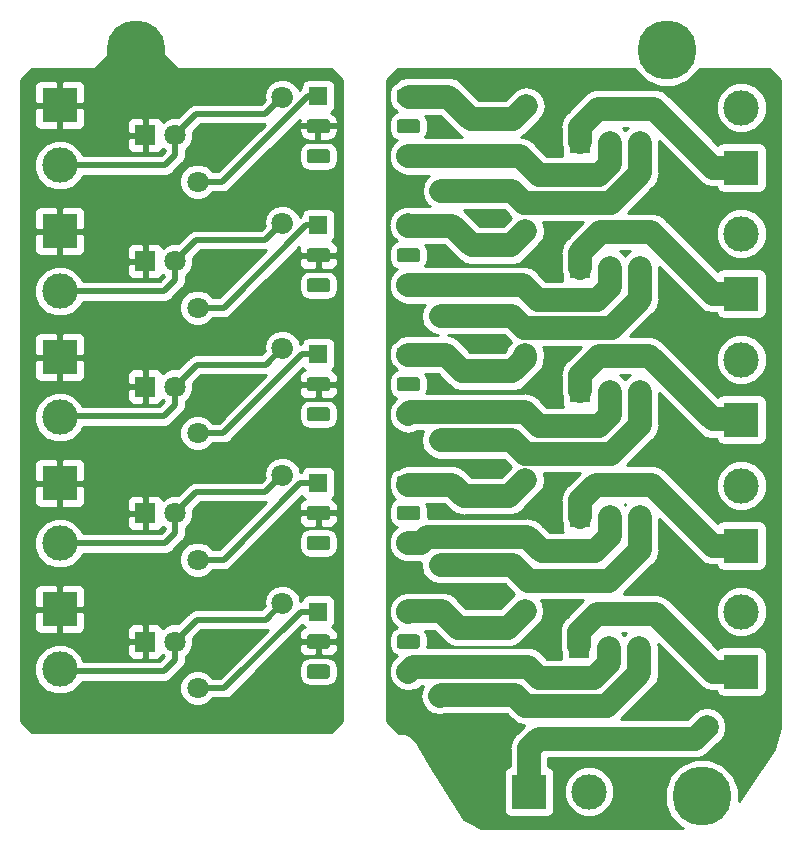
<source format=gbr>
G04 #@! TF.GenerationSoftware,KiCad,Pcbnew,(5.0.0)*
G04 #@! TF.CreationDate,2018-11-08T10:35:27-05:00*
G04 #@! TF.ProjectId,Tarjeta de potencia con moc,5461726A65746120646520706F74656E,rev?*
G04 #@! TF.SameCoordinates,Original*
G04 #@! TF.FileFunction,Copper,L2,Bot,Signal*
G04 #@! TF.FilePolarity,Positive*
%FSLAX46Y46*%
G04 Gerber Fmt 4.6, Leading zero omitted, Abs format (unit mm)*
G04 Created by KiCad (PCBNEW (5.0.0)) date 11/08/18 10:35:27*
%MOMM*%
%LPD*%
G01*
G04 APERTURE LIST*
G04 #@! TA.AperFunction,ComponentPad*
%ADD10C,1.800000*%
G04 #@! TD*
G04 #@! TA.AperFunction,Conductor*
%ADD11C,1.800000*%
G04 #@! TD*
G04 #@! TA.AperFunction,ComponentPad*
%ADD12O,1.800000X1.800000*%
G04 #@! TD*
G04 #@! TA.AperFunction,ComponentPad*
%ADD13R,1.800000X1.800000*%
G04 #@! TD*
G04 #@! TA.AperFunction,Conductor*
%ADD14C,0.100000*%
G04 #@! TD*
G04 #@! TA.AperFunction,ComponentPad*
%ADD15C,1.200000*%
G04 #@! TD*
G04 #@! TA.AperFunction,ComponentPad*
%ADD16R,1.600000X1.600000*%
G04 #@! TD*
G04 #@! TA.AperFunction,ComponentPad*
%ADD17R,3.000000X3.000000*%
G04 #@! TD*
G04 #@! TA.AperFunction,ComponentPad*
%ADD18C,3.000000*%
G04 #@! TD*
G04 #@! TA.AperFunction,ViaPad*
%ADD19C,5.000000*%
G04 #@! TD*
G04 #@! TA.AperFunction,ViaPad*
%ADD20C,2.000000*%
G04 #@! TD*
G04 #@! TA.AperFunction,Conductor*
%ADD21C,0.500000*%
G04 #@! TD*
G04 #@! TA.AperFunction,Conductor*
%ADD22C,3.000000*%
G04 #@! TD*
G04 #@! TA.AperFunction,Conductor*
%ADD23C,2.000000*%
G04 #@! TD*
G04 #@! TA.AperFunction,Conductor*
%ADD24C,0.254000*%
G04 #@! TD*
G04 #@! TA.AperFunction,NonConductor*
%ADD25C,0.254000*%
G04 #@! TD*
G04 APERTURE END LIST*
D10*
G04 #@! TO.P,R10,2*
G04 #@! TO.N,Net-(R10-Pad2)*
X90043000Y-73914000D03*
D11*
G04 #@! TD*
G04 #@! TO.N,Net-(R10-Pad2)*
G04 #@! TO.C,R10*
X90043000Y-73914000D02*
X90043000Y-73914000D01*
D10*
G04 #@! TO.P,R10,1*
G04 #@! TO.N,Net-(R10-Pad1)*
X82858795Y-81098205D03*
G04 #@! TD*
G04 #@! TO.P,R9,2*
G04 #@! TO.N,Net-(R9-Pad2)*
X90115205Y-62856295D03*
D11*
G04 #@! TD*
G04 #@! TO.N,Net-(R9-Pad2)*
G04 #@! TO.C,R9*
X90115205Y-62856295D02*
X90115205Y-62856295D01*
D10*
G04 #@! TO.P,R9,1*
G04 #@! TO.N,Net-(R9-Pad1)*
X82931000Y-70040500D03*
G04 #@! TD*
G04 #@! TO.P,R8,2*
G04 #@! TO.N,Net-(R8-Pad2)*
X90115205Y-52251795D03*
D11*
G04 #@! TD*
G04 #@! TO.N,Net-(R8-Pad2)*
G04 #@! TO.C,R8*
X90115205Y-52251795D02*
X90115205Y-52251795D01*
D10*
G04 #@! TO.P,R8,1*
G04 #@! TO.N,Net-(R8-Pad1)*
X82931000Y-59436000D03*
G04 #@! TD*
G04 #@! TO.P,R7,2*
G04 #@! TO.N,Net-(R7-Pad2)*
X90115205Y-41774295D03*
D11*
G04 #@! TD*
G04 #@! TO.N,Net-(R7-Pad2)*
G04 #@! TO.C,R7*
X90115205Y-41774295D02*
X90115205Y-41774295D01*
D10*
G04 #@! TO.P,R7,1*
G04 #@! TO.N,Net-(R7-Pad1)*
X82931000Y-48958500D03*
G04 #@! TD*
G04 #@! TO.P,R6,2*
G04 #@! TO.N,Net-(R6-Pad2)*
X90178705Y-31169795D03*
D11*
G04 #@! TD*
G04 #@! TO.N,Net-(R6-Pad2)*
G04 #@! TO.C,R6*
X90178705Y-31169795D02*
X90178705Y-31169795D01*
D10*
G04 #@! TO.P,R6,1*
G04 #@! TO.N,Net-(R6-Pad1)*
X82994500Y-38354000D03*
G04 #@! TD*
G04 #@! TO.P,R5,2*
G04 #@! TO.N,Net-(D5-Pad2)*
X69541205Y-73270295D03*
D11*
G04 #@! TD*
G04 #@! TO.N,Net-(D5-Pad2)*
G04 #@! TO.C,R5*
X69541205Y-73270295D02*
X69541205Y-73270295D01*
D10*
G04 #@! TO.P,R5,1*
G04 #@! TO.N,Net-(R5-Pad1)*
X62357000Y-80454500D03*
G04 #@! TD*
G04 #@! TO.P,R4,2*
G04 #@! TO.N,Net-(D4-Pad2)*
X69541205Y-62411795D03*
D11*
G04 #@! TD*
G04 #@! TO.N,Net-(D4-Pad2)*
G04 #@! TO.C,R4*
X69541205Y-62411795D02*
X69541205Y-62411795D01*
D10*
G04 #@! TO.P,R4,1*
G04 #@! TO.N,Net-(R4-Pad1)*
X62357000Y-69596000D03*
G04 #@! TD*
G04 #@! TO.P,R3,2*
G04 #@! TO.N,Net-(D3-Pad2)*
X69541205Y-51680295D03*
D11*
G04 #@! TD*
G04 #@! TO.N,Net-(D3-Pad2)*
G04 #@! TO.C,R3*
X69541205Y-51680295D02*
X69541205Y-51680295D01*
D10*
G04 #@! TO.P,R3,1*
G04 #@! TO.N,Net-(R3-Pad1)*
X62357000Y-58864500D03*
G04 #@! TD*
G04 #@! TO.P,R2,2*
G04 #@! TO.N,Net-(D2-Pad2)*
X69541205Y-41075795D03*
D11*
G04 #@! TD*
G04 #@! TO.N,Net-(D2-Pad2)*
G04 #@! TO.C,R2*
X69541205Y-41075795D02*
X69541205Y-41075795D01*
D10*
G04 #@! TO.P,R2,1*
G04 #@! TO.N,Net-(R2-Pad1)*
X62357000Y-48260000D03*
G04 #@! TD*
G04 #@! TO.P,R1,2*
G04 #@! TO.N,Net-(D1-Pad2)*
X69541205Y-30407795D03*
D11*
G04 #@! TD*
G04 #@! TO.N,Net-(D1-Pad2)*
G04 #@! TO.C,R1*
X69541205Y-30407795D02*
X69541205Y-30407795D01*
D10*
G04 #@! TO.P,R1,1*
G04 #@! TO.N,Net-(R1-Pad1)*
X62357000Y-37592000D03*
G04 #@! TD*
D12*
G04 #@! TO.P,U10,3*
G04 #@! TO.N,Net-(R10-Pad1)*
X99758500Y-77025500D03*
G04 #@! TO.P,U10,2*
G04 #@! TO.N,Net-(J11-Pad2)*
X97218500Y-77025500D03*
D13*
G04 #@! TO.P,U10,1*
G04 #@! TO.N,Net-(J10-Pad1)*
X94678500Y-77025500D03*
G04 #@! TD*
D12*
G04 #@! TO.P,U9,3*
G04 #@! TO.N,Net-(R9-Pad1)*
X99822000Y-65976500D03*
G04 #@! TO.P,U9,2*
G04 #@! TO.N,Net-(J11-Pad2)*
X97282000Y-65976500D03*
D13*
G04 #@! TO.P,U9,1*
G04 #@! TO.N,Net-(J9-Pad1)*
X94742000Y-65976500D03*
G04 #@! TD*
G04 #@! TO.P,U8,1*
G04 #@! TO.N,Net-(J8-Pad1)*
X94742000Y-55372000D03*
D12*
G04 #@! TO.P,U8,2*
G04 #@! TO.N,Net-(J11-Pad2)*
X97282000Y-55372000D03*
G04 #@! TO.P,U8,3*
G04 #@! TO.N,Net-(R8-Pad1)*
X99822000Y-55372000D03*
G04 #@! TD*
G04 #@! TO.P,U7,3*
G04 #@! TO.N,Net-(R7-Pad1)*
X99822000Y-44894500D03*
G04 #@! TO.P,U7,2*
G04 #@! TO.N,Net-(J11-Pad2)*
X97282000Y-44894500D03*
D13*
G04 #@! TO.P,U7,1*
G04 #@! TO.N,Net-(J7-Pad1)*
X94742000Y-44894500D03*
G04 #@! TD*
D14*
G04 #@! TO.N,Net-(R10-Pad2)*
G04 #@! TO.C,U5*
G36*
X80929905Y-73378945D02*
X80959027Y-73383264D01*
X80987585Y-73390418D01*
X81015305Y-73400336D01*
X81041919Y-73412924D01*
X81067171Y-73428059D01*
X81090818Y-73445597D01*
X81112632Y-73465368D01*
X81132403Y-73487182D01*
X81149941Y-73510829D01*
X81165076Y-73536081D01*
X81177664Y-73562695D01*
X81187582Y-73590415D01*
X81194736Y-73618973D01*
X81199055Y-73648095D01*
X81200500Y-73677500D01*
X81200500Y-74277500D01*
X81199055Y-74306905D01*
X81194736Y-74336027D01*
X81187582Y-74364585D01*
X81177664Y-74392305D01*
X81165076Y-74418919D01*
X81149941Y-74444171D01*
X81132403Y-74467818D01*
X81112632Y-74489632D01*
X81090818Y-74509403D01*
X81067171Y-74526941D01*
X81041919Y-74542076D01*
X81015305Y-74554664D01*
X80987585Y-74564582D01*
X80959027Y-74571736D01*
X80929905Y-74576055D01*
X80900500Y-74577500D01*
X79500500Y-74577500D01*
X79471095Y-74576055D01*
X79441973Y-74571736D01*
X79413415Y-74564582D01*
X79385695Y-74554664D01*
X79359081Y-74542076D01*
X79333829Y-74526941D01*
X79310182Y-74509403D01*
X79288368Y-74489632D01*
X79268597Y-74467818D01*
X79251059Y-74444171D01*
X79235924Y-74418919D01*
X79223336Y-74392305D01*
X79213418Y-74364585D01*
X79206264Y-74336027D01*
X79201945Y-74306905D01*
X79200500Y-74277500D01*
X79200500Y-73677500D01*
X79201945Y-73648095D01*
X79206264Y-73618973D01*
X79213418Y-73590415D01*
X79223336Y-73562695D01*
X79235924Y-73536081D01*
X79251059Y-73510829D01*
X79268597Y-73487182D01*
X79288368Y-73465368D01*
X79310182Y-73445597D01*
X79333829Y-73428059D01*
X79359081Y-73412924D01*
X79385695Y-73400336D01*
X79413415Y-73390418D01*
X79441973Y-73383264D01*
X79471095Y-73378945D01*
X79500500Y-73377500D01*
X80900500Y-73377500D01*
X80929905Y-73378945D01*
X80929905Y-73378945D01*
G37*
D15*
G04 #@! TD*
G04 #@! TO.P,U5,6*
G04 #@! TO.N,Net-(R10-Pad2)*
X80200500Y-73977500D03*
D14*
G04 #@! TO.N,Net-(U5-Pad3)*
G04 #@! TO.C,U5*
G36*
X73309905Y-78458945D02*
X73339027Y-78463264D01*
X73367585Y-78470418D01*
X73395305Y-78480336D01*
X73421919Y-78492924D01*
X73447171Y-78508059D01*
X73470818Y-78525597D01*
X73492632Y-78545368D01*
X73512403Y-78567182D01*
X73529941Y-78590829D01*
X73545076Y-78616081D01*
X73557664Y-78642695D01*
X73567582Y-78670415D01*
X73574736Y-78698973D01*
X73579055Y-78728095D01*
X73580500Y-78757500D01*
X73580500Y-79357500D01*
X73579055Y-79386905D01*
X73574736Y-79416027D01*
X73567582Y-79444585D01*
X73557664Y-79472305D01*
X73545076Y-79498919D01*
X73529941Y-79524171D01*
X73512403Y-79547818D01*
X73492632Y-79569632D01*
X73470818Y-79589403D01*
X73447171Y-79606941D01*
X73421919Y-79622076D01*
X73395305Y-79634664D01*
X73367585Y-79644582D01*
X73339027Y-79651736D01*
X73309905Y-79656055D01*
X73280500Y-79657500D01*
X71880500Y-79657500D01*
X71851095Y-79656055D01*
X71821973Y-79651736D01*
X71793415Y-79644582D01*
X71765695Y-79634664D01*
X71739081Y-79622076D01*
X71713829Y-79606941D01*
X71690182Y-79589403D01*
X71668368Y-79569632D01*
X71648597Y-79547818D01*
X71631059Y-79524171D01*
X71615924Y-79498919D01*
X71603336Y-79472305D01*
X71593418Y-79444585D01*
X71586264Y-79416027D01*
X71581945Y-79386905D01*
X71580500Y-79357500D01*
X71580500Y-78757500D01*
X71581945Y-78728095D01*
X71586264Y-78698973D01*
X71593418Y-78670415D01*
X71603336Y-78642695D01*
X71615924Y-78616081D01*
X71631059Y-78590829D01*
X71648597Y-78567182D01*
X71668368Y-78545368D01*
X71690182Y-78525597D01*
X71713829Y-78508059D01*
X71739081Y-78492924D01*
X71765695Y-78480336D01*
X71793415Y-78470418D01*
X71821973Y-78463264D01*
X71851095Y-78458945D01*
X71880500Y-78457500D01*
X73280500Y-78457500D01*
X73309905Y-78458945D01*
X73309905Y-78458945D01*
G37*
D15*
G04 #@! TD*
G04 #@! TO.P,U5,3*
G04 #@! TO.N,Net-(U5-Pad3)*
X72580500Y-79057500D03*
D14*
G04 #@! TO.N,Net-(U5-Pad5)*
G04 #@! TO.C,U5*
G36*
X80929905Y-75918945D02*
X80959027Y-75923264D01*
X80987585Y-75930418D01*
X81015305Y-75940336D01*
X81041919Y-75952924D01*
X81067171Y-75968059D01*
X81090818Y-75985597D01*
X81112632Y-76005368D01*
X81132403Y-76027182D01*
X81149941Y-76050829D01*
X81165076Y-76076081D01*
X81177664Y-76102695D01*
X81187582Y-76130415D01*
X81194736Y-76158973D01*
X81199055Y-76188095D01*
X81200500Y-76217500D01*
X81200500Y-76817500D01*
X81199055Y-76846905D01*
X81194736Y-76876027D01*
X81187582Y-76904585D01*
X81177664Y-76932305D01*
X81165076Y-76958919D01*
X81149941Y-76984171D01*
X81132403Y-77007818D01*
X81112632Y-77029632D01*
X81090818Y-77049403D01*
X81067171Y-77066941D01*
X81041919Y-77082076D01*
X81015305Y-77094664D01*
X80987585Y-77104582D01*
X80959027Y-77111736D01*
X80929905Y-77116055D01*
X80900500Y-77117500D01*
X79500500Y-77117500D01*
X79471095Y-77116055D01*
X79441973Y-77111736D01*
X79413415Y-77104582D01*
X79385695Y-77094664D01*
X79359081Y-77082076D01*
X79333829Y-77066941D01*
X79310182Y-77049403D01*
X79288368Y-77029632D01*
X79268597Y-77007818D01*
X79251059Y-76984171D01*
X79235924Y-76958919D01*
X79223336Y-76932305D01*
X79213418Y-76904585D01*
X79206264Y-76876027D01*
X79201945Y-76846905D01*
X79200500Y-76817500D01*
X79200500Y-76217500D01*
X79201945Y-76188095D01*
X79206264Y-76158973D01*
X79213418Y-76130415D01*
X79223336Y-76102695D01*
X79235924Y-76076081D01*
X79251059Y-76050829D01*
X79268597Y-76027182D01*
X79288368Y-76005368D01*
X79310182Y-75985597D01*
X79333829Y-75968059D01*
X79359081Y-75952924D01*
X79385695Y-75940336D01*
X79413415Y-75930418D01*
X79441973Y-75923264D01*
X79471095Y-75918945D01*
X79500500Y-75917500D01*
X80900500Y-75917500D01*
X80929905Y-75918945D01*
X80929905Y-75918945D01*
G37*
D15*
G04 #@! TD*
G04 #@! TO.P,U5,5*
G04 #@! TO.N,Net-(U5-Pad5)*
X80200500Y-76517500D03*
D14*
G04 #@! TO.N,GND*
G04 #@! TO.C,U5*
G36*
X73309905Y-75918945D02*
X73339027Y-75923264D01*
X73367585Y-75930418D01*
X73395305Y-75940336D01*
X73421919Y-75952924D01*
X73447171Y-75968059D01*
X73470818Y-75985597D01*
X73492632Y-76005368D01*
X73512403Y-76027182D01*
X73529941Y-76050829D01*
X73545076Y-76076081D01*
X73557664Y-76102695D01*
X73567582Y-76130415D01*
X73574736Y-76158973D01*
X73579055Y-76188095D01*
X73580500Y-76217500D01*
X73580500Y-76817500D01*
X73579055Y-76846905D01*
X73574736Y-76876027D01*
X73567582Y-76904585D01*
X73557664Y-76932305D01*
X73545076Y-76958919D01*
X73529941Y-76984171D01*
X73512403Y-77007818D01*
X73492632Y-77029632D01*
X73470818Y-77049403D01*
X73447171Y-77066941D01*
X73421919Y-77082076D01*
X73395305Y-77094664D01*
X73367585Y-77104582D01*
X73339027Y-77111736D01*
X73309905Y-77116055D01*
X73280500Y-77117500D01*
X71880500Y-77117500D01*
X71851095Y-77116055D01*
X71821973Y-77111736D01*
X71793415Y-77104582D01*
X71765695Y-77094664D01*
X71739081Y-77082076D01*
X71713829Y-77066941D01*
X71690182Y-77049403D01*
X71668368Y-77029632D01*
X71648597Y-77007818D01*
X71631059Y-76984171D01*
X71615924Y-76958919D01*
X71603336Y-76932305D01*
X71593418Y-76904585D01*
X71586264Y-76876027D01*
X71581945Y-76846905D01*
X71580500Y-76817500D01*
X71580500Y-76217500D01*
X71581945Y-76188095D01*
X71586264Y-76158973D01*
X71593418Y-76130415D01*
X71603336Y-76102695D01*
X71615924Y-76076081D01*
X71631059Y-76050829D01*
X71648597Y-76027182D01*
X71668368Y-76005368D01*
X71690182Y-75985597D01*
X71713829Y-75968059D01*
X71739081Y-75952924D01*
X71765695Y-75940336D01*
X71793415Y-75930418D01*
X71821973Y-75923264D01*
X71851095Y-75918945D01*
X71880500Y-75917500D01*
X73280500Y-75917500D01*
X73309905Y-75918945D01*
X73309905Y-75918945D01*
G37*
D15*
G04 #@! TD*
G04 #@! TO.P,U5,2*
G04 #@! TO.N,GND*
X72580500Y-76517500D03*
D14*
G04 #@! TO.N,Net-(J11-Pad2)*
G04 #@! TO.C,U5*
G36*
X80929905Y-78458945D02*
X80959027Y-78463264D01*
X80987585Y-78470418D01*
X81015305Y-78480336D01*
X81041919Y-78492924D01*
X81067171Y-78508059D01*
X81090818Y-78525597D01*
X81112632Y-78545368D01*
X81132403Y-78567182D01*
X81149941Y-78590829D01*
X81165076Y-78616081D01*
X81177664Y-78642695D01*
X81187582Y-78670415D01*
X81194736Y-78698973D01*
X81199055Y-78728095D01*
X81200500Y-78757500D01*
X81200500Y-79357500D01*
X81199055Y-79386905D01*
X81194736Y-79416027D01*
X81187582Y-79444585D01*
X81177664Y-79472305D01*
X81165076Y-79498919D01*
X81149941Y-79524171D01*
X81132403Y-79547818D01*
X81112632Y-79569632D01*
X81090818Y-79589403D01*
X81067171Y-79606941D01*
X81041919Y-79622076D01*
X81015305Y-79634664D01*
X80987585Y-79644582D01*
X80959027Y-79651736D01*
X80929905Y-79656055D01*
X80900500Y-79657500D01*
X79500500Y-79657500D01*
X79471095Y-79656055D01*
X79441973Y-79651736D01*
X79413415Y-79644582D01*
X79385695Y-79634664D01*
X79359081Y-79622076D01*
X79333829Y-79606941D01*
X79310182Y-79589403D01*
X79288368Y-79569632D01*
X79268597Y-79547818D01*
X79251059Y-79524171D01*
X79235924Y-79498919D01*
X79223336Y-79472305D01*
X79213418Y-79444585D01*
X79206264Y-79416027D01*
X79201945Y-79386905D01*
X79200500Y-79357500D01*
X79200500Y-78757500D01*
X79201945Y-78728095D01*
X79206264Y-78698973D01*
X79213418Y-78670415D01*
X79223336Y-78642695D01*
X79235924Y-78616081D01*
X79251059Y-78590829D01*
X79268597Y-78567182D01*
X79288368Y-78545368D01*
X79310182Y-78525597D01*
X79333829Y-78508059D01*
X79359081Y-78492924D01*
X79385695Y-78480336D01*
X79413415Y-78470418D01*
X79441973Y-78463264D01*
X79471095Y-78458945D01*
X79500500Y-78457500D01*
X80900500Y-78457500D01*
X80929905Y-78458945D01*
X80929905Y-78458945D01*
G37*
D15*
G04 #@! TD*
G04 #@! TO.P,U5,4*
G04 #@! TO.N,Net-(J11-Pad2)*
X80200500Y-79057500D03*
D16*
G04 #@! TO.P,U5,1*
G04 #@! TO.N,Net-(R5-Pad1)*
X72580500Y-73977500D03*
G04 #@! TD*
D14*
G04 #@! TO.N,Net-(R9-Pad2)*
G04 #@! TO.C,U4*
G36*
X80929905Y-62495045D02*
X80959027Y-62499364D01*
X80987585Y-62506518D01*
X81015305Y-62516436D01*
X81041919Y-62529024D01*
X81067171Y-62544159D01*
X81090818Y-62561697D01*
X81112632Y-62581468D01*
X81132403Y-62603282D01*
X81149941Y-62626929D01*
X81165076Y-62652181D01*
X81177664Y-62678795D01*
X81187582Y-62706515D01*
X81194736Y-62735073D01*
X81199055Y-62764195D01*
X81200500Y-62793600D01*
X81200500Y-63393600D01*
X81199055Y-63423005D01*
X81194736Y-63452127D01*
X81187582Y-63480685D01*
X81177664Y-63508405D01*
X81165076Y-63535019D01*
X81149941Y-63560271D01*
X81132403Y-63583918D01*
X81112632Y-63605732D01*
X81090818Y-63625503D01*
X81067171Y-63643041D01*
X81041919Y-63658176D01*
X81015305Y-63670764D01*
X80987585Y-63680682D01*
X80959027Y-63687836D01*
X80929905Y-63692155D01*
X80900500Y-63693600D01*
X79500500Y-63693600D01*
X79471095Y-63692155D01*
X79441973Y-63687836D01*
X79413415Y-63680682D01*
X79385695Y-63670764D01*
X79359081Y-63658176D01*
X79333829Y-63643041D01*
X79310182Y-63625503D01*
X79288368Y-63605732D01*
X79268597Y-63583918D01*
X79251059Y-63560271D01*
X79235924Y-63535019D01*
X79223336Y-63508405D01*
X79213418Y-63480685D01*
X79206264Y-63452127D01*
X79201945Y-63423005D01*
X79200500Y-63393600D01*
X79200500Y-62793600D01*
X79201945Y-62764195D01*
X79206264Y-62735073D01*
X79213418Y-62706515D01*
X79223336Y-62678795D01*
X79235924Y-62652181D01*
X79251059Y-62626929D01*
X79268597Y-62603282D01*
X79288368Y-62581468D01*
X79310182Y-62561697D01*
X79333829Y-62544159D01*
X79359081Y-62529024D01*
X79385695Y-62516436D01*
X79413415Y-62506518D01*
X79441973Y-62499364D01*
X79471095Y-62495045D01*
X79500500Y-62493600D01*
X80900500Y-62493600D01*
X80929905Y-62495045D01*
X80929905Y-62495045D01*
G37*
D15*
G04 #@! TD*
G04 #@! TO.P,U4,6*
G04 #@! TO.N,Net-(R9-Pad2)*
X80200500Y-63093600D03*
D14*
G04 #@! TO.N,Net-(U4-Pad3)*
G04 #@! TO.C,U4*
G36*
X73309905Y-67575045D02*
X73339027Y-67579364D01*
X73367585Y-67586518D01*
X73395305Y-67596436D01*
X73421919Y-67609024D01*
X73447171Y-67624159D01*
X73470818Y-67641697D01*
X73492632Y-67661468D01*
X73512403Y-67683282D01*
X73529941Y-67706929D01*
X73545076Y-67732181D01*
X73557664Y-67758795D01*
X73567582Y-67786515D01*
X73574736Y-67815073D01*
X73579055Y-67844195D01*
X73580500Y-67873600D01*
X73580500Y-68473600D01*
X73579055Y-68503005D01*
X73574736Y-68532127D01*
X73567582Y-68560685D01*
X73557664Y-68588405D01*
X73545076Y-68615019D01*
X73529941Y-68640271D01*
X73512403Y-68663918D01*
X73492632Y-68685732D01*
X73470818Y-68705503D01*
X73447171Y-68723041D01*
X73421919Y-68738176D01*
X73395305Y-68750764D01*
X73367585Y-68760682D01*
X73339027Y-68767836D01*
X73309905Y-68772155D01*
X73280500Y-68773600D01*
X71880500Y-68773600D01*
X71851095Y-68772155D01*
X71821973Y-68767836D01*
X71793415Y-68760682D01*
X71765695Y-68750764D01*
X71739081Y-68738176D01*
X71713829Y-68723041D01*
X71690182Y-68705503D01*
X71668368Y-68685732D01*
X71648597Y-68663918D01*
X71631059Y-68640271D01*
X71615924Y-68615019D01*
X71603336Y-68588405D01*
X71593418Y-68560685D01*
X71586264Y-68532127D01*
X71581945Y-68503005D01*
X71580500Y-68473600D01*
X71580500Y-67873600D01*
X71581945Y-67844195D01*
X71586264Y-67815073D01*
X71593418Y-67786515D01*
X71603336Y-67758795D01*
X71615924Y-67732181D01*
X71631059Y-67706929D01*
X71648597Y-67683282D01*
X71668368Y-67661468D01*
X71690182Y-67641697D01*
X71713829Y-67624159D01*
X71739081Y-67609024D01*
X71765695Y-67596436D01*
X71793415Y-67586518D01*
X71821973Y-67579364D01*
X71851095Y-67575045D01*
X71880500Y-67573600D01*
X73280500Y-67573600D01*
X73309905Y-67575045D01*
X73309905Y-67575045D01*
G37*
D15*
G04 #@! TD*
G04 #@! TO.P,U4,3*
G04 #@! TO.N,Net-(U4-Pad3)*
X72580500Y-68173600D03*
D14*
G04 #@! TO.N,Net-(U4-Pad5)*
G04 #@! TO.C,U4*
G36*
X80929905Y-65035045D02*
X80959027Y-65039364D01*
X80987585Y-65046518D01*
X81015305Y-65056436D01*
X81041919Y-65069024D01*
X81067171Y-65084159D01*
X81090818Y-65101697D01*
X81112632Y-65121468D01*
X81132403Y-65143282D01*
X81149941Y-65166929D01*
X81165076Y-65192181D01*
X81177664Y-65218795D01*
X81187582Y-65246515D01*
X81194736Y-65275073D01*
X81199055Y-65304195D01*
X81200500Y-65333600D01*
X81200500Y-65933600D01*
X81199055Y-65963005D01*
X81194736Y-65992127D01*
X81187582Y-66020685D01*
X81177664Y-66048405D01*
X81165076Y-66075019D01*
X81149941Y-66100271D01*
X81132403Y-66123918D01*
X81112632Y-66145732D01*
X81090818Y-66165503D01*
X81067171Y-66183041D01*
X81041919Y-66198176D01*
X81015305Y-66210764D01*
X80987585Y-66220682D01*
X80959027Y-66227836D01*
X80929905Y-66232155D01*
X80900500Y-66233600D01*
X79500500Y-66233600D01*
X79471095Y-66232155D01*
X79441973Y-66227836D01*
X79413415Y-66220682D01*
X79385695Y-66210764D01*
X79359081Y-66198176D01*
X79333829Y-66183041D01*
X79310182Y-66165503D01*
X79288368Y-66145732D01*
X79268597Y-66123918D01*
X79251059Y-66100271D01*
X79235924Y-66075019D01*
X79223336Y-66048405D01*
X79213418Y-66020685D01*
X79206264Y-65992127D01*
X79201945Y-65963005D01*
X79200500Y-65933600D01*
X79200500Y-65333600D01*
X79201945Y-65304195D01*
X79206264Y-65275073D01*
X79213418Y-65246515D01*
X79223336Y-65218795D01*
X79235924Y-65192181D01*
X79251059Y-65166929D01*
X79268597Y-65143282D01*
X79288368Y-65121468D01*
X79310182Y-65101697D01*
X79333829Y-65084159D01*
X79359081Y-65069024D01*
X79385695Y-65056436D01*
X79413415Y-65046518D01*
X79441973Y-65039364D01*
X79471095Y-65035045D01*
X79500500Y-65033600D01*
X80900500Y-65033600D01*
X80929905Y-65035045D01*
X80929905Y-65035045D01*
G37*
D15*
G04 #@! TD*
G04 #@! TO.P,U4,5*
G04 #@! TO.N,Net-(U4-Pad5)*
X80200500Y-65633600D03*
D14*
G04 #@! TO.N,GND*
G04 #@! TO.C,U4*
G36*
X73309905Y-65035045D02*
X73339027Y-65039364D01*
X73367585Y-65046518D01*
X73395305Y-65056436D01*
X73421919Y-65069024D01*
X73447171Y-65084159D01*
X73470818Y-65101697D01*
X73492632Y-65121468D01*
X73512403Y-65143282D01*
X73529941Y-65166929D01*
X73545076Y-65192181D01*
X73557664Y-65218795D01*
X73567582Y-65246515D01*
X73574736Y-65275073D01*
X73579055Y-65304195D01*
X73580500Y-65333600D01*
X73580500Y-65933600D01*
X73579055Y-65963005D01*
X73574736Y-65992127D01*
X73567582Y-66020685D01*
X73557664Y-66048405D01*
X73545076Y-66075019D01*
X73529941Y-66100271D01*
X73512403Y-66123918D01*
X73492632Y-66145732D01*
X73470818Y-66165503D01*
X73447171Y-66183041D01*
X73421919Y-66198176D01*
X73395305Y-66210764D01*
X73367585Y-66220682D01*
X73339027Y-66227836D01*
X73309905Y-66232155D01*
X73280500Y-66233600D01*
X71880500Y-66233600D01*
X71851095Y-66232155D01*
X71821973Y-66227836D01*
X71793415Y-66220682D01*
X71765695Y-66210764D01*
X71739081Y-66198176D01*
X71713829Y-66183041D01*
X71690182Y-66165503D01*
X71668368Y-66145732D01*
X71648597Y-66123918D01*
X71631059Y-66100271D01*
X71615924Y-66075019D01*
X71603336Y-66048405D01*
X71593418Y-66020685D01*
X71586264Y-65992127D01*
X71581945Y-65963005D01*
X71580500Y-65933600D01*
X71580500Y-65333600D01*
X71581945Y-65304195D01*
X71586264Y-65275073D01*
X71593418Y-65246515D01*
X71603336Y-65218795D01*
X71615924Y-65192181D01*
X71631059Y-65166929D01*
X71648597Y-65143282D01*
X71668368Y-65121468D01*
X71690182Y-65101697D01*
X71713829Y-65084159D01*
X71739081Y-65069024D01*
X71765695Y-65056436D01*
X71793415Y-65046518D01*
X71821973Y-65039364D01*
X71851095Y-65035045D01*
X71880500Y-65033600D01*
X73280500Y-65033600D01*
X73309905Y-65035045D01*
X73309905Y-65035045D01*
G37*
D15*
G04 #@! TD*
G04 #@! TO.P,U4,2*
G04 #@! TO.N,GND*
X72580500Y-65633600D03*
D14*
G04 #@! TO.N,Net-(J11-Pad2)*
G04 #@! TO.C,U4*
G36*
X80929905Y-67575045D02*
X80959027Y-67579364D01*
X80987585Y-67586518D01*
X81015305Y-67596436D01*
X81041919Y-67609024D01*
X81067171Y-67624159D01*
X81090818Y-67641697D01*
X81112632Y-67661468D01*
X81132403Y-67683282D01*
X81149941Y-67706929D01*
X81165076Y-67732181D01*
X81177664Y-67758795D01*
X81187582Y-67786515D01*
X81194736Y-67815073D01*
X81199055Y-67844195D01*
X81200500Y-67873600D01*
X81200500Y-68473600D01*
X81199055Y-68503005D01*
X81194736Y-68532127D01*
X81187582Y-68560685D01*
X81177664Y-68588405D01*
X81165076Y-68615019D01*
X81149941Y-68640271D01*
X81132403Y-68663918D01*
X81112632Y-68685732D01*
X81090818Y-68705503D01*
X81067171Y-68723041D01*
X81041919Y-68738176D01*
X81015305Y-68750764D01*
X80987585Y-68760682D01*
X80959027Y-68767836D01*
X80929905Y-68772155D01*
X80900500Y-68773600D01*
X79500500Y-68773600D01*
X79471095Y-68772155D01*
X79441973Y-68767836D01*
X79413415Y-68760682D01*
X79385695Y-68750764D01*
X79359081Y-68738176D01*
X79333829Y-68723041D01*
X79310182Y-68705503D01*
X79288368Y-68685732D01*
X79268597Y-68663918D01*
X79251059Y-68640271D01*
X79235924Y-68615019D01*
X79223336Y-68588405D01*
X79213418Y-68560685D01*
X79206264Y-68532127D01*
X79201945Y-68503005D01*
X79200500Y-68473600D01*
X79200500Y-67873600D01*
X79201945Y-67844195D01*
X79206264Y-67815073D01*
X79213418Y-67786515D01*
X79223336Y-67758795D01*
X79235924Y-67732181D01*
X79251059Y-67706929D01*
X79268597Y-67683282D01*
X79288368Y-67661468D01*
X79310182Y-67641697D01*
X79333829Y-67624159D01*
X79359081Y-67609024D01*
X79385695Y-67596436D01*
X79413415Y-67586518D01*
X79441973Y-67579364D01*
X79471095Y-67575045D01*
X79500500Y-67573600D01*
X80900500Y-67573600D01*
X80929905Y-67575045D01*
X80929905Y-67575045D01*
G37*
D15*
G04 #@! TD*
G04 #@! TO.P,U4,4*
G04 #@! TO.N,Net-(J11-Pad2)*
X80200500Y-68173600D03*
D16*
G04 #@! TO.P,U4,1*
G04 #@! TO.N,Net-(R4-Pad1)*
X72580500Y-63093600D03*
G04 #@! TD*
G04 #@! TO.P,U3,1*
G04 #@! TO.N,Net-(R3-Pad1)*
X72580500Y-52197000D03*
D14*
G04 #@! TD*
G04 #@! TO.N,Net-(J11-Pad2)*
G04 #@! TO.C,U3*
G36*
X80929905Y-56678445D02*
X80959027Y-56682764D01*
X80987585Y-56689918D01*
X81015305Y-56699836D01*
X81041919Y-56712424D01*
X81067171Y-56727559D01*
X81090818Y-56745097D01*
X81112632Y-56764868D01*
X81132403Y-56786682D01*
X81149941Y-56810329D01*
X81165076Y-56835581D01*
X81177664Y-56862195D01*
X81187582Y-56889915D01*
X81194736Y-56918473D01*
X81199055Y-56947595D01*
X81200500Y-56977000D01*
X81200500Y-57577000D01*
X81199055Y-57606405D01*
X81194736Y-57635527D01*
X81187582Y-57664085D01*
X81177664Y-57691805D01*
X81165076Y-57718419D01*
X81149941Y-57743671D01*
X81132403Y-57767318D01*
X81112632Y-57789132D01*
X81090818Y-57808903D01*
X81067171Y-57826441D01*
X81041919Y-57841576D01*
X81015305Y-57854164D01*
X80987585Y-57864082D01*
X80959027Y-57871236D01*
X80929905Y-57875555D01*
X80900500Y-57877000D01*
X79500500Y-57877000D01*
X79471095Y-57875555D01*
X79441973Y-57871236D01*
X79413415Y-57864082D01*
X79385695Y-57854164D01*
X79359081Y-57841576D01*
X79333829Y-57826441D01*
X79310182Y-57808903D01*
X79288368Y-57789132D01*
X79268597Y-57767318D01*
X79251059Y-57743671D01*
X79235924Y-57718419D01*
X79223336Y-57691805D01*
X79213418Y-57664085D01*
X79206264Y-57635527D01*
X79201945Y-57606405D01*
X79200500Y-57577000D01*
X79200500Y-56977000D01*
X79201945Y-56947595D01*
X79206264Y-56918473D01*
X79213418Y-56889915D01*
X79223336Y-56862195D01*
X79235924Y-56835581D01*
X79251059Y-56810329D01*
X79268597Y-56786682D01*
X79288368Y-56764868D01*
X79310182Y-56745097D01*
X79333829Y-56727559D01*
X79359081Y-56712424D01*
X79385695Y-56699836D01*
X79413415Y-56689918D01*
X79441973Y-56682764D01*
X79471095Y-56678445D01*
X79500500Y-56677000D01*
X80900500Y-56677000D01*
X80929905Y-56678445D01*
X80929905Y-56678445D01*
G37*
D15*
G04 #@! TO.P,U3,4*
G04 #@! TO.N,Net-(J11-Pad2)*
X80200500Y-57277000D03*
D14*
G04 #@! TD*
G04 #@! TO.N,GND*
G04 #@! TO.C,U3*
G36*
X73309905Y-54138445D02*
X73339027Y-54142764D01*
X73367585Y-54149918D01*
X73395305Y-54159836D01*
X73421919Y-54172424D01*
X73447171Y-54187559D01*
X73470818Y-54205097D01*
X73492632Y-54224868D01*
X73512403Y-54246682D01*
X73529941Y-54270329D01*
X73545076Y-54295581D01*
X73557664Y-54322195D01*
X73567582Y-54349915D01*
X73574736Y-54378473D01*
X73579055Y-54407595D01*
X73580500Y-54437000D01*
X73580500Y-55037000D01*
X73579055Y-55066405D01*
X73574736Y-55095527D01*
X73567582Y-55124085D01*
X73557664Y-55151805D01*
X73545076Y-55178419D01*
X73529941Y-55203671D01*
X73512403Y-55227318D01*
X73492632Y-55249132D01*
X73470818Y-55268903D01*
X73447171Y-55286441D01*
X73421919Y-55301576D01*
X73395305Y-55314164D01*
X73367585Y-55324082D01*
X73339027Y-55331236D01*
X73309905Y-55335555D01*
X73280500Y-55337000D01*
X71880500Y-55337000D01*
X71851095Y-55335555D01*
X71821973Y-55331236D01*
X71793415Y-55324082D01*
X71765695Y-55314164D01*
X71739081Y-55301576D01*
X71713829Y-55286441D01*
X71690182Y-55268903D01*
X71668368Y-55249132D01*
X71648597Y-55227318D01*
X71631059Y-55203671D01*
X71615924Y-55178419D01*
X71603336Y-55151805D01*
X71593418Y-55124085D01*
X71586264Y-55095527D01*
X71581945Y-55066405D01*
X71580500Y-55037000D01*
X71580500Y-54437000D01*
X71581945Y-54407595D01*
X71586264Y-54378473D01*
X71593418Y-54349915D01*
X71603336Y-54322195D01*
X71615924Y-54295581D01*
X71631059Y-54270329D01*
X71648597Y-54246682D01*
X71668368Y-54224868D01*
X71690182Y-54205097D01*
X71713829Y-54187559D01*
X71739081Y-54172424D01*
X71765695Y-54159836D01*
X71793415Y-54149918D01*
X71821973Y-54142764D01*
X71851095Y-54138445D01*
X71880500Y-54137000D01*
X73280500Y-54137000D01*
X73309905Y-54138445D01*
X73309905Y-54138445D01*
G37*
D15*
G04 #@! TO.P,U3,2*
G04 #@! TO.N,GND*
X72580500Y-54737000D03*
D14*
G04 #@! TD*
G04 #@! TO.N,Net-(U3-Pad5)*
G04 #@! TO.C,U3*
G36*
X80929905Y-54138445D02*
X80959027Y-54142764D01*
X80987585Y-54149918D01*
X81015305Y-54159836D01*
X81041919Y-54172424D01*
X81067171Y-54187559D01*
X81090818Y-54205097D01*
X81112632Y-54224868D01*
X81132403Y-54246682D01*
X81149941Y-54270329D01*
X81165076Y-54295581D01*
X81177664Y-54322195D01*
X81187582Y-54349915D01*
X81194736Y-54378473D01*
X81199055Y-54407595D01*
X81200500Y-54437000D01*
X81200500Y-55037000D01*
X81199055Y-55066405D01*
X81194736Y-55095527D01*
X81187582Y-55124085D01*
X81177664Y-55151805D01*
X81165076Y-55178419D01*
X81149941Y-55203671D01*
X81132403Y-55227318D01*
X81112632Y-55249132D01*
X81090818Y-55268903D01*
X81067171Y-55286441D01*
X81041919Y-55301576D01*
X81015305Y-55314164D01*
X80987585Y-55324082D01*
X80959027Y-55331236D01*
X80929905Y-55335555D01*
X80900500Y-55337000D01*
X79500500Y-55337000D01*
X79471095Y-55335555D01*
X79441973Y-55331236D01*
X79413415Y-55324082D01*
X79385695Y-55314164D01*
X79359081Y-55301576D01*
X79333829Y-55286441D01*
X79310182Y-55268903D01*
X79288368Y-55249132D01*
X79268597Y-55227318D01*
X79251059Y-55203671D01*
X79235924Y-55178419D01*
X79223336Y-55151805D01*
X79213418Y-55124085D01*
X79206264Y-55095527D01*
X79201945Y-55066405D01*
X79200500Y-55037000D01*
X79200500Y-54437000D01*
X79201945Y-54407595D01*
X79206264Y-54378473D01*
X79213418Y-54349915D01*
X79223336Y-54322195D01*
X79235924Y-54295581D01*
X79251059Y-54270329D01*
X79268597Y-54246682D01*
X79288368Y-54224868D01*
X79310182Y-54205097D01*
X79333829Y-54187559D01*
X79359081Y-54172424D01*
X79385695Y-54159836D01*
X79413415Y-54149918D01*
X79441973Y-54142764D01*
X79471095Y-54138445D01*
X79500500Y-54137000D01*
X80900500Y-54137000D01*
X80929905Y-54138445D01*
X80929905Y-54138445D01*
G37*
D15*
G04 #@! TO.P,U3,5*
G04 #@! TO.N,Net-(U3-Pad5)*
X80200500Y-54737000D03*
D14*
G04 #@! TD*
G04 #@! TO.N,Net-(U3-Pad3)*
G04 #@! TO.C,U3*
G36*
X73309905Y-56678445D02*
X73339027Y-56682764D01*
X73367585Y-56689918D01*
X73395305Y-56699836D01*
X73421919Y-56712424D01*
X73447171Y-56727559D01*
X73470818Y-56745097D01*
X73492632Y-56764868D01*
X73512403Y-56786682D01*
X73529941Y-56810329D01*
X73545076Y-56835581D01*
X73557664Y-56862195D01*
X73567582Y-56889915D01*
X73574736Y-56918473D01*
X73579055Y-56947595D01*
X73580500Y-56977000D01*
X73580500Y-57577000D01*
X73579055Y-57606405D01*
X73574736Y-57635527D01*
X73567582Y-57664085D01*
X73557664Y-57691805D01*
X73545076Y-57718419D01*
X73529941Y-57743671D01*
X73512403Y-57767318D01*
X73492632Y-57789132D01*
X73470818Y-57808903D01*
X73447171Y-57826441D01*
X73421919Y-57841576D01*
X73395305Y-57854164D01*
X73367585Y-57864082D01*
X73339027Y-57871236D01*
X73309905Y-57875555D01*
X73280500Y-57877000D01*
X71880500Y-57877000D01*
X71851095Y-57875555D01*
X71821973Y-57871236D01*
X71793415Y-57864082D01*
X71765695Y-57854164D01*
X71739081Y-57841576D01*
X71713829Y-57826441D01*
X71690182Y-57808903D01*
X71668368Y-57789132D01*
X71648597Y-57767318D01*
X71631059Y-57743671D01*
X71615924Y-57718419D01*
X71603336Y-57691805D01*
X71593418Y-57664085D01*
X71586264Y-57635527D01*
X71581945Y-57606405D01*
X71580500Y-57577000D01*
X71580500Y-56977000D01*
X71581945Y-56947595D01*
X71586264Y-56918473D01*
X71593418Y-56889915D01*
X71603336Y-56862195D01*
X71615924Y-56835581D01*
X71631059Y-56810329D01*
X71648597Y-56786682D01*
X71668368Y-56764868D01*
X71690182Y-56745097D01*
X71713829Y-56727559D01*
X71739081Y-56712424D01*
X71765695Y-56699836D01*
X71793415Y-56689918D01*
X71821973Y-56682764D01*
X71851095Y-56678445D01*
X71880500Y-56677000D01*
X73280500Y-56677000D01*
X73309905Y-56678445D01*
X73309905Y-56678445D01*
G37*
D15*
G04 #@! TO.P,U3,3*
G04 #@! TO.N,Net-(U3-Pad3)*
X72580500Y-57277000D03*
D14*
G04 #@! TD*
G04 #@! TO.N,Net-(R8-Pad2)*
G04 #@! TO.C,U3*
G36*
X80929905Y-51598445D02*
X80959027Y-51602764D01*
X80987585Y-51609918D01*
X81015305Y-51619836D01*
X81041919Y-51632424D01*
X81067171Y-51647559D01*
X81090818Y-51665097D01*
X81112632Y-51684868D01*
X81132403Y-51706682D01*
X81149941Y-51730329D01*
X81165076Y-51755581D01*
X81177664Y-51782195D01*
X81187582Y-51809915D01*
X81194736Y-51838473D01*
X81199055Y-51867595D01*
X81200500Y-51897000D01*
X81200500Y-52497000D01*
X81199055Y-52526405D01*
X81194736Y-52555527D01*
X81187582Y-52584085D01*
X81177664Y-52611805D01*
X81165076Y-52638419D01*
X81149941Y-52663671D01*
X81132403Y-52687318D01*
X81112632Y-52709132D01*
X81090818Y-52728903D01*
X81067171Y-52746441D01*
X81041919Y-52761576D01*
X81015305Y-52774164D01*
X80987585Y-52784082D01*
X80959027Y-52791236D01*
X80929905Y-52795555D01*
X80900500Y-52797000D01*
X79500500Y-52797000D01*
X79471095Y-52795555D01*
X79441973Y-52791236D01*
X79413415Y-52784082D01*
X79385695Y-52774164D01*
X79359081Y-52761576D01*
X79333829Y-52746441D01*
X79310182Y-52728903D01*
X79288368Y-52709132D01*
X79268597Y-52687318D01*
X79251059Y-52663671D01*
X79235924Y-52638419D01*
X79223336Y-52611805D01*
X79213418Y-52584085D01*
X79206264Y-52555527D01*
X79201945Y-52526405D01*
X79200500Y-52497000D01*
X79200500Y-51897000D01*
X79201945Y-51867595D01*
X79206264Y-51838473D01*
X79213418Y-51809915D01*
X79223336Y-51782195D01*
X79235924Y-51755581D01*
X79251059Y-51730329D01*
X79268597Y-51706682D01*
X79288368Y-51684868D01*
X79310182Y-51665097D01*
X79333829Y-51647559D01*
X79359081Y-51632424D01*
X79385695Y-51619836D01*
X79413415Y-51609918D01*
X79441973Y-51602764D01*
X79471095Y-51598445D01*
X79500500Y-51597000D01*
X80900500Y-51597000D01*
X80929905Y-51598445D01*
X80929905Y-51598445D01*
G37*
D15*
G04 #@! TO.P,U3,6*
G04 #@! TO.N,Net-(R8-Pad2)*
X80200500Y-52197000D03*
G04 #@! TD*
D16*
G04 #@! TO.P,U2,1*
G04 #@! TO.N,Net-(R2-Pad1)*
X72580500Y-41275000D03*
D14*
G04 #@! TD*
G04 #@! TO.N,Net-(J11-Pad2)*
G04 #@! TO.C,U2*
G36*
X80929905Y-45756445D02*
X80959027Y-45760764D01*
X80987585Y-45767918D01*
X81015305Y-45777836D01*
X81041919Y-45790424D01*
X81067171Y-45805559D01*
X81090818Y-45823097D01*
X81112632Y-45842868D01*
X81132403Y-45864682D01*
X81149941Y-45888329D01*
X81165076Y-45913581D01*
X81177664Y-45940195D01*
X81187582Y-45967915D01*
X81194736Y-45996473D01*
X81199055Y-46025595D01*
X81200500Y-46055000D01*
X81200500Y-46655000D01*
X81199055Y-46684405D01*
X81194736Y-46713527D01*
X81187582Y-46742085D01*
X81177664Y-46769805D01*
X81165076Y-46796419D01*
X81149941Y-46821671D01*
X81132403Y-46845318D01*
X81112632Y-46867132D01*
X81090818Y-46886903D01*
X81067171Y-46904441D01*
X81041919Y-46919576D01*
X81015305Y-46932164D01*
X80987585Y-46942082D01*
X80959027Y-46949236D01*
X80929905Y-46953555D01*
X80900500Y-46955000D01*
X79500500Y-46955000D01*
X79471095Y-46953555D01*
X79441973Y-46949236D01*
X79413415Y-46942082D01*
X79385695Y-46932164D01*
X79359081Y-46919576D01*
X79333829Y-46904441D01*
X79310182Y-46886903D01*
X79288368Y-46867132D01*
X79268597Y-46845318D01*
X79251059Y-46821671D01*
X79235924Y-46796419D01*
X79223336Y-46769805D01*
X79213418Y-46742085D01*
X79206264Y-46713527D01*
X79201945Y-46684405D01*
X79200500Y-46655000D01*
X79200500Y-46055000D01*
X79201945Y-46025595D01*
X79206264Y-45996473D01*
X79213418Y-45967915D01*
X79223336Y-45940195D01*
X79235924Y-45913581D01*
X79251059Y-45888329D01*
X79268597Y-45864682D01*
X79288368Y-45842868D01*
X79310182Y-45823097D01*
X79333829Y-45805559D01*
X79359081Y-45790424D01*
X79385695Y-45777836D01*
X79413415Y-45767918D01*
X79441973Y-45760764D01*
X79471095Y-45756445D01*
X79500500Y-45755000D01*
X80900500Y-45755000D01*
X80929905Y-45756445D01*
X80929905Y-45756445D01*
G37*
D15*
G04 #@! TO.P,U2,4*
G04 #@! TO.N,Net-(J11-Pad2)*
X80200500Y-46355000D03*
D14*
G04 #@! TD*
G04 #@! TO.N,GND*
G04 #@! TO.C,U2*
G36*
X73309905Y-43216445D02*
X73339027Y-43220764D01*
X73367585Y-43227918D01*
X73395305Y-43237836D01*
X73421919Y-43250424D01*
X73447171Y-43265559D01*
X73470818Y-43283097D01*
X73492632Y-43302868D01*
X73512403Y-43324682D01*
X73529941Y-43348329D01*
X73545076Y-43373581D01*
X73557664Y-43400195D01*
X73567582Y-43427915D01*
X73574736Y-43456473D01*
X73579055Y-43485595D01*
X73580500Y-43515000D01*
X73580500Y-44115000D01*
X73579055Y-44144405D01*
X73574736Y-44173527D01*
X73567582Y-44202085D01*
X73557664Y-44229805D01*
X73545076Y-44256419D01*
X73529941Y-44281671D01*
X73512403Y-44305318D01*
X73492632Y-44327132D01*
X73470818Y-44346903D01*
X73447171Y-44364441D01*
X73421919Y-44379576D01*
X73395305Y-44392164D01*
X73367585Y-44402082D01*
X73339027Y-44409236D01*
X73309905Y-44413555D01*
X73280500Y-44415000D01*
X71880500Y-44415000D01*
X71851095Y-44413555D01*
X71821973Y-44409236D01*
X71793415Y-44402082D01*
X71765695Y-44392164D01*
X71739081Y-44379576D01*
X71713829Y-44364441D01*
X71690182Y-44346903D01*
X71668368Y-44327132D01*
X71648597Y-44305318D01*
X71631059Y-44281671D01*
X71615924Y-44256419D01*
X71603336Y-44229805D01*
X71593418Y-44202085D01*
X71586264Y-44173527D01*
X71581945Y-44144405D01*
X71580500Y-44115000D01*
X71580500Y-43515000D01*
X71581945Y-43485595D01*
X71586264Y-43456473D01*
X71593418Y-43427915D01*
X71603336Y-43400195D01*
X71615924Y-43373581D01*
X71631059Y-43348329D01*
X71648597Y-43324682D01*
X71668368Y-43302868D01*
X71690182Y-43283097D01*
X71713829Y-43265559D01*
X71739081Y-43250424D01*
X71765695Y-43237836D01*
X71793415Y-43227918D01*
X71821973Y-43220764D01*
X71851095Y-43216445D01*
X71880500Y-43215000D01*
X73280500Y-43215000D01*
X73309905Y-43216445D01*
X73309905Y-43216445D01*
G37*
D15*
G04 #@! TO.P,U2,2*
G04 #@! TO.N,GND*
X72580500Y-43815000D03*
D14*
G04 #@! TD*
G04 #@! TO.N,Net-(U2-Pad5)*
G04 #@! TO.C,U2*
G36*
X80929905Y-43216445D02*
X80959027Y-43220764D01*
X80987585Y-43227918D01*
X81015305Y-43237836D01*
X81041919Y-43250424D01*
X81067171Y-43265559D01*
X81090818Y-43283097D01*
X81112632Y-43302868D01*
X81132403Y-43324682D01*
X81149941Y-43348329D01*
X81165076Y-43373581D01*
X81177664Y-43400195D01*
X81187582Y-43427915D01*
X81194736Y-43456473D01*
X81199055Y-43485595D01*
X81200500Y-43515000D01*
X81200500Y-44115000D01*
X81199055Y-44144405D01*
X81194736Y-44173527D01*
X81187582Y-44202085D01*
X81177664Y-44229805D01*
X81165076Y-44256419D01*
X81149941Y-44281671D01*
X81132403Y-44305318D01*
X81112632Y-44327132D01*
X81090818Y-44346903D01*
X81067171Y-44364441D01*
X81041919Y-44379576D01*
X81015305Y-44392164D01*
X80987585Y-44402082D01*
X80959027Y-44409236D01*
X80929905Y-44413555D01*
X80900500Y-44415000D01*
X79500500Y-44415000D01*
X79471095Y-44413555D01*
X79441973Y-44409236D01*
X79413415Y-44402082D01*
X79385695Y-44392164D01*
X79359081Y-44379576D01*
X79333829Y-44364441D01*
X79310182Y-44346903D01*
X79288368Y-44327132D01*
X79268597Y-44305318D01*
X79251059Y-44281671D01*
X79235924Y-44256419D01*
X79223336Y-44229805D01*
X79213418Y-44202085D01*
X79206264Y-44173527D01*
X79201945Y-44144405D01*
X79200500Y-44115000D01*
X79200500Y-43515000D01*
X79201945Y-43485595D01*
X79206264Y-43456473D01*
X79213418Y-43427915D01*
X79223336Y-43400195D01*
X79235924Y-43373581D01*
X79251059Y-43348329D01*
X79268597Y-43324682D01*
X79288368Y-43302868D01*
X79310182Y-43283097D01*
X79333829Y-43265559D01*
X79359081Y-43250424D01*
X79385695Y-43237836D01*
X79413415Y-43227918D01*
X79441973Y-43220764D01*
X79471095Y-43216445D01*
X79500500Y-43215000D01*
X80900500Y-43215000D01*
X80929905Y-43216445D01*
X80929905Y-43216445D01*
G37*
D15*
G04 #@! TO.P,U2,5*
G04 #@! TO.N,Net-(U2-Pad5)*
X80200500Y-43815000D03*
D14*
G04 #@! TD*
G04 #@! TO.N,Net-(U2-Pad3)*
G04 #@! TO.C,U2*
G36*
X73309905Y-45756445D02*
X73339027Y-45760764D01*
X73367585Y-45767918D01*
X73395305Y-45777836D01*
X73421919Y-45790424D01*
X73447171Y-45805559D01*
X73470818Y-45823097D01*
X73492632Y-45842868D01*
X73512403Y-45864682D01*
X73529941Y-45888329D01*
X73545076Y-45913581D01*
X73557664Y-45940195D01*
X73567582Y-45967915D01*
X73574736Y-45996473D01*
X73579055Y-46025595D01*
X73580500Y-46055000D01*
X73580500Y-46655000D01*
X73579055Y-46684405D01*
X73574736Y-46713527D01*
X73567582Y-46742085D01*
X73557664Y-46769805D01*
X73545076Y-46796419D01*
X73529941Y-46821671D01*
X73512403Y-46845318D01*
X73492632Y-46867132D01*
X73470818Y-46886903D01*
X73447171Y-46904441D01*
X73421919Y-46919576D01*
X73395305Y-46932164D01*
X73367585Y-46942082D01*
X73339027Y-46949236D01*
X73309905Y-46953555D01*
X73280500Y-46955000D01*
X71880500Y-46955000D01*
X71851095Y-46953555D01*
X71821973Y-46949236D01*
X71793415Y-46942082D01*
X71765695Y-46932164D01*
X71739081Y-46919576D01*
X71713829Y-46904441D01*
X71690182Y-46886903D01*
X71668368Y-46867132D01*
X71648597Y-46845318D01*
X71631059Y-46821671D01*
X71615924Y-46796419D01*
X71603336Y-46769805D01*
X71593418Y-46742085D01*
X71586264Y-46713527D01*
X71581945Y-46684405D01*
X71580500Y-46655000D01*
X71580500Y-46055000D01*
X71581945Y-46025595D01*
X71586264Y-45996473D01*
X71593418Y-45967915D01*
X71603336Y-45940195D01*
X71615924Y-45913581D01*
X71631059Y-45888329D01*
X71648597Y-45864682D01*
X71668368Y-45842868D01*
X71690182Y-45823097D01*
X71713829Y-45805559D01*
X71739081Y-45790424D01*
X71765695Y-45777836D01*
X71793415Y-45767918D01*
X71821973Y-45760764D01*
X71851095Y-45756445D01*
X71880500Y-45755000D01*
X73280500Y-45755000D01*
X73309905Y-45756445D01*
X73309905Y-45756445D01*
G37*
D15*
G04 #@! TO.P,U2,3*
G04 #@! TO.N,Net-(U2-Pad3)*
X72580500Y-46355000D03*
D14*
G04 #@! TD*
G04 #@! TO.N,Net-(R7-Pad2)*
G04 #@! TO.C,U2*
G36*
X80929905Y-40676445D02*
X80959027Y-40680764D01*
X80987585Y-40687918D01*
X81015305Y-40697836D01*
X81041919Y-40710424D01*
X81067171Y-40725559D01*
X81090818Y-40743097D01*
X81112632Y-40762868D01*
X81132403Y-40784682D01*
X81149941Y-40808329D01*
X81165076Y-40833581D01*
X81177664Y-40860195D01*
X81187582Y-40887915D01*
X81194736Y-40916473D01*
X81199055Y-40945595D01*
X81200500Y-40975000D01*
X81200500Y-41575000D01*
X81199055Y-41604405D01*
X81194736Y-41633527D01*
X81187582Y-41662085D01*
X81177664Y-41689805D01*
X81165076Y-41716419D01*
X81149941Y-41741671D01*
X81132403Y-41765318D01*
X81112632Y-41787132D01*
X81090818Y-41806903D01*
X81067171Y-41824441D01*
X81041919Y-41839576D01*
X81015305Y-41852164D01*
X80987585Y-41862082D01*
X80959027Y-41869236D01*
X80929905Y-41873555D01*
X80900500Y-41875000D01*
X79500500Y-41875000D01*
X79471095Y-41873555D01*
X79441973Y-41869236D01*
X79413415Y-41862082D01*
X79385695Y-41852164D01*
X79359081Y-41839576D01*
X79333829Y-41824441D01*
X79310182Y-41806903D01*
X79288368Y-41787132D01*
X79268597Y-41765318D01*
X79251059Y-41741671D01*
X79235924Y-41716419D01*
X79223336Y-41689805D01*
X79213418Y-41662085D01*
X79206264Y-41633527D01*
X79201945Y-41604405D01*
X79200500Y-41575000D01*
X79200500Y-40975000D01*
X79201945Y-40945595D01*
X79206264Y-40916473D01*
X79213418Y-40887915D01*
X79223336Y-40860195D01*
X79235924Y-40833581D01*
X79251059Y-40808329D01*
X79268597Y-40784682D01*
X79288368Y-40762868D01*
X79310182Y-40743097D01*
X79333829Y-40725559D01*
X79359081Y-40710424D01*
X79385695Y-40697836D01*
X79413415Y-40687918D01*
X79441973Y-40680764D01*
X79471095Y-40676445D01*
X79500500Y-40675000D01*
X80900500Y-40675000D01*
X80929905Y-40676445D01*
X80929905Y-40676445D01*
G37*
D15*
G04 #@! TO.P,U2,6*
G04 #@! TO.N,Net-(R7-Pad2)*
X80200500Y-41275000D03*
G04 #@! TD*
D17*
G04 #@! TO.P,J11,1*
G04 #@! TO.N,Net-(J10-Pad2)*
X90424000Y-89217500D03*
D18*
G04 #@! TO.P,J11,2*
G04 #@! TO.N,Net-(J11-Pad2)*
X95504000Y-89217500D03*
G04 #@! TD*
G04 #@! TO.P,J10,2*
G04 #@! TO.N,Net-(J10-Pad2)*
X108394500Y-73977500D03*
D17*
G04 #@! TO.P,J10,1*
G04 #@! TO.N,Net-(J10-Pad1)*
X108394500Y-79057500D03*
G04 #@! TD*
D18*
G04 #@! TO.P,J9,2*
G04 #@! TO.N,Net-(J10-Pad2)*
X108394500Y-63309500D03*
D17*
G04 #@! TO.P,J9,1*
G04 #@! TO.N,Net-(J9-Pad1)*
X108394500Y-68389500D03*
G04 #@! TD*
D18*
G04 #@! TO.P,J8,2*
G04 #@! TO.N,Net-(J10-Pad2)*
X108394500Y-52641500D03*
D17*
G04 #@! TO.P,J8,1*
G04 #@! TO.N,Net-(J8-Pad1)*
X108394500Y-57721500D03*
G04 #@! TD*
D18*
G04 #@! TO.P,J7,2*
G04 #@! TO.N,Net-(J10-Pad2)*
X108394500Y-41973500D03*
D17*
G04 #@! TO.P,J7,1*
G04 #@! TO.N,Net-(J7-Pad1)*
X108394500Y-47053500D03*
G04 #@! TD*
G04 #@! TO.P,J6,1*
G04 #@! TO.N,Net-(J6-Pad1)*
X108394500Y-36385500D03*
D18*
G04 #@! TO.P,J6,2*
G04 #@! TO.N,Net-(J10-Pad2)*
X108394500Y-31305500D03*
G04 #@! TD*
G04 #@! TO.P,J5,2*
G04 #@! TO.N,Net-(D5-Pad2)*
X50673000Y-78867000D03*
D17*
G04 #@! TO.P,J5,1*
G04 #@! TO.N,GND*
X50673000Y-73787000D03*
G04 #@! TD*
G04 #@! TO.P,J4,1*
G04 #@! TO.N,GND*
X50673000Y-63119000D03*
D18*
G04 #@! TO.P,J4,2*
G04 #@! TO.N,Net-(D4-Pad2)*
X50673000Y-68199000D03*
G04 #@! TD*
D17*
G04 #@! TO.P,J3,1*
G04 #@! TO.N,GND*
X50673000Y-52451000D03*
D18*
G04 #@! TO.P,J3,2*
G04 #@! TO.N,Net-(D3-Pad2)*
X50673000Y-57531000D03*
G04 #@! TD*
D17*
G04 #@! TO.P,J2,1*
G04 #@! TO.N,GND*
X50673000Y-41783000D03*
D18*
G04 #@! TO.P,J2,2*
G04 #@! TO.N,Net-(D2-Pad2)*
X50673000Y-46863000D03*
G04 #@! TD*
D10*
G04 #@! TO.P,D5,2*
G04 #@! TO.N,Net-(D5-Pad2)*
X60452000Y-76517500D03*
D13*
G04 #@! TO.P,D5,1*
G04 #@! TO.N,GND*
X57912000Y-76517500D03*
G04 #@! TD*
G04 #@! TO.P,D4,1*
G04 #@! TO.N,GND*
X57912000Y-65659000D03*
D10*
G04 #@! TO.P,D4,2*
G04 #@! TO.N,Net-(D4-Pad2)*
X60452000Y-65659000D03*
G04 #@! TD*
D13*
G04 #@! TO.P,D3,1*
G04 #@! TO.N,GND*
X57912000Y-54927500D03*
D10*
G04 #@! TO.P,D3,2*
G04 #@! TO.N,Net-(D3-Pad2)*
X60452000Y-54927500D03*
G04 #@! TD*
G04 #@! TO.P,D2,2*
G04 #@! TO.N,Net-(D2-Pad2)*
X60452000Y-44323000D03*
D13*
G04 #@! TO.P,D2,1*
G04 #@! TO.N,GND*
X57912000Y-44323000D03*
G04 #@! TD*
D10*
G04 #@! TO.P,D1,2*
G04 #@! TO.N,Net-(D1-Pad2)*
X60452000Y-33655000D03*
D13*
G04 #@! TO.P,D1,1*
G04 #@! TO.N,GND*
X57912000Y-33655000D03*
G04 #@! TD*
G04 #@! TO.P,U6,1*
G04 #@! TO.N,Net-(J6-Pad1)*
X94742000Y-34290000D03*
D12*
G04 #@! TO.P,U6,2*
G04 #@! TO.N,Net-(J11-Pad2)*
X97282000Y-34290000D03*
G04 #@! TO.P,U6,3*
G04 #@! TO.N,Net-(R6-Pad1)*
X99822000Y-34290000D03*
G04 #@! TD*
D17*
G04 #@! TO.P,J1,1*
G04 #@! TO.N,GND*
X50673000Y-31115000D03*
D18*
G04 #@! TO.P,J1,2*
G04 #@! TO.N,Net-(D1-Pad2)*
X50673000Y-36195000D03*
G04 #@! TD*
D14*
G04 #@! TO.N,Net-(R6-Pad2)*
G04 #@! TO.C,U1*
G36*
X80929905Y-29754445D02*
X80959027Y-29758764D01*
X80987585Y-29765918D01*
X81015305Y-29775836D01*
X81041919Y-29788424D01*
X81067171Y-29803559D01*
X81090818Y-29821097D01*
X81112632Y-29840868D01*
X81132403Y-29862682D01*
X81149941Y-29886329D01*
X81165076Y-29911581D01*
X81177664Y-29938195D01*
X81187582Y-29965915D01*
X81194736Y-29994473D01*
X81199055Y-30023595D01*
X81200500Y-30053000D01*
X81200500Y-30653000D01*
X81199055Y-30682405D01*
X81194736Y-30711527D01*
X81187582Y-30740085D01*
X81177664Y-30767805D01*
X81165076Y-30794419D01*
X81149941Y-30819671D01*
X81132403Y-30843318D01*
X81112632Y-30865132D01*
X81090818Y-30884903D01*
X81067171Y-30902441D01*
X81041919Y-30917576D01*
X81015305Y-30930164D01*
X80987585Y-30940082D01*
X80959027Y-30947236D01*
X80929905Y-30951555D01*
X80900500Y-30953000D01*
X79500500Y-30953000D01*
X79471095Y-30951555D01*
X79441973Y-30947236D01*
X79413415Y-30940082D01*
X79385695Y-30930164D01*
X79359081Y-30917576D01*
X79333829Y-30902441D01*
X79310182Y-30884903D01*
X79288368Y-30865132D01*
X79268597Y-30843318D01*
X79251059Y-30819671D01*
X79235924Y-30794419D01*
X79223336Y-30767805D01*
X79213418Y-30740085D01*
X79206264Y-30711527D01*
X79201945Y-30682405D01*
X79200500Y-30653000D01*
X79200500Y-30053000D01*
X79201945Y-30023595D01*
X79206264Y-29994473D01*
X79213418Y-29965915D01*
X79223336Y-29938195D01*
X79235924Y-29911581D01*
X79251059Y-29886329D01*
X79268597Y-29862682D01*
X79288368Y-29840868D01*
X79310182Y-29821097D01*
X79333829Y-29803559D01*
X79359081Y-29788424D01*
X79385695Y-29775836D01*
X79413415Y-29765918D01*
X79441973Y-29758764D01*
X79471095Y-29754445D01*
X79500500Y-29753000D01*
X80900500Y-29753000D01*
X80929905Y-29754445D01*
X80929905Y-29754445D01*
G37*
D15*
G04 #@! TD*
G04 #@! TO.P,U1,6*
G04 #@! TO.N,Net-(R6-Pad2)*
X80200500Y-30353000D03*
D14*
G04 #@! TO.N,Net-(U1-Pad3)*
G04 #@! TO.C,U1*
G36*
X73309905Y-34834445D02*
X73339027Y-34838764D01*
X73367585Y-34845918D01*
X73395305Y-34855836D01*
X73421919Y-34868424D01*
X73447171Y-34883559D01*
X73470818Y-34901097D01*
X73492632Y-34920868D01*
X73512403Y-34942682D01*
X73529941Y-34966329D01*
X73545076Y-34991581D01*
X73557664Y-35018195D01*
X73567582Y-35045915D01*
X73574736Y-35074473D01*
X73579055Y-35103595D01*
X73580500Y-35133000D01*
X73580500Y-35733000D01*
X73579055Y-35762405D01*
X73574736Y-35791527D01*
X73567582Y-35820085D01*
X73557664Y-35847805D01*
X73545076Y-35874419D01*
X73529941Y-35899671D01*
X73512403Y-35923318D01*
X73492632Y-35945132D01*
X73470818Y-35964903D01*
X73447171Y-35982441D01*
X73421919Y-35997576D01*
X73395305Y-36010164D01*
X73367585Y-36020082D01*
X73339027Y-36027236D01*
X73309905Y-36031555D01*
X73280500Y-36033000D01*
X71880500Y-36033000D01*
X71851095Y-36031555D01*
X71821973Y-36027236D01*
X71793415Y-36020082D01*
X71765695Y-36010164D01*
X71739081Y-35997576D01*
X71713829Y-35982441D01*
X71690182Y-35964903D01*
X71668368Y-35945132D01*
X71648597Y-35923318D01*
X71631059Y-35899671D01*
X71615924Y-35874419D01*
X71603336Y-35847805D01*
X71593418Y-35820085D01*
X71586264Y-35791527D01*
X71581945Y-35762405D01*
X71580500Y-35733000D01*
X71580500Y-35133000D01*
X71581945Y-35103595D01*
X71586264Y-35074473D01*
X71593418Y-35045915D01*
X71603336Y-35018195D01*
X71615924Y-34991581D01*
X71631059Y-34966329D01*
X71648597Y-34942682D01*
X71668368Y-34920868D01*
X71690182Y-34901097D01*
X71713829Y-34883559D01*
X71739081Y-34868424D01*
X71765695Y-34855836D01*
X71793415Y-34845918D01*
X71821973Y-34838764D01*
X71851095Y-34834445D01*
X71880500Y-34833000D01*
X73280500Y-34833000D01*
X73309905Y-34834445D01*
X73309905Y-34834445D01*
G37*
D15*
G04 #@! TD*
G04 #@! TO.P,U1,3*
G04 #@! TO.N,Net-(U1-Pad3)*
X72580500Y-35433000D03*
D14*
G04 #@! TO.N,Net-(U1-Pad5)*
G04 #@! TO.C,U1*
G36*
X80929905Y-32294445D02*
X80959027Y-32298764D01*
X80987585Y-32305918D01*
X81015305Y-32315836D01*
X81041919Y-32328424D01*
X81067171Y-32343559D01*
X81090818Y-32361097D01*
X81112632Y-32380868D01*
X81132403Y-32402682D01*
X81149941Y-32426329D01*
X81165076Y-32451581D01*
X81177664Y-32478195D01*
X81187582Y-32505915D01*
X81194736Y-32534473D01*
X81199055Y-32563595D01*
X81200500Y-32593000D01*
X81200500Y-33193000D01*
X81199055Y-33222405D01*
X81194736Y-33251527D01*
X81187582Y-33280085D01*
X81177664Y-33307805D01*
X81165076Y-33334419D01*
X81149941Y-33359671D01*
X81132403Y-33383318D01*
X81112632Y-33405132D01*
X81090818Y-33424903D01*
X81067171Y-33442441D01*
X81041919Y-33457576D01*
X81015305Y-33470164D01*
X80987585Y-33480082D01*
X80959027Y-33487236D01*
X80929905Y-33491555D01*
X80900500Y-33493000D01*
X79500500Y-33493000D01*
X79471095Y-33491555D01*
X79441973Y-33487236D01*
X79413415Y-33480082D01*
X79385695Y-33470164D01*
X79359081Y-33457576D01*
X79333829Y-33442441D01*
X79310182Y-33424903D01*
X79288368Y-33405132D01*
X79268597Y-33383318D01*
X79251059Y-33359671D01*
X79235924Y-33334419D01*
X79223336Y-33307805D01*
X79213418Y-33280085D01*
X79206264Y-33251527D01*
X79201945Y-33222405D01*
X79200500Y-33193000D01*
X79200500Y-32593000D01*
X79201945Y-32563595D01*
X79206264Y-32534473D01*
X79213418Y-32505915D01*
X79223336Y-32478195D01*
X79235924Y-32451581D01*
X79251059Y-32426329D01*
X79268597Y-32402682D01*
X79288368Y-32380868D01*
X79310182Y-32361097D01*
X79333829Y-32343559D01*
X79359081Y-32328424D01*
X79385695Y-32315836D01*
X79413415Y-32305918D01*
X79441973Y-32298764D01*
X79471095Y-32294445D01*
X79500500Y-32293000D01*
X80900500Y-32293000D01*
X80929905Y-32294445D01*
X80929905Y-32294445D01*
G37*
D15*
G04 #@! TD*
G04 #@! TO.P,U1,5*
G04 #@! TO.N,Net-(U1-Pad5)*
X80200500Y-32893000D03*
D14*
G04 #@! TO.N,GND*
G04 #@! TO.C,U1*
G36*
X73309905Y-32294445D02*
X73339027Y-32298764D01*
X73367585Y-32305918D01*
X73395305Y-32315836D01*
X73421919Y-32328424D01*
X73447171Y-32343559D01*
X73470818Y-32361097D01*
X73492632Y-32380868D01*
X73512403Y-32402682D01*
X73529941Y-32426329D01*
X73545076Y-32451581D01*
X73557664Y-32478195D01*
X73567582Y-32505915D01*
X73574736Y-32534473D01*
X73579055Y-32563595D01*
X73580500Y-32593000D01*
X73580500Y-33193000D01*
X73579055Y-33222405D01*
X73574736Y-33251527D01*
X73567582Y-33280085D01*
X73557664Y-33307805D01*
X73545076Y-33334419D01*
X73529941Y-33359671D01*
X73512403Y-33383318D01*
X73492632Y-33405132D01*
X73470818Y-33424903D01*
X73447171Y-33442441D01*
X73421919Y-33457576D01*
X73395305Y-33470164D01*
X73367585Y-33480082D01*
X73339027Y-33487236D01*
X73309905Y-33491555D01*
X73280500Y-33493000D01*
X71880500Y-33493000D01*
X71851095Y-33491555D01*
X71821973Y-33487236D01*
X71793415Y-33480082D01*
X71765695Y-33470164D01*
X71739081Y-33457576D01*
X71713829Y-33442441D01*
X71690182Y-33424903D01*
X71668368Y-33405132D01*
X71648597Y-33383318D01*
X71631059Y-33359671D01*
X71615924Y-33334419D01*
X71603336Y-33307805D01*
X71593418Y-33280085D01*
X71586264Y-33251527D01*
X71581945Y-33222405D01*
X71580500Y-33193000D01*
X71580500Y-32593000D01*
X71581945Y-32563595D01*
X71586264Y-32534473D01*
X71593418Y-32505915D01*
X71603336Y-32478195D01*
X71615924Y-32451581D01*
X71631059Y-32426329D01*
X71648597Y-32402682D01*
X71668368Y-32380868D01*
X71690182Y-32361097D01*
X71713829Y-32343559D01*
X71739081Y-32328424D01*
X71765695Y-32315836D01*
X71793415Y-32305918D01*
X71821973Y-32298764D01*
X71851095Y-32294445D01*
X71880500Y-32293000D01*
X73280500Y-32293000D01*
X73309905Y-32294445D01*
X73309905Y-32294445D01*
G37*
D15*
G04 #@! TD*
G04 #@! TO.P,U1,2*
G04 #@! TO.N,GND*
X72580500Y-32893000D03*
D14*
G04 #@! TO.N,Net-(J11-Pad2)*
G04 #@! TO.C,U1*
G36*
X80929905Y-34834445D02*
X80959027Y-34838764D01*
X80987585Y-34845918D01*
X81015305Y-34855836D01*
X81041919Y-34868424D01*
X81067171Y-34883559D01*
X81090818Y-34901097D01*
X81112632Y-34920868D01*
X81132403Y-34942682D01*
X81149941Y-34966329D01*
X81165076Y-34991581D01*
X81177664Y-35018195D01*
X81187582Y-35045915D01*
X81194736Y-35074473D01*
X81199055Y-35103595D01*
X81200500Y-35133000D01*
X81200500Y-35733000D01*
X81199055Y-35762405D01*
X81194736Y-35791527D01*
X81187582Y-35820085D01*
X81177664Y-35847805D01*
X81165076Y-35874419D01*
X81149941Y-35899671D01*
X81132403Y-35923318D01*
X81112632Y-35945132D01*
X81090818Y-35964903D01*
X81067171Y-35982441D01*
X81041919Y-35997576D01*
X81015305Y-36010164D01*
X80987585Y-36020082D01*
X80959027Y-36027236D01*
X80929905Y-36031555D01*
X80900500Y-36033000D01*
X79500500Y-36033000D01*
X79471095Y-36031555D01*
X79441973Y-36027236D01*
X79413415Y-36020082D01*
X79385695Y-36010164D01*
X79359081Y-35997576D01*
X79333829Y-35982441D01*
X79310182Y-35964903D01*
X79288368Y-35945132D01*
X79268597Y-35923318D01*
X79251059Y-35899671D01*
X79235924Y-35874419D01*
X79223336Y-35847805D01*
X79213418Y-35820085D01*
X79206264Y-35791527D01*
X79201945Y-35762405D01*
X79200500Y-35733000D01*
X79200500Y-35133000D01*
X79201945Y-35103595D01*
X79206264Y-35074473D01*
X79213418Y-35045915D01*
X79223336Y-35018195D01*
X79235924Y-34991581D01*
X79251059Y-34966329D01*
X79268597Y-34942682D01*
X79288368Y-34920868D01*
X79310182Y-34901097D01*
X79333829Y-34883559D01*
X79359081Y-34868424D01*
X79385695Y-34855836D01*
X79413415Y-34845918D01*
X79441973Y-34838764D01*
X79471095Y-34834445D01*
X79500500Y-34833000D01*
X80900500Y-34833000D01*
X80929905Y-34834445D01*
X80929905Y-34834445D01*
G37*
D15*
G04 #@! TD*
G04 #@! TO.P,U1,4*
G04 #@! TO.N,Net-(J11-Pad2)*
X80200500Y-35433000D03*
D16*
G04 #@! TO.P,U1,1*
G04 #@! TO.N,Net-(R1-Pad1)*
X72580500Y-30353000D03*
G04 #@! TD*
D19*
G04 #@! TO.N,*
X102108000Y-26416000D03*
X105054400Y-89611200D03*
G04 #@! TO.N,GND*
X57150000Y-26416000D03*
D20*
G04 #@! TO.N,Net-(J10-Pad2)*
X105460800Y-83769200D03*
G04 #@! TD*
D21*
G04 #@! TO.N,Net-(D1-Pad2)*
X60452000Y-35356800D02*
X60452000Y-33655000D01*
X50673000Y-36195000D02*
X59613800Y-36195000D01*
X59613800Y-36195000D02*
X60452000Y-35356800D01*
X68097400Y-31851600D02*
X69541205Y-30407795D01*
X60452000Y-33655000D02*
X62255400Y-31851600D01*
X62255400Y-31851600D02*
X68097400Y-31851600D01*
G04 #@! TO.N,GND*
X72580500Y-32893000D02*
X74295000Y-32893000D01*
X72580500Y-32893000D02*
X72580500Y-34023300D01*
X70866000Y-32918400D02*
X70916800Y-32918400D01*
X72580500Y-32893000D02*
X70840600Y-32893000D01*
X70840600Y-32893000D02*
X70866000Y-32918400D01*
D22*
X57150000Y-26416000D02*
X59639200Y-28905200D01*
X54406800Y-29159200D02*
X54356000Y-29159200D01*
X57150000Y-26416000D02*
X54406800Y-29159200D01*
D21*
G04 #@! TO.N,Net-(D2-Pad2)*
X60452000Y-45923200D02*
X60452000Y-44323000D01*
X50673000Y-46863000D02*
X59512200Y-46863000D01*
X59512200Y-46863000D02*
X60452000Y-45923200D01*
X68097400Y-42519600D02*
X69541205Y-41075795D01*
X60452000Y-44323000D02*
X62255400Y-42519600D01*
X62255400Y-42519600D02*
X68097400Y-42519600D01*
G04 #@! TO.N,Net-(D3-Pad2)*
X60452000Y-56489600D02*
X60452000Y-54927500D01*
X59486800Y-57454800D02*
X60452000Y-56489600D01*
X50673000Y-57531000D02*
X50749200Y-57454800D01*
X50749200Y-57454800D02*
X59486800Y-57454800D01*
X68135500Y-53086000D02*
X69541205Y-51680295D01*
X60452000Y-54927500D02*
X62293500Y-53086000D01*
X62293500Y-53086000D02*
X68135500Y-53086000D01*
G04 #@! TO.N,Net-(D4-Pad2)*
X60452000Y-67360800D02*
X60452000Y-65659000D01*
X50673000Y-68199000D02*
X59613800Y-68199000D01*
X59613800Y-68199000D02*
X60452000Y-67360800D01*
X68097400Y-63855600D02*
X69541205Y-62411795D01*
X60452000Y-65659000D02*
X62255400Y-63855600D01*
X62255400Y-63855600D02*
X68097400Y-63855600D01*
G04 #@! TO.N,Net-(D5-Pad2)*
X60452000Y-78079600D02*
X60452000Y-76517500D01*
X59486800Y-79044800D02*
X60452000Y-78079600D01*
X50673000Y-78867000D02*
X50850800Y-79044800D01*
X50850800Y-79044800D02*
X59486800Y-79044800D01*
X68135500Y-74676000D02*
X69541205Y-73270295D01*
X60452000Y-76517500D02*
X62293500Y-74676000D01*
X62293500Y-74676000D02*
X68135500Y-74676000D01*
D23*
G04 #@! TO.N,Net-(J10-Pad2)*
X90424000Y-85547200D02*
X90424000Y-89217500D01*
X91236800Y-84734400D02*
X90424000Y-85547200D01*
X104444800Y-84734400D02*
X91236800Y-84734400D01*
X105460800Y-83769200D02*
X105460800Y-83718400D01*
X105460800Y-83718400D02*
X104444800Y-84734400D01*
G04 #@! TO.N,Net-(J6-Pad1)*
X94742000Y-32918400D02*
X94742000Y-34189991D01*
X96266000Y-31394400D02*
X94742000Y-32918400D01*
X101041200Y-31394400D02*
X96266000Y-31394400D01*
X108394500Y-36385500D02*
X106032300Y-36385500D01*
X106032300Y-36385500D02*
X101041200Y-31394400D01*
G04 #@! TO.N,Net-(J7-Pad1)*
X94742000Y-43586400D02*
X94742000Y-44894500D01*
X96469200Y-41859200D02*
X94742000Y-43586400D01*
X100787200Y-41859200D02*
X96469200Y-41859200D01*
X108394500Y-47053500D02*
X105981500Y-47053500D01*
X105981500Y-47053500D02*
X100787200Y-41859200D01*
G04 #@! TO.N,Net-(J8-Pad1)*
X108407200Y-57708800D02*
X108394500Y-57721500D01*
X105968800Y-57708800D02*
X108407200Y-57708800D01*
X100584000Y-52324000D02*
X105968800Y-57708800D01*
X96367600Y-52324000D02*
X100584000Y-52324000D01*
X94742000Y-55271991D02*
X94742000Y-53949600D01*
X94742000Y-53949600D02*
X96367600Y-52324000D01*
G04 #@! TO.N,Net-(J9-Pad1)*
X94742000Y-64566800D02*
X94742000Y-65976500D01*
X96062800Y-63246000D02*
X94742000Y-64566800D01*
X100838000Y-63246000D02*
X96062800Y-63246000D01*
X108394500Y-68389500D02*
X105981500Y-68389500D01*
X105981500Y-68389500D02*
X100838000Y-63246000D01*
G04 #@! TO.N,Net-(J10-Pad1)*
X94678500Y-75704700D02*
X94678500Y-76925491D01*
X96215200Y-74168000D02*
X94678500Y-75704700D01*
X101142800Y-74168000D02*
X96215200Y-74168000D01*
X108394500Y-79057500D02*
X106032300Y-79057500D01*
X106032300Y-79057500D02*
X101142800Y-74168000D01*
G04 #@! TO.N,Net-(J11-Pad2)*
X97282000Y-36068000D02*
X97282000Y-34290000D01*
X96316800Y-37033200D02*
X97282000Y-36068000D01*
X91236800Y-37033200D02*
X96316800Y-37033200D01*
X80200500Y-35433000D02*
X89636600Y-35433000D01*
X89636600Y-35433000D02*
X91236800Y-37033200D01*
X97282000Y-46167292D02*
X97282000Y-44894500D01*
X97282000Y-46532800D02*
X97282000Y-46167292D01*
X96215200Y-47599600D02*
X97282000Y-46532800D01*
X91186000Y-47599600D02*
X96215200Y-47599600D01*
X80200500Y-46355000D02*
X89941400Y-46355000D01*
X89941400Y-46355000D02*
X91186000Y-47599600D01*
X97282000Y-57353200D02*
X97282000Y-55372000D01*
X96367600Y-58267600D02*
X97282000Y-57353200D01*
X91236800Y-58267600D02*
X96367600Y-58267600D01*
X90068400Y-57099200D02*
X91236800Y-58267600D01*
X80200500Y-57277000D02*
X80378300Y-57099200D01*
X80378300Y-57099200D02*
X90068400Y-57099200D01*
X97282000Y-67614800D02*
X97282000Y-65976500D01*
X81300500Y-68173600D02*
X81808500Y-67665600D01*
X80200500Y-68173600D02*
X81300500Y-68173600D01*
X81808500Y-67665600D02*
X90271600Y-67665600D01*
X90271600Y-67665600D02*
X91490800Y-68884800D01*
X91490800Y-68884800D02*
X96012000Y-68884800D01*
X96012000Y-68884800D02*
X97282000Y-67614800D01*
X97218500Y-78298292D02*
X97218500Y-77025500D01*
X95913192Y-79603600D02*
X97218500Y-78298292D01*
X91287600Y-79603600D02*
X95913192Y-79603600D01*
X90322400Y-78638400D02*
X91287600Y-79603600D01*
X80200500Y-79057500D02*
X80619600Y-78638400D01*
X80619600Y-78638400D02*
X90322400Y-78638400D01*
D21*
G04 #@! TO.N,Net-(R1-Pad1)*
X71704200Y-30353000D02*
X72580500Y-30353000D01*
X62357000Y-37592000D02*
X64465200Y-37592000D01*
X64465200Y-37592000D02*
X71704200Y-30353000D01*
G04 #@! TO.N,Net-(R2-Pad1)*
X71551800Y-41275000D02*
X72580500Y-41275000D01*
X62357000Y-48260000D02*
X64566800Y-48260000D01*
X64566800Y-48260000D02*
X71551800Y-41275000D01*
G04 #@! TO.N,Net-(R3-Pad1)*
X71196200Y-52197000D02*
X72580500Y-52197000D01*
X62357000Y-58864500D02*
X64528700Y-58864500D01*
X64528700Y-58864500D02*
X71196200Y-52197000D01*
G04 #@! TO.N,Net-(R4-Pad1)*
X71069200Y-63093600D02*
X72580500Y-63093600D01*
X62357000Y-69596000D02*
X64566800Y-69596000D01*
X64566800Y-69596000D02*
X71069200Y-63093600D01*
G04 #@! TO.N,Net-(R5-Pad1)*
X71107300Y-73977500D02*
X72580500Y-73977500D01*
X62357000Y-80454500D02*
X64630300Y-80454500D01*
X64630300Y-80454500D02*
X71107300Y-73977500D01*
D23*
G04 #@! TO.N,Net-(R6-Pad1)*
X82994500Y-38354000D02*
X83045300Y-38404800D01*
X99822000Y-35562792D02*
X99822000Y-34290000D01*
X99822000Y-36880800D02*
X99822000Y-35562792D01*
X97332800Y-39370000D02*
X99822000Y-36880800D01*
X89966800Y-39370000D02*
X97332800Y-39370000D01*
X82994500Y-38354000D02*
X88950800Y-38354000D01*
X88950800Y-38354000D02*
X89966800Y-39370000D01*
G04 #@! TO.N,Net-(R6-Pad2)*
X89039700Y-32308800D02*
X90178705Y-31169795D01*
X85496400Y-32308800D02*
X89039700Y-32308800D01*
X80225900Y-30378400D02*
X83566000Y-30378400D01*
X83566000Y-30378400D02*
X85496400Y-32308800D01*
G04 #@! TO.N,Net-(R7-Pad2)*
X88912700Y-42976800D02*
X90115205Y-41774295D01*
X85598000Y-42976800D02*
X88912700Y-42976800D01*
X83921600Y-41300400D02*
X85598000Y-42976800D01*
X80213200Y-41300400D02*
X83921600Y-41300400D01*
X80200500Y-41275000D02*
X80187800Y-41275000D01*
X80187800Y-41275000D02*
X80213200Y-41300400D01*
G04 #@! TO.N,Net-(R7-Pad1)*
X99822000Y-46167292D02*
X99822000Y-44894500D01*
X99822000Y-47548800D02*
X99822000Y-46167292D01*
X97434400Y-49936400D02*
X99822000Y-47548800D01*
X89966800Y-49936400D02*
X97434400Y-49936400D01*
X82931000Y-48958500D02*
X88988900Y-48958500D01*
X88988900Y-48958500D02*
X89966800Y-49936400D01*
G04 #@! TO.N,Net-(R8-Pad1)*
X82972010Y-59477010D02*
X82931000Y-59477010D01*
X88991810Y-59477010D02*
X82972010Y-59477010D01*
X90119200Y-60604400D02*
X88991810Y-59477010D01*
X97383600Y-60604400D02*
X90119200Y-60604400D01*
X99822000Y-55372000D02*
X99822000Y-58166000D01*
X99822000Y-58166000D02*
X97383600Y-60604400D01*
G04 #@! TO.N,Net-(R8-Pad2)*
X90043000Y-52324000D02*
X90115205Y-52251795D01*
X90043000Y-52603400D02*
X90043000Y-52324000D01*
X89001600Y-53644800D02*
X90043000Y-52603400D01*
X84785200Y-53644800D02*
X89001600Y-53644800D01*
X80213200Y-52222400D02*
X83362800Y-52222400D01*
X83362800Y-52222400D02*
X84785200Y-53644800D01*
G04 #@! TO.N,Net-(R9-Pad1)*
X99822000Y-67249292D02*
X99822000Y-65976500D01*
X99822000Y-68783200D02*
X99822000Y-67249292D01*
X97231200Y-71374000D02*
X99822000Y-68783200D01*
X90373200Y-71374000D02*
X97231200Y-71374000D01*
X82931000Y-70040500D02*
X89039700Y-70040500D01*
X89039700Y-70040500D02*
X90373200Y-71374000D01*
G04 #@! TO.N,Net-(R9-Pad2)*
X88760300Y-64211200D02*
X90115205Y-62856295D01*
X84886800Y-64211200D02*
X88760300Y-64211200D01*
X80200500Y-63246000D02*
X83921600Y-63246000D01*
X83921600Y-63246000D02*
X84886800Y-64211200D01*
G04 #@! TO.N,Net-(R10-Pad1)*
X99758500Y-78298292D02*
X99758500Y-77025500D01*
X82931000Y-81026000D02*
X89204800Y-81026000D01*
X82858795Y-81098205D02*
X82931000Y-81026000D01*
X89204800Y-81026000D02*
X90119200Y-81940400D01*
X90119200Y-81940400D02*
X97040482Y-81940400D01*
X97040482Y-81940400D02*
X99758500Y-79222382D01*
X99758500Y-79222382D02*
X99758500Y-78298292D01*
G04 #@! TO.N,Net-(R10-Pad2)*
X88620600Y-75336400D02*
X90043000Y-73914000D01*
X84429600Y-75336400D02*
X88620600Y-75336400D01*
X83058000Y-73964800D02*
X84429600Y-75336400D01*
X80200500Y-73977500D02*
X80213200Y-73964800D01*
X80213200Y-73964800D02*
X83058000Y-73964800D01*
G04 #@! TD*
D24*
G04 #@! TO.N,GND*
G36*
X74549000Y-28992606D02*
X74549000Y-83275394D01*
X73623394Y-84201000D01*
X48296606Y-84201000D01*
X47371000Y-83275394D01*
X47371000Y-78442322D01*
X48538000Y-78442322D01*
X48538000Y-79291678D01*
X48863034Y-80076380D01*
X49463620Y-80676966D01*
X50248322Y-81002000D01*
X51097678Y-81002000D01*
X51882380Y-80676966D01*
X52482966Y-80076380D01*
X52543681Y-79929800D01*
X59399639Y-79929800D01*
X59486800Y-79947137D01*
X59573961Y-79929800D01*
X59573965Y-79929800D01*
X59832110Y-79878452D01*
X60124849Y-79682849D01*
X60174225Y-79608953D01*
X61016156Y-78767023D01*
X61090049Y-78717649D01*
X61285652Y-78424910D01*
X61337000Y-78166765D01*
X61337000Y-78166761D01*
X61354337Y-78079600D01*
X61337000Y-77992439D01*
X61337000Y-77803317D01*
X61753310Y-77387007D01*
X61987000Y-76822830D01*
X61987000Y-76234078D01*
X62660079Y-75561000D01*
X68048339Y-75561000D01*
X68135500Y-75578337D01*
X68222661Y-75561000D01*
X68222665Y-75561000D01*
X68284526Y-75548695D01*
X64263722Y-79569500D01*
X63642817Y-79569500D01*
X63226507Y-79153190D01*
X62662330Y-78919500D01*
X62051670Y-78919500D01*
X61487493Y-79153190D01*
X61055690Y-79584993D01*
X60822000Y-80149170D01*
X60822000Y-80759830D01*
X61055690Y-81324007D01*
X61487493Y-81755810D01*
X62051670Y-81989500D01*
X62662330Y-81989500D01*
X63226507Y-81755810D01*
X63642817Y-81339500D01*
X64543139Y-81339500D01*
X64630300Y-81356837D01*
X64717461Y-81339500D01*
X64717465Y-81339500D01*
X64975610Y-81288152D01*
X65268349Y-81092549D01*
X65317725Y-81018653D01*
X67578878Y-78757500D01*
X70933060Y-78757500D01*
X70933060Y-79357500D01*
X71005180Y-79720070D01*
X71210559Y-80027441D01*
X71517930Y-80232820D01*
X71880500Y-80304940D01*
X73280500Y-80304940D01*
X73643070Y-80232820D01*
X73950441Y-80027441D01*
X74155820Y-79720070D01*
X74227940Y-79357500D01*
X74227940Y-78757500D01*
X74155820Y-78394930D01*
X73950441Y-78087559D01*
X73643070Y-77882180D01*
X73280500Y-77810060D01*
X71880500Y-77810060D01*
X71517930Y-77882180D01*
X71210559Y-78087559D01*
X71005180Y-78394930D01*
X70933060Y-78757500D01*
X67578878Y-78757500D01*
X69533128Y-76803250D01*
X70945500Y-76803250D01*
X70945500Y-77243810D01*
X71042173Y-77477199D01*
X71220802Y-77655827D01*
X71454191Y-77752500D01*
X72294750Y-77752500D01*
X72453500Y-77593750D01*
X72453500Y-76644500D01*
X72707500Y-76644500D01*
X72707500Y-77593750D01*
X72866250Y-77752500D01*
X73706809Y-77752500D01*
X73940198Y-77655827D01*
X74118827Y-77477199D01*
X74215500Y-77243810D01*
X74215500Y-76803250D01*
X74056750Y-76644500D01*
X72707500Y-76644500D01*
X72453500Y-76644500D01*
X71104250Y-76644500D01*
X70945500Y-76803250D01*
X69533128Y-76803250D01*
X71233922Y-75102457D01*
X71322691Y-75235309D01*
X71416612Y-75298066D01*
X71220802Y-75379173D01*
X71042173Y-75557801D01*
X70945500Y-75791190D01*
X70945500Y-76231750D01*
X71104250Y-76390500D01*
X72453500Y-76390500D01*
X72453500Y-76370500D01*
X72707500Y-76370500D01*
X72707500Y-76390500D01*
X74056750Y-76390500D01*
X74215500Y-76231750D01*
X74215500Y-75791190D01*
X74118827Y-75557801D01*
X73940198Y-75379173D01*
X73744388Y-75298066D01*
X73838309Y-75235309D01*
X73978657Y-75025265D01*
X74027940Y-74777500D01*
X74027940Y-73177500D01*
X73978657Y-72929735D01*
X73838309Y-72719691D01*
X73628265Y-72579343D01*
X73380500Y-72530060D01*
X71780500Y-72530060D01*
X71532735Y-72579343D01*
X71322691Y-72719691D01*
X71182343Y-72929735D01*
X71151661Y-73083987D01*
X71107299Y-73075163D01*
X71068979Y-73082785D01*
X70987143Y-72671368D01*
X70647878Y-72163622D01*
X70140132Y-71824357D01*
X69692387Y-71735295D01*
X69390023Y-71735295D01*
X68942278Y-71824357D01*
X68434532Y-72163622D01*
X68095267Y-72671368D01*
X67976133Y-73270295D01*
X68028145Y-73531777D01*
X67768922Y-73791000D01*
X62380659Y-73791000D01*
X62293499Y-73773663D01*
X62206339Y-73791000D01*
X62206335Y-73791000D01*
X61948190Y-73842348D01*
X61840956Y-73914000D01*
X61729345Y-73988576D01*
X61729344Y-73988577D01*
X61655451Y-74037951D01*
X61606077Y-74111844D01*
X60735422Y-74982500D01*
X60146670Y-74982500D01*
X59582493Y-75216190D01*
X59406139Y-75392544D01*
X59350327Y-75257801D01*
X59171698Y-75079173D01*
X58938309Y-74982500D01*
X58197750Y-74982500D01*
X58039000Y-75141250D01*
X58039000Y-76390500D01*
X58059000Y-76390500D01*
X58059000Y-76644500D01*
X58039000Y-76644500D01*
X58039000Y-77893750D01*
X58197750Y-78052500D01*
X58938309Y-78052500D01*
X59171698Y-77955827D01*
X59350327Y-77777199D01*
X59406139Y-77642456D01*
X59521852Y-77758169D01*
X59120222Y-78159800D01*
X52690976Y-78159800D01*
X52482966Y-77657620D01*
X51882380Y-77057034D01*
X51269691Y-76803250D01*
X56377000Y-76803250D01*
X56377000Y-77543810D01*
X56473673Y-77777199D01*
X56652302Y-77955827D01*
X56885691Y-78052500D01*
X57626250Y-78052500D01*
X57785000Y-77893750D01*
X57785000Y-76644500D01*
X56535750Y-76644500D01*
X56377000Y-76803250D01*
X51269691Y-76803250D01*
X51097678Y-76732000D01*
X50248322Y-76732000D01*
X49463620Y-77057034D01*
X48863034Y-77657620D01*
X48538000Y-78442322D01*
X47371000Y-78442322D01*
X47371000Y-74072750D01*
X48538000Y-74072750D01*
X48538000Y-75413309D01*
X48634673Y-75646698D01*
X48813301Y-75825327D01*
X49046690Y-75922000D01*
X50387250Y-75922000D01*
X50546000Y-75763250D01*
X50546000Y-73914000D01*
X50800000Y-73914000D01*
X50800000Y-75763250D01*
X50958750Y-75922000D01*
X52299310Y-75922000D01*
X52532699Y-75825327D01*
X52711327Y-75646698D01*
X52775740Y-75491190D01*
X56377000Y-75491190D01*
X56377000Y-76231750D01*
X56535750Y-76390500D01*
X57785000Y-76390500D01*
X57785000Y-75141250D01*
X57626250Y-74982500D01*
X56885691Y-74982500D01*
X56652302Y-75079173D01*
X56473673Y-75257801D01*
X56377000Y-75491190D01*
X52775740Y-75491190D01*
X52808000Y-75413309D01*
X52808000Y-74072750D01*
X52649250Y-73914000D01*
X50800000Y-73914000D01*
X50546000Y-73914000D01*
X48696750Y-73914000D01*
X48538000Y-74072750D01*
X47371000Y-74072750D01*
X47371000Y-72160691D01*
X48538000Y-72160691D01*
X48538000Y-73501250D01*
X48696750Y-73660000D01*
X50546000Y-73660000D01*
X50546000Y-71810750D01*
X50800000Y-71810750D01*
X50800000Y-73660000D01*
X52649250Y-73660000D01*
X52808000Y-73501250D01*
X52808000Y-72160691D01*
X52711327Y-71927302D01*
X52532699Y-71748673D01*
X52299310Y-71652000D01*
X50958750Y-71652000D01*
X50800000Y-71810750D01*
X50546000Y-71810750D01*
X50387250Y-71652000D01*
X49046690Y-71652000D01*
X48813301Y-71748673D01*
X48634673Y-71927302D01*
X48538000Y-72160691D01*
X47371000Y-72160691D01*
X47371000Y-67774322D01*
X48538000Y-67774322D01*
X48538000Y-68623678D01*
X48863034Y-69408380D01*
X49463620Y-70008966D01*
X50248322Y-70334000D01*
X51097678Y-70334000D01*
X51882380Y-70008966D01*
X52482966Y-69408380D01*
X52617329Y-69084000D01*
X59526639Y-69084000D01*
X59613800Y-69101337D01*
X59700961Y-69084000D01*
X59700965Y-69084000D01*
X59959110Y-69032652D01*
X60251849Y-68837049D01*
X60301225Y-68763153D01*
X61016156Y-68048223D01*
X61090049Y-67998849D01*
X61285652Y-67706110D01*
X61337000Y-67447965D01*
X61337000Y-67447961D01*
X61354337Y-67360800D01*
X61337000Y-67273639D01*
X61337000Y-66944817D01*
X61753310Y-66528507D01*
X61987000Y-65964330D01*
X61987000Y-65375579D01*
X62621979Y-64740600D01*
X68010239Y-64740600D01*
X68097400Y-64757937D01*
X68167160Y-64744061D01*
X64200222Y-68711000D01*
X63642817Y-68711000D01*
X63226507Y-68294690D01*
X62662330Y-68061000D01*
X62051670Y-68061000D01*
X61487493Y-68294690D01*
X61055690Y-68726493D01*
X60822000Y-69290670D01*
X60822000Y-69901330D01*
X61055690Y-70465507D01*
X61487493Y-70897310D01*
X62051670Y-71131000D01*
X62662330Y-71131000D01*
X63226507Y-70897310D01*
X63642817Y-70481000D01*
X64479639Y-70481000D01*
X64566800Y-70498337D01*
X64653961Y-70481000D01*
X64653965Y-70481000D01*
X64912110Y-70429652D01*
X65204849Y-70234049D01*
X65254225Y-70160153D01*
X67540778Y-67873600D01*
X70933060Y-67873600D01*
X70933060Y-68473600D01*
X71005180Y-68836170D01*
X71210559Y-69143541D01*
X71517930Y-69348920D01*
X71880500Y-69421040D01*
X73280500Y-69421040D01*
X73643070Y-69348920D01*
X73950441Y-69143541D01*
X74155820Y-68836170D01*
X74227940Y-68473600D01*
X74227940Y-67873600D01*
X74155820Y-67511030D01*
X73950441Y-67203659D01*
X73643070Y-66998280D01*
X73280500Y-66926160D01*
X71880500Y-66926160D01*
X71517930Y-66998280D01*
X71210559Y-67203659D01*
X71005180Y-67511030D01*
X70933060Y-67873600D01*
X67540778Y-67873600D01*
X69495028Y-65919350D01*
X70945500Y-65919350D01*
X70945500Y-66359910D01*
X71042173Y-66593299D01*
X71220802Y-66771927D01*
X71454191Y-66868600D01*
X72294750Y-66868600D01*
X72453500Y-66709850D01*
X72453500Y-65760600D01*
X72707500Y-65760600D01*
X72707500Y-66709850D01*
X72866250Y-66868600D01*
X73706809Y-66868600D01*
X73940198Y-66771927D01*
X74118827Y-66593299D01*
X74215500Y-66359910D01*
X74215500Y-65919350D01*
X74056750Y-65760600D01*
X72707500Y-65760600D01*
X72453500Y-65760600D01*
X71104250Y-65760600D01*
X70945500Y-65919350D01*
X69495028Y-65919350D01*
X71218661Y-64195718D01*
X71322691Y-64351409D01*
X71416612Y-64414166D01*
X71220802Y-64495273D01*
X71042173Y-64673901D01*
X70945500Y-64907290D01*
X70945500Y-65347850D01*
X71104250Y-65506600D01*
X72453500Y-65506600D01*
X72453500Y-65486600D01*
X72707500Y-65486600D01*
X72707500Y-65506600D01*
X74056750Y-65506600D01*
X74215500Y-65347850D01*
X74215500Y-64907290D01*
X74118827Y-64673901D01*
X73940198Y-64495273D01*
X73744388Y-64414166D01*
X73838309Y-64351409D01*
X73978657Y-64141365D01*
X74027940Y-63893600D01*
X74027940Y-62293600D01*
X73978657Y-62045835D01*
X73838309Y-61835791D01*
X73628265Y-61695443D01*
X73380500Y-61646160D01*
X71780500Y-61646160D01*
X71532735Y-61695443D01*
X71322691Y-61835791D01*
X71182343Y-62045835D01*
X71150211Y-62207377D01*
X71069199Y-62191263D01*
X71062669Y-62192562D01*
X70987143Y-61812868D01*
X70647878Y-61305122D01*
X70140132Y-60965857D01*
X69692387Y-60876795D01*
X69390023Y-60876795D01*
X68942278Y-60965857D01*
X68434532Y-61305122D01*
X68095267Y-61812868D01*
X67976133Y-62411795D01*
X68028145Y-62673277D01*
X67730822Y-62970600D01*
X62342561Y-62970600D01*
X62255400Y-62953263D01*
X62168239Y-62970600D01*
X62168235Y-62970600D01*
X61910090Y-63021948D01*
X61691245Y-63168176D01*
X61691244Y-63168177D01*
X61617351Y-63217551D01*
X61567977Y-63291444D01*
X60735421Y-64124000D01*
X60146670Y-64124000D01*
X59582493Y-64357690D01*
X59406139Y-64534044D01*
X59350327Y-64399301D01*
X59171698Y-64220673D01*
X58938309Y-64124000D01*
X58197750Y-64124000D01*
X58039000Y-64282750D01*
X58039000Y-65532000D01*
X58059000Y-65532000D01*
X58059000Y-65786000D01*
X58039000Y-65786000D01*
X58039000Y-67035250D01*
X58197750Y-67194000D01*
X58938309Y-67194000D01*
X59171698Y-67097327D01*
X59350327Y-66918699D01*
X59406139Y-66783956D01*
X59567000Y-66944817D01*
X59567000Y-66994221D01*
X59247222Y-67314000D01*
X52617329Y-67314000D01*
X52482966Y-66989620D01*
X51882380Y-66389034D01*
X51097678Y-66064000D01*
X50248322Y-66064000D01*
X49463620Y-66389034D01*
X48863034Y-66989620D01*
X48538000Y-67774322D01*
X47371000Y-67774322D01*
X47371000Y-65944750D01*
X56377000Y-65944750D01*
X56377000Y-66685310D01*
X56473673Y-66918699D01*
X56652302Y-67097327D01*
X56885691Y-67194000D01*
X57626250Y-67194000D01*
X57785000Y-67035250D01*
X57785000Y-65786000D01*
X56535750Y-65786000D01*
X56377000Y-65944750D01*
X47371000Y-65944750D01*
X47371000Y-63404750D01*
X48538000Y-63404750D01*
X48538000Y-64745309D01*
X48634673Y-64978698D01*
X48813301Y-65157327D01*
X49046690Y-65254000D01*
X50387250Y-65254000D01*
X50546000Y-65095250D01*
X50546000Y-63246000D01*
X50800000Y-63246000D01*
X50800000Y-65095250D01*
X50958750Y-65254000D01*
X52299310Y-65254000D01*
X52532699Y-65157327D01*
X52711327Y-64978698D01*
X52808000Y-64745309D01*
X52808000Y-64632690D01*
X56377000Y-64632690D01*
X56377000Y-65373250D01*
X56535750Y-65532000D01*
X57785000Y-65532000D01*
X57785000Y-64282750D01*
X57626250Y-64124000D01*
X56885691Y-64124000D01*
X56652302Y-64220673D01*
X56473673Y-64399301D01*
X56377000Y-64632690D01*
X52808000Y-64632690D01*
X52808000Y-63404750D01*
X52649250Y-63246000D01*
X50800000Y-63246000D01*
X50546000Y-63246000D01*
X48696750Y-63246000D01*
X48538000Y-63404750D01*
X47371000Y-63404750D01*
X47371000Y-61492691D01*
X48538000Y-61492691D01*
X48538000Y-62833250D01*
X48696750Y-62992000D01*
X50546000Y-62992000D01*
X50546000Y-61142750D01*
X50800000Y-61142750D01*
X50800000Y-62992000D01*
X52649250Y-62992000D01*
X52808000Y-62833250D01*
X52808000Y-61492691D01*
X52711327Y-61259302D01*
X52532699Y-61080673D01*
X52299310Y-60984000D01*
X50958750Y-60984000D01*
X50800000Y-61142750D01*
X50546000Y-61142750D01*
X50387250Y-60984000D01*
X49046690Y-60984000D01*
X48813301Y-61080673D01*
X48634673Y-61259302D01*
X48538000Y-61492691D01*
X47371000Y-61492691D01*
X47371000Y-57106322D01*
X48538000Y-57106322D01*
X48538000Y-57955678D01*
X48863034Y-58740380D01*
X49463620Y-59340966D01*
X50248322Y-59666000D01*
X51097678Y-59666000D01*
X51882380Y-59340966D01*
X52482966Y-58740380D01*
X52648892Y-58339800D01*
X59399639Y-58339800D01*
X59486800Y-58357137D01*
X59573961Y-58339800D01*
X59573965Y-58339800D01*
X59832110Y-58288452D01*
X60124849Y-58092849D01*
X60174225Y-58018953D01*
X61016156Y-57177023D01*
X61090049Y-57127649D01*
X61285652Y-56834910D01*
X61337000Y-56576765D01*
X61337000Y-56576761D01*
X61354337Y-56489600D01*
X61337000Y-56402439D01*
X61337000Y-56213317D01*
X61753310Y-55797007D01*
X61987000Y-55232830D01*
X61987000Y-54644078D01*
X62660079Y-53971000D01*
X68048339Y-53971000D01*
X68135500Y-53988337D01*
X68157700Y-53983921D01*
X64162122Y-57979500D01*
X63642817Y-57979500D01*
X63226507Y-57563190D01*
X62662330Y-57329500D01*
X62051670Y-57329500D01*
X61487493Y-57563190D01*
X61055690Y-57994993D01*
X60822000Y-58559170D01*
X60822000Y-59169830D01*
X61055690Y-59734007D01*
X61487493Y-60165810D01*
X62051670Y-60399500D01*
X62662330Y-60399500D01*
X63226507Y-60165810D01*
X63642817Y-59749500D01*
X64441539Y-59749500D01*
X64528700Y-59766837D01*
X64615861Y-59749500D01*
X64615865Y-59749500D01*
X64874010Y-59698152D01*
X65166749Y-59502549D01*
X65216125Y-59428653D01*
X67667778Y-56977000D01*
X70933060Y-56977000D01*
X70933060Y-57577000D01*
X71005180Y-57939570D01*
X71210559Y-58246941D01*
X71517930Y-58452320D01*
X71880500Y-58524440D01*
X73280500Y-58524440D01*
X73643070Y-58452320D01*
X73950441Y-58246941D01*
X74155820Y-57939570D01*
X74227940Y-57577000D01*
X74227940Y-56977000D01*
X74155820Y-56614430D01*
X73950441Y-56307059D01*
X73643070Y-56101680D01*
X73280500Y-56029560D01*
X71880500Y-56029560D01*
X71517930Y-56101680D01*
X71210559Y-56307059D01*
X71005180Y-56614430D01*
X70933060Y-56977000D01*
X67667778Y-56977000D01*
X69622028Y-55022750D01*
X70945500Y-55022750D01*
X70945500Y-55463310D01*
X71042173Y-55696699D01*
X71220802Y-55875327D01*
X71454191Y-55972000D01*
X72294750Y-55972000D01*
X72453500Y-55813250D01*
X72453500Y-54864000D01*
X72707500Y-54864000D01*
X72707500Y-55813250D01*
X72866250Y-55972000D01*
X73706809Y-55972000D01*
X73940198Y-55875327D01*
X74118827Y-55696699D01*
X74215500Y-55463310D01*
X74215500Y-55022750D01*
X74056750Y-54864000D01*
X72707500Y-54864000D01*
X72453500Y-54864000D01*
X71104250Y-54864000D01*
X70945500Y-55022750D01*
X69622028Y-55022750D01*
X71269530Y-53375249D01*
X71322691Y-53454809D01*
X71416612Y-53517566D01*
X71220802Y-53598673D01*
X71042173Y-53777301D01*
X70945500Y-54010690D01*
X70945500Y-54451250D01*
X71104250Y-54610000D01*
X72453500Y-54610000D01*
X72453500Y-54590000D01*
X72707500Y-54590000D01*
X72707500Y-54610000D01*
X74056750Y-54610000D01*
X74215500Y-54451250D01*
X74215500Y-54010690D01*
X74118827Y-53777301D01*
X73940198Y-53598673D01*
X73744388Y-53517566D01*
X73838309Y-53454809D01*
X73978657Y-53244765D01*
X74027940Y-52997000D01*
X74027940Y-51397000D01*
X73978657Y-51149235D01*
X73838309Y-50939191D01*
X73628265Y-50798843D01*
X73380500Y-50749560D01*
X71780500Y-50749560D01*
X71532735Y-50798843D01*
X71322691Y-50939191D01*
X71182343Y-51149235D01*
X71151653Y-51303524D01*
X71109039Y-51312000D01*
X71109035Y-51312000D01*
X71035912Y-51326545D01*
X70987143Y-51081368D01*
X70647878Y-50573622D01*
X70140132Y-50234357D01*
X69692387Y-50145295D01*
X69390023Y-50145295D01*
X68942278Y-50234357D01*
X68434532Y-50573622D01*
X68095267Y-51081368D01*
X67976133Y-51680295D01*
X68028145Y-51941777D01*
X67768922Y-52201000D01*
X62380659Y-52201000D01*
X62293499Y-52183663D01*
X62206339Y-52201000D01*
X62206335Y-52201000D01*
X61948190Y-52252348D01*
X61840956Y-52324000D01*
X61729345Y-52398576D01*
X61729344Y-52398577D01*
X61655451Y-52447951D01*
X61606077Y-52521844D01*
X60735422Y-53392500D01*
X60146670Y-53392500D01*
X59582493Y-53626190D01*
X59406139Y-53802544D01*
X59350327Y-53667801D01*
X59171698Y-53489173D01*
X58938309Y-53392500D01*
X58197750Y-53392500D01*
X58039000Y-53551250D01*
X58039000Y-54800500D01*
X58059000Y-54800500D01*
X58059000Y-55054500D01*
X58039000Y-55054500D01*
X58039000Y-56303750D01*
X58197750Y-56462500D01*
X58938309Y-56462500D01*
X59171698Y-56365827D01*
X59350327Y-56187199D01*
X59406139Y-56052456D01*
X59521852Y-56168169D01*
X59120222Y-56569800D01*
X52585765Y-56569800D01*
X52482966Y-56321620D01*
X51882380Y-55721034D01*
X51097678Y-55396000D01*
X50248322Y-55396000D01*
X49463620Y-55721034D01*
X48863034Y-56321620D01*
X48538000Y-57106322D01*
X47371000Y-57106322D01*
X47371000Y-55213250D01*
X56377000Y-55213250D01*
X56377000Y-55953810D01*
X56473673Y-56187199D01*
X56652302Y-56365827D01*
X56885691Y-56462500D01*
X57626250Y-56462500D01*
X57785000Y-56303750D01*
X57785000Y-55054500D01*
X56535750Y-55054500D01*
X56377000Y-55213250D01*
X47371000Y-55213250D01*
X47371000Y-52736750D01*
X48538000Y-52736750D01*
X48538000Y-54077309D01*
X48634673Y-54310698D01*
X48813301Y-54489327D01*
X49046690Y-54586000D01*
X50387250Y-54586000D01*
X50546000Y-54427250D01*
X50546000Y-52578000D01*
X50800000Y-52578000D01*
X50800000Y-54427250D01*
X50958750Y-54586000D01*
X52299310Y-54586000D01*
X52532699Y-54489327D01*
X52711327Y-54310698D01*
X52808000Y-54077309D01*
X52808000Y-53901190D01*
X56377000Y-53901190D01*
X56377000Y-54641750D01*
X56535750Y-54800500D01*
X57785000Y-54800500D01*
X57785000Y-53551250D01*
X57626250Y-53392500D01*
X56885691Y-53392500D01*
X56652302Y-53489173D01*
X56473673Y-53667801D01*
X56377000Y-53901190D01*
X52808000Y-53901190D01*
X52808000Y-52736750D01*
X52649250Y-52578000D01*
X50800000Y-52578000D01*
X50546000Y-52578000D01*
X48696750Y-52578000D01*
X48538000Y-52736750D01*
X47371000Y-52736750D01*
X47371000Y-50824691D01*
X48538000Y-50824691D01*
X48538000Y-52165250D01*
X48696750Y-52324000D01*
X50546000Y-52324000D01*
X50546000Y-50474750D01*
X50800000Y-50474750D01*
X50800000Y-52324000D01*
X52649250Y-52324000D01*
X52808000Y-52165250D01*
X52808000Y-50824691D01*
X52711327Y-50591302D01*
X52532699Y-50412673D01*
X52299310Y-50316000D01*
X50958750Y-50316000D01*
X50800000Y-50474750D01*
X50546000Y-50474750D01*
X50387250Y-50316000D01*
X49046690Y-50316000D01*
X48813301Y-50412673D01*
X48634673Y-50591302D01*
X48538000Y-50824691D01*
X47371000Y-50824691D01*
X47371000Y-46438322D01*
X48538000Y-46438322D01*
X48538000Y-47287678D01*
X48863034Y-48072380D01*
X49463620Y-48672966D01*
X50248322Y-48998000D01*
X51097678Y-48998000D01*
X51882380Y-48672966D01*
X52482966Y-48072380D01*
X52617329Y-47748000D01*
X59425039Y-47748000D01*
X59512200Y-47765337D01*
X59599361Y-47748000D01*
X59599365Y-47748000D01*
X59857510Y-47696652D01*
X60150249Y-47501049D01*
X60199625Y-47427153D01*
X61016156Y-46610623D01*
X61090049Y-46561249D01*
X61285652Y-46268510D01*
X61337000Y-46010365D01*
X61337000Y-46010361D01*
X61354337Y-45923200D01*
X61337000Y-45836039D01*
X61337000Y-45608817D01*
X61753310Y-45192507D01*
X61987000Y-44628330D01*
X61987000Y-44039579D01*
X62621979Y-43404600D01*
X68010239Y-43404600D01*
X68097400Y-43421937D01*
X68167160Y-43408061D01*
X64200222Y-47375000D01*
X63642817Y-47375000D01*
X63226507Y-46958690D01*
X62662330Y-46725000D01*
X62051670Y-46725000D01*
X61487493Y-46958690D01*
X61055690Y-47390493D01*
X60822000Y-47954670D01*
X60822000Y-48565330D01*
X61055690Y-49129507D01*
X61487493Y-49561310D01*
X62051670Y-49795000D01*
X62662330Y-49795000D01*
X63226507Y-49561310D01*
X63642817Y-49145000D01*
X64479639Y-49145000D01*
X64566800Y-49162337D01*
X64653961Y-49145000D01*
X64653965Y-49145000D01*
X64912110Y-49093652D01*
X65204849Y-48898049D01*
X65254225Y-48824153D01*
X68023378Y-46055000D01*
X70933060Y-46055000D01*
X70933060Y-46655000D01*
X71005180Y-47017570D01*
X71210559Y-47324941D01*
X71517930Y-47530320D01*
X71880500Y-47602440D01*
X73280500Y-47602440D01*
X73643070Y-47530320D01*
X73950441Y-47324941D01*
X74155820Y-47017570D01*
X74227940Y-46655000D01*
X74227940Y-46055000D01*
X74155820Y-45692430D01*
X73950441Y-45385059D01*
X73643070Y-45179680D01*
X73280500Y-45107560D01*
X71880500Y-45107560D01*
X71517930Y-45179680D01*
X71210559Y-45385059D01*
X71005180Y-45692430D01*
X70933060Y-46055000D01*
X68023378Y-46055000D01*
X69977628Y-44100750D01*
X70945500Y-44100750D01*
X70945500Y-44541310D01*
X71042173Y-44774699D01*
X71220802Y-44953327D01*
X71454191Y-45050000D01*
X72294750Y-45050000D01*
X72453500Y-44891250D01*
X72453500Y-43942000D01*
X72707500Y-43942000D01*
X72707500Y-44891250D01*
X72866250Y-45050000D01*
X73706809Y-45050000D01*
X73940198Y-44953327D01*
X74118827Y-44774699D01*
X74215500Y-44541310D01*
X74215500Y-44100750D01*
X74056750Y-43942000D01*
X72707500Y-43942000D01*
X72453500Y-43942000D01*
X71104250Y-43942000D01*
X70945500Y-44100750D01*
X69977628Y-44100750D01*
X70945500Y-43132879D01*
X70945500Y-43529250D01*
X71104250Y-43688000D01*
X72453500Y-43688000D01*
X72453500Y-43668000D01*
X72707500Y-43668000D01*
X72707500Y-43688000D01*
X74056750Y-43688000D01*
X74215500Y-43529250D01*
X74215500Y-43088690D01*
X74118827Y-42855301D01*
X73940198Y-42676673D01*
X73744388Y-42595566D01*
X73838309Y-42532809D01*
X73978657Y-42322765D01*
X74027940Y-42075000D01*
X74027940Y-40475000D01*
X73978657Y-40227235D01*
X73838309Y-40017191D01*
X73628265Y-39876843D01*
X73380500Y-39827560D01*
X71780500Y-39827560D01*
X71532735Y-39876843D01*
X71322691Y-40017191D01*
X71182343Y-40227235D01*
X71133060Y-40475000D01*
X71133060Y-40490413D01*
X71006640Y-40574884D01*
X70987143Y-40476868D01*
X70647878Y-39969122D01*
X70140132Y-39629857D01*
X69692387Y-39540795D01*
X69390023Y-39540795D01*
X68942278Y-39629857D01*
X68434532Y-39969122D01*
X68095267Y-40476868D01*
X67976133Y-41075795D01*
X68028145Y-41337277D01*
X67730822Y-41634600D01*
X62342561Y-41634600D01*
X62255400Y-41617263D01*
X62168239Y-41634600D01*
X62168235Y-41634600D01*
X61910090Y-41685948D01*
X61691245Y-41832176D01*
X61691244Y-41832177D01*
X61617351Y-41881551D01*
X61567977Y-41955444D01*
X60735421Y-42788000D01*
X60146670Y-42788000D01*
X59582493Y-43021690D01*
X59406139Y-43198044D01*
X59350327Y-43063301D01*
X59171698Y-42884673D01*
X58938309Y-42788000D01*
X58197750Y-42788000D01*
X58039000Y-42946750D01*
X58039000Y-44196000D01*
X58059000Y-44196000D01*
X58059000Y-44450000D01*
X58039000Y-44450000D01*
X58039000Y-45699250D01*
X58197750Y-45858000D01*
X58938309Y-45858000D01*
X59171698Y-45761327D01*
X59350327Y-45582699D01*
X59406139Y-45447956D01*
X59540902Y-45582719D01*
X59145622Y-45978000D01*
X52617329Y-45978000D01*
X52482966Y-45653620D01*
X51882380Y-45053034D01*
X51097678Y-44728000D01*
X50248322Y-44728000D01*
X49463620Y-45053034D01*
X48863034Y-45653620D01*
X48538000Y-46438322D01*
X47371000Y-46438322D01*
X47371000Y-44608750D01*
X56377000Y-44608750D01*
X56377000Y-45349310D01*
X56473673Y-45582699D01*
X56652302Y-45761327D01*
X56885691Y-45858000D01*
X57626250Y-45858000D01*
X57785000Y-45699250D01*
X57785000Y-44450000D01*
X56535750Y-44450000D01*
X56377000Y-44608750D01*
X47371000Y-44608750D01*
X47371000Y-42068750D01*
X48538000Y-42068750D01*
X48538000Y-43409309D01*
X48634673Y-43642698D01*
X48813301Y-43821327D01*
X49046690Y-43918000D01*
X50387250Y-43918000D01*
X50546000Y-43759250D01*
X50546000Y-41910000D01*
X50800000Y-41910000D01*
X50800000Y-43759250D01*
X50958750Y-43918000D01*
X52299310Y-43918000D01*
X52532699Y-43821327D01*
X52711327Y-43642698D01*
X52808000Y-43409309D01*
X52808000Y-43296690D01*
X56377000Y-43296690D01*
X56377000Y-44037250D01*
X56535750Y-44196000D01*
X57785000Y-44196000D01*
X57785000Y-42946750D01*
X57626250Y-42788000D01*
X56885691Y-42788000D01*
X56652302Y-42884673D01*
X56473673Y-43063301D01*
X56377000Y-43296690D01*
X52808000Y-43296690D01*
X52808000Y-42068750D01*
X52649250Y-41910000D01*
X50800000Y-41910000D01*
X50546000Y-41910000D01*
X48696750Y-41910000D01*
X48538000Y-42068750D01*
X47371000Y-42068750D01*
X47371000Y-40156691D01*
X48538000Y-40156691D01*
X48538000Y-41497250D01*
X48696750Y-41656000D01*
X50546000Y-41656000D01*
X50546000Y-39806750D01*
X50800000Y-39806750D01*
X50800000Y-41656000D01*
X52649250Y-41656000D01*
X52808000Y-41497250D01*
X52808000Y-40156691D01*
X52711327Y-39923302D01*
X52532699Y-39744673D01*
X52299310Y-39648000D01*
X50958750Y-39648000D01*
X50800000Y-39806750D01*
X50546000Y-39806750D01*
X50387250Y-39648000D01*
X49046690Y-39648000D01*
X48813301Y-39744673D01*
X48634673Y-39923302D01*
X48538000Y-40156691D01*
X47371000Y-40156691D01*
X47371000Y-35770322D01*
X48538000Y-35770322D01*
X48538000Y-36619678D01*
X48863034Y-37404380D01*
X49463620Y-38004966D01*
X50248322Y-38330000D01*
X51097678Y-38330000D01*
X51882380Y-38004966D01*
X52482966Y-37404380D01*
X52617329Y-37080000D01*
X59526639Y-37080000D01*
X59613800Y-37097337D01*
X59700961Y-37080000D01*
X59700965Y-37080000D01*
X59959110Y-37028652D01*
X60251849Y-36833049D01*
X60301225Y-36759153D01*
X61016156Y-36044223D01*
X61090049Y-35994849D01*
X61285652Y-35702110D01*
X61337000Y-35443965D01*
X61337000Y-35443961D01*
X61354337Y-35356800D01*
X61337000Y-35269639D01*
X61337000Y-34940817D01*
X61753310Y-34524507D01*
X61987000Y-33960330D01*
X61987000Y-33371579D01*
X62621979Y-32736600D01*
X68010239Y-32736600D01*
X68059269Y-32746352D01*
X64098622Y-36707000D01*
X63642817Y-36707000D01*
X63226507Y-36290690D01*
X62662330Y-36057000D01*
X62051670Y-36057000D01*
X61487493Y-36290690D01*
X61055690Y-36722493D01*
X60822000Y-37286670D01*
X60822000Y-37897330D01*
X61055690Y-38461507D01*
X61487493Y-38893310D01*
X62051670Y-39127000D01*
X62662330Y-39127000D01*
X63226507Y-38893310D01*
X63642817Y-38477000D01*
X64378039Y-38477000D01*
X64465200Y-38494337D01*
X64552361Y-38477000D01*
X64552365Y-38477000D01*
X64810510Y-38425652D01*
X65103249Y-38230049D01*
X65152625Y-38156153D01*
X68175778Y-35133000D01*
X70933060Y-35133000D01*
X70933060Y-35733000D01*
X71005180Y-36095570D01*
X71210559Y-36402941D01*
X71517930Y-36608320D01*
X71880500Y-36680440D01*
X73280500Y-36680440D01*
X73643070Y-36608320D01*
X73950441Y-36402941D01*
X74155820Y-36095570D01*
X74227940Y-35733000D01*
X74227940Y-35133000D01*
X74155820Y-34770430D01*
X73950441Y-34463059D01*
X73643070Y-34257680D01*
X73280500Y-34185560D01*
X71880500Y-34185560D01*
X71517930Y-34257680D01*
X71210559Y-34463059D01*
X71005180Y-34770430D01*
X70933060Y-35133000D01*
X68175778Y-35133000D01*
X70987012Y-32321767D01*
X70933060Y-32593000D01*
X70933060Y-33193000D01*
X71005180Y-33555570D01*
X71210559Y-33862941D01*
X71517930Y-34068320D01*
X71880500Y-34140440D01*
X73280500Y-34140440D01*
X73643070Y-34068320D01*
X73950441Y-33862941D01*
X74155820Y-33555570D01*
X74227940Y-33193000D01*
X74227940Y-32593000D01*
X74155820Y-32230430D01*
X73950441Y-31923059D01*
X73660718Y-31729472D01*
X73838309Y-31610809D01*
X73978657Y-31400765D01*
X74027940Y-31153000D01*
X74027940Y-29553000D01*
X73978657Y-29305235D01*
X73838309Y-29095191D01*
X73628265Y-28954843D01*
X73380500Y-28905560D01*
X71780500Y-28905560D01*
X71532735Y-28954843D01*
X71322691Y-29095191D01*
X71182343Y-29305235D01*
X71133060Y-29553000D01*
X71133060Y-29670244D01*
X71066151Y-29714951D01*
X71016777Y-29788844D01*
X70988737Y-29816884D01*
X70987143Y-29808868D01*
X70647878Y-29301122D01*
X70140132Y-28961857D01*
X69692387Y-28872795D01*
X69390023Y-28872795D01*
X68942278Y-28961857D01*
X68434532Y-29301122D01*
X68095267Y-29808868D01*
X67976133Y-30407795D01*
X68028145Y-30669277D01*
X67730822Y-30966600D01*
X62342561Y-30966600D01*
X62255400Y-30949263D01*
X62168239Y-30966600D01*
X62168235Y-30966600D01*
X61910090Y-31017948D01*
X61691245Y-31164176D01*
X61691244Y-31164177D01*
X61617351Y-31213551D01*
X61567977Y-31287444D01*
X60735421Y-32120000D01*
X60146670Y-32120000D01*
X59582493Y-32353690D01*
X59406139Y-32530044D01*
X59350327Y-32395301D01*
X59171698Y-32216673D01*
X58938309Y-32120000D01*
X58197750Y-32120000D01*
X58039000Y-32278750D01*
X58039000Y-33528000D01*
X58059000Y-33528000D01*
X58059000Y-33782000D01*
X58039000Y-33782000D01*
X58039000Y-35031250D01*
X58197750Y-35190000D01*
X58938309Y-35190000D01*
X59171698Y-35093327D01*
X59350327Y-34914699D01*
X59406139Y-34779956D01*
X59567000Y-34940817D01*
X59567000Y-34990221D01*
X59247222Y-35310000D01*
X52617329Y-35310000D01*
X52482966Y-34985620D01*
X51882380Y-34385034D01*
X51097678Y-34060000D01*
X50248322Y-34060000D01*
X49463620Y-34385034D01*
X48863034Y-34985620D01*
X48538000Y-35770322D01*
X47371000Y-35770322D01*
X47371000Y-33940750D01*
X56377000Y-33940750D01*
X56377000Y-34681310D01*
X56473673Y-34914699D01*
X56652302Y-35093327D01*
X56885691Y-35190000D01*
X57626250Y-35190000D01*
X57785000Y-35031250D01*
X57785000Y-33782000D01*
X56535750Y-33782000D01*
X56377000Y-33940750D01*
X47371000Y-33940750D01*
X47371000Y-31400750D01*
X48538000Y-31400750D01*
X48538000Y-32741309D01*
X48634673Y-32974698D01*
X48813301Y-33153327D01*
X49046690Y-33250000D01*
X50387250Y-33250000D01*
X50546000Y-33091250D01*
X50546000Y-31242000D01*
X50800000Y-31242000D01*
X50800000Y-33091250D01*
X50958750Y-33250000D01*
X52299310Y-33250000D01*
X52532699Y-33153327D01*
X52711327Y-32974698D01*
X52808000Y-32741309D01*
X52808000Y-32628690D01*
X56377000Y-32628690D01*
X56377000Y-33369250D01*
X56535750Y-33528000D01*
X57785000Y-33528000D01*
X57785000Y-32278750D01*
X57626250Y-32120000D01*
X56885691Y-32120000D01*
X56652302Y-32216673D01*
X56473673Y-32395301D01*
X56377000Y-32628690D01*
X52808000Y-32628690D01*
X52808000Y-31400750D01*
X52649250Y-31242000D01*
X50800000Y-31242000D01*
X50546000Y-31242000D01*
X48696750Y-31242000D01*
X48538000Y-31400750D01*
X47371000Y-31400750D01*
X47371000Y-29488691D01*
X48538000Y-29488691D01*
X48538000Y-30829250D01*
X48696750Y-30988000D01*
X50546000Y-30988000D01*
X50546000Y-29138750D01*
X50800000Y-29138750D01*
X50800000Y-30988000D01*
X52649250Y-30988000D01*
X52808000Y-30829250D01*
X52808000Y-29488691D01*
X52711327Y-29255302D01*
X52532699Y-29076673D01*
X52299310Y-28980000D01*
X50958750Y-28980000D01*
X50800000Y-29138750D01*
X50546000Y-29138750D01*
X50387250Y-28980000D01*
X49046690Y-28980000D01*
X48813301Y-29076673D01*
X48634673Y-29255302D01*
X48538000Y-29488691D01*
X47371000Y-29488691D01*
X47371000Y-28992606D01*
X48296606Y-28067000D01*
X73623394Y-28067000D01*
X74549000Y-28992606D01*
X74549000Y-28992606D01*
G37*
X74549000Y-28992606D02*
X74549000Y-83275394D01*
X73623394Y-84201000D01*
X48296606Y-84201000D01*
X47371000Y-83275394D01*
X47371000Y-78442322D01*
X48538000Y-78442322D01*
X48538000Y-79291678D01*
X48863034Y-80076380D01*
X49463620Y-80676966D01*
X50248322Y-81002000D01*
X51097678Y-81002000D01*
X51882380Y-80676966D01*
X52482966Y-80076380D01*
X52543681Y-79929800D01*
X59399639Y-79929800D01*
X59486800Y-79947137D01*
X59573961Y-79929800D01*
X59573965Y-79929800D01*
X59832110Y-79878452D01*
X60124849Y-79682849D01*
X60174225Y-79608953D01*
X61016156Y-78767023D01*
X61090049Y-78717649D01*
X61285652Y-78424910D01*
X61337000Y-78166765D01*
X61337000Y-78166761D01*
X61354337Y-78079600D01*
X61337000Y-77992439D01*
X61337000Y-77803317D01*
X61753310Y-77387007D01*
X61987000Y-76822830D01*
X61987000Y-76234078D01*
X62660079Y-75561000D01*
X68048339Y-75561000D01*
X68135500Y-75578337D01*
X68222661Y-75561000D01*
X68222665Y-75561000D01*
X68284526Y-75548695D01*
X64263722Y-79569500D01*
X63642817Y-79569500D01*
X63226507Y-79153190D01*
X62662330Y-78919500D01*
X62051670Y-78919500D01*
X61487493Y-79153190D01*
X61055690Y-79584993D01*
X60822000Y-80149170D01*
X60822000Y-80759830D01*
X61055690Y-81324007D01*
X61487493Y-81755810D01*
X62051670Y-81989500D01*
X62662330Y-81989500D01*
X63226507Y-81755810D01*
X63642817Y-81339500D01*
X64543139Y-81339500D01*
X64630300Y-81356837D01*
X64717461Y-81339500D01*
X64717465Y-81339500D01*
X64975610Y-81288152D01*
X65268349Y-81092549D01*
X65317725Y-81018653D01*
X67578878Y-78757500D01*
X70933060Y-78757500D01*
X70933060Y-79357500D01*
X71005180Y-79720070D01*
X71210559Y-80027441D01*
X71517930Y-80232820D01*
X71880500Y-80304940D01*
X73280500Y-80304940D01*
X73643070Y-80232820D01*
X73950441Y-80027441D01*
X74155820Y-79720070D01*
X74227940Y-79357500D01*
X74227940Y-78757500D01*
X74155820Y-78394930D01*
X73950441Y-78087559D01*
X73643070Y-77882180D01*
X73280500Y-77810060D01*
X71880500Y-77810060D01*
X71517930Y-77882180D01*
X71210559Y-78087559D01*
X71005180Y-78394930D01*
X70933060Y-78757500D01*
X67578878Y-78757500D01*
X69533128Y-76803250D01*
X70945500Y-76803250D01*
X70945500Y-77243810D01*
X71042173Y-77477199D01*
X71220802Y-77655827D01*
X71454191Y-77752500D01*
X72294750Y-77752500D01*
X72453500Y-77593750D01*
X72453500Y-76644500D01*
X72707500Y-76644500D01*
X72707500Y-77593750D01*
X72866250Y-77752500D01*
X73706809Y-77752500D01*
X73940198Y-77655827D01*
X74118827Y-77477199D01*
X74215500Y-77243810D01*
X74215500Y-76803250D01*
X74056750Y-76644500D01*
X72707500Y-76644500D01*
X72453500Y-76644500D01*
X71104250Y-76644500D01*
X70945500Y-76803250D01*
X69533128Y-76803250D01*
X71233922Y-75102457D01*
X71322691Y-75235309D01*
X71416612Y-75298066D01*
X71220802Y-75379173D01*
X71042173Y-75557801D01*
X70945500Y-75791190D01*
X70945500Y-76231750D01*
X71104250Y-76390500D01*
X72453500Y-76390500D01*
X72453500Y-76370500D01*
X72707500Y-76370500D01*
X72707500Y-76390500D01*
X74056750Y-76390500D01*
X74215500Y-76231750D01*
X74215500Y-75791190D01*
X74118827Y-75557801D01*
X73940198Y-75379173D01*
X73744388Y-75298066D01*
X73838309Y-75235309D01*
X73978657Y-75025265D01*
X74027940Y-74777500D01*
X74027940Y-73177500D01*
X73978657Y-72929735D01*
X73838309Y-72719691D01*
X73628265Y-72579343D01*
X73380500Y-72530060D01*
X71780500Y-72530060D01*
X71532735Y-72579343D01*
X71322691Y-72719691D01*
X71182343Y-72929735D01*
X71151661Y-73083987D01*
X71107299Y-73075163D01*
X71068979Y-73082785D01*
X70987143Y-72671368D01*
X70647878Y-72163622D01*
X70140132Y-71824357D01*
X69692387Y-71735295D01*
X69390023Y-71735295D01*
X68942278Y-71824357D01*
X68434532Y-72163622D01*
X68095267Y-72671368D01*
X67976133Y-73270295D01*
X68028145Y-73531777D01*
X67768922Y-73791000D01*
X62380659Y-73791000D01*
X62293499Y-73773663D01*
X62206339Y-73791000D01*
X62206335Y-73791000D01*
X61948190Y-73842348D01*
X61840956Y-73914000D01*
X61729345Y-73988576D01*
X61729344Y-73988577D01*
X61655451Y-74037951D01*
X61606077Y-74111844D01*
X60735422Y-74982500D01*
X60146670Y-74982500D01*
X59582493Y-75216190D01*
X59406139Y-75392544D01*
X59350327Y-75257801D01*
X59171698Y-75079173D01*
X58938309Y-74982500D01*
X58197750Y-74982500D01*
X58039000Y-75141250D01*
X58039000Y-76390500D01*
X58059000Y-76390500D01*
X58059000Y-76644500D01*
X58039000Y-76644500D01*
X58039000Y-77893750D01*
X58197750Y-78052500D01*
X58938309Y-78052500D01*
X59171698Y-77955827D01*
X59350327Y-77777199D01*
X59406139Y-77642456D01*
X59521852Y-77758169D01*
X59120222Y-78159800D01*
X52690976Y-78159800D01*
X52482966Y-77657620D01*
X51882380Y-77057034D01*
X51269691Y-76803250D01*
X56377000Y-76803250D01*
X56377000Y-77543810D01*
X56473673Y-77777199D01*
X56652302Y-77955827D01*
X56885691Y-78052500D01*
X57626250Y-78052500D01*
X57785000Y-77893750D01*
X57785000Y-76644500D01*
X56535750Y-76644500D01*
X56377000Y-76803250D01*
X51269691Y-76803250D01*
X51097678Y-76732000D01*
X50248322Y-76732000D01*
X49463620Y-77057034D01*
X48863034Y-77657620D01*
X48538000Y-78442322D01*
X47371000Y-78442322D01*
X47371000Y-74072750D01*
X48538000Y-74072750D01*
X48538000Y-75413309D01*
X48634673Y-75646698D01*
X48813301Y-75825327D01*
X49046690Y-75922000D01*
X50387250Y-75922000D01*
X50546000Y-75763250D01*
X50546000Y-73914000D01*
X50800000Y-73914000D01*
X50800000Y-75763250D01*
X50958750Y-75922000D01*
X52299310Y-75922000D01*
X52532699Y-75825327D01*
X52711327Y-75646698D01*
X52775740Y-75491190D01*
X56377000Y-75491190D01*
X56377000Y-76231750D01*
X56535750Y-76390500D01*
X57785000Y-76390500D01*
X57785000Y-75141250D01*
X57626250Y-74982500D01*
X56885691Y-74982500D01*
X56652302Y-75079173D01*
X56473673Y-75257801D01*
X56377000Y-75491190D01*
X52775740Y-75491190D01*
X52808000Y-75413309D01*
X52808000Y-74072750D01*
X52649250Y-73914000D01*
X50800000Y-73914000D01*
X50546000Y-73914000D01*
X48696750Y-73914000D01*
X48538000Y-74072750D01*
X47371000Y-74072750D01*
X47371000Y-72160691D01*
X48538000Y-72160691D01*
X48538000Y-73501250D01*
X48696750Y-73660000D01*
X50546000Y-73660000D01*
X50546000Y-71810750D01*
X50800000Y-71810750D01*
X50800000Y-73660000D01*
X52649250Y-73660000D01*
X52808000Y-73501250D01*
X52808000Y-72160691D01*
X52711327Y-71927302D01*
X52532699Y-71748673D01*
X52299310Y-71652000D01*
X50958750Y-71652000D01*
X50800000Y-71810750D01*
X50546000Y-71810750D01*
X50387250Y-71652000D01*
X49046690Y-71652000D01*
X48813301Y-71748673D01*
X48634673Y-71927302D01*
X48538000Y-72160691D01*
X47371000Y-72160691D01*
X47371000Y-67774322D01*
X48538000Y-67774322D01*
X48538000Y-68623678D01*
X48863034Y-69408380D01*
X49463620Y-70008966D01*
X50248322Y-70334000D01*
X51097678Y-70334000D01*
X51882380Y-70008966D01*
X52482966Y-69408380D01*
X52617329Y-69084000D01*
X59526639Y-69084000D01*
X59613800Y-69101337D01*
X59700961Y-69084000D01*
X59700965Y-69084000D01*
X59959110Y-69032652D01*
X60251849Y-68837049D01*
X60301225Y-68763153D01*
X61016156Y-68048223D01*
X61090049Y-67998849D01*
X61285652Y-67706110D01*
X61337000Y-67447965D01*
X61337000Y-67447961D01*
X61354337Y-67360800D01*
X61337000Y-67273639D01*
X61337000Y-66944817D01*
X61753310Y-66528507D01*
X61987000Y-65964330D01*
X61987000Y-65375579D01*
X62621979Y-64740600D01*
X68010239Y-64740600D01*
X68097400Y-64757937D01*
X68167160Y-64744061D01*
X64200222Y-68711000D01*
X63642817Y-68711000D01*
X63226507Y-68294690D01*
X62662330Y-68061000D01*
X62051670Y-68061000D01*
X61487493Y-68294690D01*
X61055690Y-68726493D01*
X60822000Y-69290670D01*
X60822000Y-69901330D01*
X61055690Y-70465507D01*
X61487493Y-70897310D01*
X62051670Y-71131000D01*
X62662330Y-71131000D01*
X63226507Y-70897310D01*
X63642817Y-70481000D01*
X64479639Y-70481000D01*
X64566800Y-70498337D01*
X64653961Y-70481000D01*
X64653965Y-70481000D01*
X64912110Y-70429652D01*
X65204849Y-70234049D01*
X65254225Y-70160153D01*
X67540778Y-67873600D01*
X70933060Y-67873600D01*
X70933060Y-68473600D01*
X71005180Y-68836170D01*
X71210559Y-69143541D01*
X71517930Y-69348920D01*
X71880500Y-69421040D01*
X73280500Y-69421040D01*
X73643070Y-69348920D01*
X73950441Y-69143541D01*
X74155820Y-68836170D01*
X74227940Y-68473600D01*
X74227940Y-67873600D01*
X74155820Y-67511030D01*
X73950441Y-67203659D01*
X73643070Y-66998280D01*
X73280500Y-66926160D01*
X71880500Y-66926160D01*
X71517930Y-66998280D01*
X71210559Y-67203659D01*
X71005180Y-67511030D01*
X70933060Y-67873600D01*
X67540778Y-67873600D01*
X69495028Y-65919350D01*
X70945500Y-65919350D01*
X70945500Y-66359910D01*
X71042173Y-66593299D01*
X71220802Y-66771927D01*
X71454191Y-66868600D01*
X72294750Y-66868600D01*
X72453500Y-66709850D01*
X72453500Y-65760600D01*
X72707500Y-65760600D01*
X72707500Y-66709850D01*
X72866250Y-66868600D01*
X73706809Y-66868600D01*
X73940198Y-66771927D01*
X74118827Y-66593299D01*
X74215500Y-66359910D01*
X74215500Y-65919350D01*
X74056750Y-65760600D01*
X72707500Y-65760600D01*
X72453500Y-65760600D01*
X71104250Y-65760600D01*
X70945500Y-65919350D01*
X69495028Y-65919350D01*
X71218661Y-64195718D01*
X71322691Y-64351409D01*
X71416612Y-64414166D01*
X71220802Y-64495273D01*
X71042173Y-64673901D01*
X70945500Y-64907290D01*
X70945500Y-65347850D01*
X71104250Y-65506600D01*
X72453500Y-65506600D01*
X72453500Y-65486600D01*
X72707500Y-65486600D01*
X72707500Y-65506600D01*
X74056750Y-65506600D01*
X74215500Y-65347850D01*
X74215500Y-64907290D01*
X74118827Y-64673901D01*
X73940198Y-64495273D01*
X73744388Y-64414166D01*
X73838309Y-64351409D01*
X73978657Y-64141365D01*
X74027940Y-63893600D01*
X74027940Y-62293600D01*
X73978657Y-62045835D01*
X73838309Y-61835791D01*
X73628265Y-61695443D01*
X73380500Y-61646160D01*
X71780500Y-61646160D01*
X71532735Y-61695443D01*
X71322691Y-61835791D01*
X71182343Y-62045835D01*
X71150211Y-62207377D01*
X71069199Y-62191263D01*
X71062669Y-62192562D01*
X70987143Y-61812868D01*
X70647878Y-61305122D01*
X70140132Y-60965857D01*
X69692387Y-60876795D01*
X69390023Y-60876795D01*
X68942278Y-60965857D01*
X68434532Y-61305122D01*
X68095267Y-61812868D01*
X67976133Y-62411795D01*
X68028145Y-62673277D01*
X67730822Y-62970600D01*
X62342561Y-62970600D01*
X62255400Y-62953263D01*
X62168239Y-62970600D01*
X62168235Y-62970600D01*
X61910090Y-63021948D01*
X61691245Y-63168176D01*
X61691244Y-63168177D01*
X61617351Y-63217551D01*
X61567977Y-63291444D01*
X60735421Y-64124000D01*
X60146670Y-64124000D01*
X59582493Y-64357690D01*
X59406139Y-64534044D01*
X59350327Y-64399301D01*
X59171698Y-64220673D01*
X58938309Y-64124000D01*
X58197750Y-64124000D01*
X58039000Y-64282750D01*
X58039000Y-65532000D01*
X58059000Y-65532000D01*
X58059000Y-65786000D01*
X58039000Y-65786000D01*
X58039000Y-67035250D01*
X58197750Y-67194000D01*
X58938309Y-67194000D01*
X59171698Y-67097327D01*
X59350327Y-66918699D01*
X59406139Y-66783956D01*
X59567000Y-66944817D01*
X59567000Y-66994221D01*
X59247222Y-67314000D01*
X52617329Y-67314000D01*
X52482966Y-66989620D01*
X51882380Y-66389034D01*
X51097678Y-66064000D01*
X50248322Y-66064000D01*
X49463620Y-66389034D01*
X48863034Y-66989620D01*
X48538000Y-67774322D01*
X47371000Y-67774322D01*
X47371000Y-65944750D01*
X56377000Y-65944750D01*
X56377000Y-66685310D01*
X56473673Y-66918699D01*
X56652302Y-67097327D01*
X56885691Y-67194000D01*
X57626250Y-67194000D01*
X57785000Y-67035250D01*
X57785000Y-65786000D01*
X56535750Y-65786000D01*
X56377000Y-65944750D01*
X47371000Y-65944750D01*
X47371000Y-63404750D01*
X48538000Y-63404750D01*
X48538000Y-64745309D01*
X48634673Y-64978698D01*
X48813301Y-65157327D01*
X49046690Y-65254000D01*
X50387250Y-65254000D01*
X50546000Y-65095250D01*
X50546000Y-63246000D01*
X50800000Y-63246000D01*
X50800000Y-65095250D01*
X50958750Y-65254000D01*
X52299310Y-65254000D01*
X52532699Y-65157327D01*
X52711327Y-64978698D01*
X52808000Y-64745309D01*
X52808000Y-64632690D01*
X56377000Y-64632690D01*
X56377000Y-65373250D01*
X56535750Y-65532000D01*
X57785000Y-65532000D01*
X57785000Y-64282750D01*
X57626250Y-64124000D01*
X56885691Y-64124000D01*
X56652302Y-64220673D01*
X56473673Y-64399301D01*
X56377000Y-64632690D01*
X52808000Y-64632690D01*
X52808000Y-63404750D01*
X52649250Y-63246000D01*
X50800000Y-63246000D01*
X50546000Y-63246000D01*
X48696750Y-63246000D01*
X48538000Y-63404750D01*
X47371000Y-63404750D01*
X47371000Y-61492691D01*
X48538000Y-61492691D01*
X48538000Y-62833250D01*
X48696750Y-62992000D01*
X50546000Y-62992000D01*
X50546000Y-61142750D01*
X50800000Y-61142750D01*
X50800000Y-62992000D01*
X52649250Y-62992000D01*
X52808000Y-62833250D01*
X52808000Y-61492691D01*
X52711327Y-61259302D01*
X52532699Y-61080673D01*
X52299310Y-60984000D01*
X50958750Y-60984000D01*
X50800000Y-61142750D01*
X50546000Y-61142750D01*
X50387250Y-60984000D01*
X49046690Y-60984000D01*
X48813301Y-61080673D01*
X48634673Y-61259302D01*
X48538000Y-61492691D01*
X47371000Y-61492691D01*
X47371000Y-57106322D01*
X48538000Y-57106322D01*
X48538000Y-57955678D01*
X48863034Y-58740380D01*
X49463620Y-59340966D01*
X50248322Y-59666000D01*
X51097678Y-59666000D01*
X51882380Y-59340966D01*
X52482966Y-58740380D01*
X52648892Y-58339800D01*
X59399639Y-58339800D01*
X59486800Y-58357137D01*
X59573961Y-58339800D01*
X59573965Y-58339800D01*
X59832110Y-58288452D01*
X60124849Y-58092849D01*
X60174225Y-58018953D01*
X61016156Y-57177023D01*
X61090049Y-57127649D01*
X61285652Y-56834910D01*
X61337000Y-56576765D01*
X61337000Y-56576761D01*
X61354337Y-56489600D01*
X61337000Y-56402439D01*
X61337000Y-56213317D01*
X61753310Y-55797007D01*
X61987000Y-55232830D01*
X61987000Y-54644078D01*
X62660079Y-53971000D01*
X68048339Y-53971000D01*
X68135500Y-53988337D01*
X68157700Y-53983921D01*
X64162122Y-57979500D01*
X63642817Y-57979500D01*
X63226507Y-57563190D01*
X62662330Y-57329500D01*
X62051670Y-57329500D01*
X61487493Y-57563190D01*
X61055690Y-57994993D01*
X60822000Y-58559170D01*
X60822000Y-59169830D01*
X61055690Y-59734007D01*
X61487493Y-60165810D01*
X62051670Y-60399500D01*
X62662330Y-60399500D01*
X63226507Y-60165810D01*
X63642817Y-59749500D01*
X64441539Y-59749500D01*
X64528700Y-59766837D01*
X64615861Y-59749500D01*
X64615865Y-59749500D01*
X64874010Y-59698152D01*
X65166749Y-59502549D01*
X65216125Y-59428653D01*
X67667778Y-56977000D01*
X70933060Y-56977000D01*
X70933060Y-57577000D01*
X71005180Y-57939570D01*
X71210559Y-58246941D01*
X71517930Y-58452320D01*
X71880500Y-58524440D01*
X73280500Y-58524440D01*
X73643070Y-58452320D01*
X73950441Y-58246941D01*
X74155820Y-57939570D01*
X74227940Y-57577000D01*
X74227940Y-56977000D01*
X74155820Y-56614430D01*
X73950441Y-56307059D01*
X73643070Y-56101680D01*
X73280500Y-56029560D01*
X71880500Y-56029560D01*
X71517930Y-56101680D01*
X71210559Y-56307059D01*
X71005180Y-56614430D01*
X70933060Y-56977000D01*
X67667778Y-56977000D01*
X69622028Y-55022750D01*
X70945500Y-55022750D01*
X70945500Y-55463310D01*
X71042173Y-55696699D01*
X71220802Y-55875327D01*
X71454191Y-55972000D01*
X72294750Y-55972000D01*
X72453500Y-55813250D01*
X72453500Y-54864000D01*
X72707500Y-54864000D01*
X72707500Y-55813250D01*
X72866250Y-55972000D01*
X73706809Y-55972000D01*
X73940198Y-55875327D01*
X74118827Y-55696699D01*
X74215500Y-55463310D01*
X74215500Y-55022750D01*
X74056750Y-54864000D01*
X72707500Y-54864000D01*
X72453500Y-54864000D01*
X71104250Y-54864000D01*
X70945500Y-55022750D01*
X69622028Y-55022750D01*
X71269530Y-53375249D01*
X71322691Y-53454809D01*
X71416612Y-53517566D01*
X71220802Y-53598673D01*
X71042173Y-53777301D01*
X70945500Y-54010690D01*
X70945500Y-54451250D01*
X71104250Y-54610000D01*
X72453500Y-54610000D01*
X72453500Y-54590000D01*
X72707500Y-54590000D01*
X72707500Y-54610000D01*
X74056750Y-54610000D01*
X74215500Y-54451250D01*
X74215500Y-54010690D01*
X74118827Y-53777301D01*
X73940198Y-53598673D01*
X73744388Y-53517566D01*
X73838309Y-53454809D01*
X73978657Y-53244765D01*
X74027940Y-52997000D01*
X74027940Y-51397000D01*
X73978657Y-51149235D01*
X73838309Y-50939191D01*
X73628265Y-50798843D01*
X73380500Y-50749560D01*
X71780500Y-50749560D01*
X71532735Y-50798843D01*
X71322691Y-50939191D01*
X71182343Y-51149235D01*
X71151653Y-51303524D01*
X71109039Y-51312000D01*
X71109035Y-51312000D01*
X71035912Y-51326545D01*
X70987143Y-51081368D01*
X70647878Y-50573622D01*
X70140132Y-50234357D01*
X69692387Y-50145295D01*
X69390023Y-50145295D01*
X68942278Y-50234357D01*
X68434532Y-50573622D01*
X68095267Y-51081368D01*
X67976133Y-51680295D01*
X68028145Y-51941777D01*
X67768922Y-52201000D01*
X62380659Y-52201000D01*
X62293499Y-52183663D01*
X62206339Y-52201000D01*
X62206335Y-52201000D01*
X61948190Y-52252348D01*
X61840956Y-52324000D01*
X61729345Y-52398576D01*
X61729344Y-52398577D01*
X61655451Y-52447951D01*
X61606077Y-52521844D01*
X60735422Y-53392500D01*
X60146670Y-53392500D01*
X59582493Y-53626190D01*
X59406139Y-53802544D01*
X59350327Y-53667801D01*
X59171698Y-53489173D01*
X58938309Y-53392500D01*
X58197750Y-53392500D01*
X58039000Y-53551250D01*
X58039000Y-54800500D01*
X58059000Y-54800500D01*
X58059000Y-55054500D01*
X58039000Y-55054500D01*
X58039000Y-56303750D01*
X58197750Y-56462500D01*
X58938309Y-56462500D01*
X59171698Y-56365827D01*
X59350327Y-56187199D01*
X59406139Y-56052456D01*
X59521852Y-56168169D01*
X59120222Y-56569800D01*
X52585765Y-56569800D01*
X52482966Y-56321620D01*
X51882380Y-55721034D01*
X51097678Y-55396000D01*
X50248322Y-55396000D01*
X49463620Y-55721034D01*
X48863034Y-56321620D01*
X48538000Y-57106322D01*
X47371000Y-57106322D01*
X47371000Y-55213250D01*
X56377000Y-55213250D01*
X56377000Y-55953810D01*
X56473673Y-56187199D01*
X56652302Y-56365827D01*
X56885691Y-56462500D01*
X57626250Y-56462500D01*
X57785000Y-56303750D01*
X57785000Y-55054500D01*
X56535750Y-55054500D01*
X56377000Y-55213250D01*
X47371000Y-55213250D01*
X47371000Y-52736750D01*
X48538000Y-52736750D01*
X48538000Y-54077309D01*
X48634673Y-54310698D01*
X48813301Y-54489327D01*
X49046690Y-54586000D01*
X50387250Y-54586000D01*
X50546000Y-54427250D01*
X50546000Y-52578000D01*
X50800000Y-52578000D01*
X50800000Y-54427250D01*
X50958750Y-54586000D01*
X52299310Y-54586000D01*
X52532699Y-54489327D01*
X52711327Y-54310698D01*
X52808000Y-54077309D01*
X52808000Y-53901190D01*
X56377000Y-53901190D01*
X56377000Y-54641750D01*
X56535750Y-54800500D01*
X57785000Y-54800500D01*
X57785000Y-53551250D01*
X57626250Y-53392500D01*
X56885691Y-53392500D01*
X56652302Y-53489173D01*
X56473673Y-53667801D01*
X56377000Y-53901190D01*
X52808000Y-53901190D01*
X52808000Y-52736750D01*
X52649250Y-52578000D01*
X50800000Y-52578000D01*
X50546000Y-52578000D01*
X48696750Y-52578000D01*
X48538000Y-52736750D01*
X47371000Y-52736750D01*
X47371000Y-50824691D01*
X48538000Y-50824691D01*
X48538000Y-52165250D01*
X48696750Y-52324000D01*
X50546000Y-52324000D01*
X50546000Y-50474750D01*
X50800000Y-50474750D01*
X50800000Y-52324000D01*
X52649250Y-52324000D01*
X52808000Y-52165250D01*
X52808000Y-50824691D01*
X52711327Y-50591302D01*
X52532699Y-50412673D01*
X52299310Y-50316000D01*
X50958750Y-50316000D01*
X50800000Y-50474750D01*
X50546000Y-50474750D01*
X50387250Y-50316000D01*
X49046690Y-50316000D01*
X48813301Y-50412673D01*
X48634673Y-50591302D01*
X48538000Y-50824691D01*
X47371000Y-50824691D01*
X47371000Y-46438322D01*
X48538000Y-46438322D01*
X48538000Y-47287678D01*
X48863034Y-48072380D01*
X49463620Y-48672966D01*
X50248322Y-48998000D01*
X51097678Y-48998000D01*
X51882380Y-48672966D01*
X52482966Y-48072380D01*
X52617329Y-47748000D01*
X59425039Y-47748000D01*
X59512200Y-47765337D01*
X59599361Y-47748000D01*
X59599365Y-47748000D01*
X59857510Y-47696652D01*
X60150249Y-47501049D01*
X60199625Y-47427153D01*
X61016156Y-46610623D01*
X61090049Y-46561249D01*
X61285652Y-46268510D01*
X61337000Y-46010365D01*
X61337000Y-46010361D01*
X61354337Y-45923200D01*
X61337000Y-45836039D01*
X61337000Y-45608817D01*
X61753310Y-45192507D01*
X61987000Y-44628330D01*
X61987000Y-44039579D01*
X62621979Y-43404600D01*
X68010239Y-43404600D01*
X68097400Y-43421937D01*
X68167160Y-43408061D01*
X64200222Y-47375000D01*
X63642817Y-47375000D01*
X63226507Y-46958690D01*
X62662330Y-46725000D01*
X62051670Y-46725000D01*
X61487493Y-46958690D01*
X61055690Y-47390493D01*
X60822000Y-47954670D01*
X60822000Y-48565330D01*
X61055690Y-49129507D01*
X61487493Y-49561310D01*
X62051670Y-49795000D01*
X62662330Y-49795000D01*
X63226507Y-49561310D01*
X63642817Y-49145000D01*
X64479639Y-49145000D01*
X64566800Y-49162337D01*
X64653961Y-49145000D01*
X64653965Y-49145000D01*
X64912110Y-49093652D01*
X65204849Y-48898049D01*
X65254225Y-48824153D01*
X68023378Y-46055000D01*
X70933060Y-46055000D01*
X70933060Y-46655000D01*
X71005180Y-47017570D01*
X71210559Y-47324941D01*
X71517930Y-47530320D01*
X71880500Y-47602440D01*
X73280500Y-47602440D01*
X73643070Y-47530320D01*
X73950441Y-47324941D01*
X74155820Y-47017570D01*
X74227940Y-46655000D01*
X74227940Y-46055000D01*
X74155820Y-45692430D01*
X73950441Y-45385059D01*
X73643070Y-45179680D01*
X73280500Y-45107560D01*
X71880500Y-45107560D01*
X71517930Y-45179680D01*
X71210559Y-45385059D01*
X71005180Y-45692430D01*
X70933060Y-46055000D01*
X68023378Y-46055000D01*
X69977628Y-44100750D01*
X70945500Y-44100750D01*
X70945500Y-44541310D01*
X71042173Y-44774699D01*
X71220802Y-44953327D01*
X71454191Y-45050000D01*
X72294750Y-45050000D01*
X72453500Y-44891250D01*
X72453500Y-43942000D01*
X72707500Y-43942000D01*
X72707500Y-44891250D01*
X72866250Y-45050000D01*
X73706809Y-45050000D01*
X73940198Y-44953327D01*
X74118827Y-44774699D01*
X74215500Y-44541310D01*
X74215500Y-44100750D01*
X74056750Y-43942000D01*
X72707500Y-43942000D01*
X72453500Y-43942000D01*
X71104250Y-43942000D01*
X70945500Y-44100750D01*
X69977628Y-44100750D01*
X70945500Y-43132879D01*
X70945500Y-43529250D01*
X71104250Y-43688000D01*
X72453500Y-43688000D01*
X72453500Y-43668000D01*
X72707500Y-43668000D01*
X72707500Y-43688000D01*
X74056750Y-43688000D01*
X74215500Y-43529250D01*
X74215500Y-43088690D01*
X74118827Y-42855301D01*
X73940198Y-42676673D01*
X73744388Y-42595566D01*
X73838309Y-42532809D01*
X73978657Y-42322765D01*
X74027940Y-42075000D01*
X74027940Y-40475000D01*
X73978657Y-40227235D01*
X73838309Y-40017191D01*
X73628265Y-39876843D01*
X73380500Y-39827560D01*
X71780500Y-39827560D01*
X71532735Y-39876843D01*
X71322691Y-40017191D01*
X71182343Y-40227235D01*
X71133060Y-40475000D01*
X71133060Y-40490413D01*
X71006640Y-40574884D01*
X70987143Y-40476868D01*
X70647878Y-39969122D01*
X70140132Y-39629857D01*
X69692387Y-39540795D01*
X69390023Y-39540795D01*
X68942278Y-39629857D01*
X68434532Y-39969122D01*
X68095267Y-40476868D01*
X67976133Y-41075795D01*
X68028145Y-41337277D01*
X67730822Y-41634600D01*
X62342561Y-41634600D01*
X62255400Y-41617263D01*
X62168239Y-41634600D01*
X62168235Y-41634600D01*
X61910090Y-41685948D01*
X61691245Y-41832176D01*
X61691244Y-41832177D01*
X61617351Y-41881551D01*
X61567977Y-41955444D01*
X60735421Y-42788000D01*
X60146670Y-42788000D01*
X59582493Y-43021690D01*
X59406139Y-43198044D01*
X59350327Y-43063301D01*
X59171698Y-42884673D01*
X58938309Y-42788000D01*
X58197750Y-42788000D01*
X58039000Y-42946750D01*
X58039000Y-44196000D01*
X58059000Y-44196000D01*
X58059000Y-44450000D01*
X58039000Y-44450000D01*
X58039000Y-45699250D01*
X58197750Y-45858000D01*
X58938309Y-45858000D01*
X59171698Y-45761327D01*
X59350327Y-45582699D01*
X59406139Y-45447956D01*
X59540902Y-45582719D01*
X59145622Y-45978000D01*
X52617329Y-45978000D01*
X52482966Y-45653620D01*
X51882380Y-45053034D01*
X51097678Y-44728000D01*
X50248322Y-44728000D01*
X49463620Y-45053034D01*
X48863034Y-45653620D01*
X48538000Y-46438322D01*
X47371000Y-46438322D01*
X47371000Y-44608750D01*
X56377000Y-44608750D01*
X56377000Y-45349310D01*
X56473673Y-45582699D01*
X56652302Y-45761327D01*
X56885691Y-45858000D01*
X57626250Y-45858000D01*
X57785000Y-45699250D01*
X57785000Y-44450000D01*
X56535750Y-44450000D01*
X56377000Y-44608750D01*
X47371000Y-44608750D01*
X47371000Y-42068750D01*
X48538000Y-42068750D01*
X48538000Y-43409309D01*
X48634673Y-43642698D01*
X48813301Y-43821327D01*
X49046690Y-43918000D01*
X50387250Y-43918000D01*
X50546000Y-43759250D01*
X50546000Y-41910000D01*
X50800000Y-41910000D01*
X50800000Y-43759250D01*
X50958750Y-43918000D01*
X52299310Y-43918000D01*
X52532699Y-43821327D01*
X52711327Y-43642698D01*
X52808000Y-43409309D01*
X52808000Y-43296690D01*
X56377000Y-43296690D01*
X56377000Y-44037250D01*
X56535750Y-44196000D01*
X57785000Y-44196000D01*
X57785000Y-42946750D01*
X57626250Y-42788000D01*
X56885691Y-42788000D01*
X56652302Y-42884673D01*
X56473673Y-43063301D01*
X56377000Y-43296690D01*
X52808000Y-43296690D01*
X52808000Y-42068750D01*
X52649250Y-41910000D01*
X50800000Y-41910000D01*
X50546000Y-41910000D01*
X48696750Y-41910000D01*
X48538000Y-42068750D01*
X47371000Y-42068750D01*
X47371000Y-40156691D01*
X48538000Y-40156691D01*
X48538000Y-41497250D01*
X48696750Y-41656000D01*
X50546000Y-41656000D01*
X50546000Y-39806750D01*
X50800000Y-39806750D01*
X50800000Y-41656000D01*
X52649250Y-41656000D01*
X52808000Y-41497250D01*
X52808000Y-40156691D01*
X52711327Y-39923302D01*
X52532699Y-39744673D01*
X52299310Y-39648000D01*
X50958750Y-39648000D01*
X50800000Y-39806750D01*
X50546000Y-39806750D01*
X50387250Y-39648000D01*
X49046690Y-39648000D01*
X48813301Y-39744673D01*
X48634673Y-39923302D01*
X48538000Y-40156691D01*
X47371000Y-40156691D01*
X47371000Y-35770322D01*
X48538000Y-35770322D01*
X48538000Y-36619678D01*
X48863034Y-37404380D01*
X49463620Y-38004966D01*
X50248322Y-38330000D01*
X51097678Y-38330000D01*
X51882380Y-38004966D01*
X52482966Y-37404380D01*
X52617329Y-37080000D01*
X59526639Y-37080000D01*
X59613800Y-37097337D01*
X59700961Y-37080000D01*
X59700965Y-37080000D01*
X59959110Y-37028652D01*
X60251849Y-36833049D01*
X60301225Y-36759153D01*
X61016156Y-36044223D01*
X61090049Y-35994849D01*
X61285652Y-35702110D01*
X61337000Y-35443965D01*
X61337000Y-35443961D01*
X61354337Y-35356800D01*
X61337000Y-35269639D01*
X61337000Y-34940817D01*
X61753310Y-34524507D01*
X61987000Y-33960330D01*
X61987000Y-33371579D01*
X62621979Y-32736600D01*
X68010239Y-32736600D01*
X68059269Y-32746352D01*
X64098622Y-36707000D01*
X63642817Y-36707000D01*
X63226507Y-36290690D01*
X62662330Y-36057000D01*
X62051670Y-36057000D01*
X61487493Y-36290690D01*
X61055690Y-36722493D01*
X60822000Y-37286670D01*
X60822000Y-37897330D01*
X61055690Y-38461507D01*
X61487493Y-38893310D01*
X62051670Y-39127000D01*
X62662330Y-39127000D01*
X63226507Y-38893310D01*
X63642817Y-38477000D01*
X64378039Y-38477000D01*
X64465200Y-38494337D01*
X64552361Y-38477000D01*
X64552365Y-38477000D01*
X64810510Y-38425652D01*
X65103249Y-38230049D01*
X65152625Y-38156153D01*
X68175778Y-35133000D01*
X70933060Y-35133000D01*
X70933060Y-35733000D01*
X71005180Y-36095570D01*
X71210559Y-36402941D01*
X71517930Y-36608320D01*
X71880500Y-36680440D01*
X73280500Y-36680440D01*
X73643070Y-36608320D01*
X73950441Y-36402941D01*
X74155820Y-36095570D01*
X74227940Y-35733000D01*
X74227940Y-35133000D01*
X74155820Y-34770430D01*
X73950441Y-34463059D01*
X73643070Y-34257680D01*
X73280500Y-34185560D01*
X71880500Y-34185560D01*
X71517930Y-34257680D01*
X71210559Y-34463059D01*
X71005180Y-34770430D01*
X70933060Y-35133000D01*
X68175778Y-35133000D01*
X70987012Y-32321767D01*
X70933060Y-32593000D01*
X70933060Y-33193000D01*
X71005180Y-33555570D01*
X71210559Y-33862941D01*
X71517930Y-34068320D01*
X71880500Y-34140440D01*
X73280500Y-34140440D01*
X73643070Y-34068320D01*
X73950441Y-33862941D01*
X74155820Y-33555570D01*
X74227940Y-33193000D01*
X74227940Y-32593000D01*
X74155820Y-32230430D01*
X73950441Y-31923059D01*
X73660718Y-31729472D01*
X73838309Y-31610809D01*
X73978657Y-31400765D01*
X74027940Y-31153000D01*
X74027940Y-29553000D01*
X73978657Y-29305235D01*
X73838309Y-29095191D01*
X73628265Y-28954843D01*
X73380500Y-28905560D01*
X71780500Y-28905560D01*
X71532735Y-28954843D01*
X71322691Y-29095191D01*
X71182343Y-29305235D01*
X71133060Y-29553000D01*
X71133060Y-29670244D01*
X71066151Y-29714951D01*
X71016777Y-29788844D01*
X70988737Y-29816884D01*
X70987143Y-29808868D01*
X70647878Y-29301122D01*
X70140132Y-28961857D01*
X69692387Y-28872795D01*
X69390023Y-28872795D01*
X68942278Y-28961857D01*
X68434532Y-29301122D01*
X68095267Y-29808868D01*
X67976133Y-30407795D01*
X68028145Y-30669277D01*
X67730822Y-30966600D01*
X62342561Y-30966600D01*
X62255400Y-30949263D01*
X62168239Y-30966600D01*
X62168235Y-30966600D01*
X61910090Y-31017948D01*
X61691245Y-31164176D01*
X61691244Y-31164177D01*
X61617351Y-31213551D01*
X61567977Y-31287444D01*
X60735421Y-32120000D01*
X60146670Y-32120000D01*
X59582493Y-32353690D01*
X59406139Y-32530044D01*
X59350327Y-32395301D01*
X59171698Y-32216673D01*
X58938309Y-32120000D01*
X58197750Y-32120000D01*
X58039000Y-32278750D01*
X58039000Y-33528000D01*
X58059000Y-33528000D01*
X58059000Y-33782000D01*
X58039000Y-33782000D01*
X58039000Y-35031250D01*
X58197750Y-35190000D01*
X58938309Y-35190000D01*
X59171698Y-35093327D01*
X59350327Y-34914699D01*
X59406139Y-34779956D01*
X59567000Y-34940817D01*
X59567000Y-34990221D01*
X59247222Y-35310000D01*
X52617329Y-35310000D01*
X52482966Y-34985620D01*
X51882380Y-34385034D01*
X51097678Y-34060000D01*
X50248322Y-34060000D01*
X49463620Y-34385034D01*
X48863034Y-34985620D01*
X48538000Y-35770322D01*
X47371000Y-35770322D01*
X47371000Y-33940750D01*
X56377000Y-33940750D01*
X56377000Y-34681310D01*
X56473673Y-34914699D01*
X56652302Y-35093327D01*
X56885691Y-35190000D01*
X57626250Y-35190000D01*
X57785000Y-35031250D01*
X57785000Y-33782000D01*
X56535750Y-33782000D01*
X56377000Y-33940750D01*
X47371000Y-33940750D01*
X47371000Y-31400750D01*
X48538000Y-31400750D01*
X48538000Y-32741309D01*
X48634673Y-32974698D01*
X48813301Y-33153327D01*
X49046690Y-33250000D01*
X50387250Y-33250000D01*
X50546000Y-33091250D01*
X50546000Y-31242000D01*
X50800000Y-31242000D01*
X50800000Y-33091250D01*
X50958750Y-33250000D01*
X52299310Y-33250000D01*
X52532699Y-33153327D01*
X52711327Y-32974698D01*
X52808000Y-32741309D01*
X52808000Y-32628690D01*
X56377000Y-32628690D01*
X56377000Y-33369250D01*
X56535750Y-33528000D01*
X57785000Y-33528000D01*
X57785000Y-32278750D01*
X57626250Y-32120000D01*
X56885691Y-32120000D01*
X56652302Y-32216673D01*
X56473673Y-32395301D01*
X56377000Y-32628690D01*
X52808000Y-32628690D01*
X52808000Y-31400750D01*
X52649250Y-31242000D01*
X50800000Y-31242000D01*
X50546000Y-31242000D01*
X48696750Y-31242000D01*
X48538000Y-31400750D01*
X47371000Y-31400750D01*
X47371000Y-29488691D01*
X48538000Y-29488691D01*
X48538000Y-30829250D01*
X48696750Y-30988000D01*
X50546000Y-30988000D01*
X50546000Y-29138750D01*
X50800000Y-29138750D01*
X50800000Y-30988000D01*
X52649250Y-30988000D01*
X52808000Y-30829250D01*
X52808000Y-29488691D01*
X52711327Y-29255302D01*
X52532699Y-29076673D01*
X52299310Y-28980000D01*
X50958750Y-28980000D01*
X50800000Y-29138750D01*
X50546000Y-29138750D01*
X50387250Y-28980000D01*
X49046690Y-28980000D01*
X48813301Y-29076673D01*
X48634673Y-29255302D01*
X48538000Y-29488691D01*
X47371000Y-29488691D01*
X47371000Y-28992606D01*
X48296606Y-28067000D01*
X73623394Y-28067000D01*
X74549000Y-28992606D01*
D25*
G36*
X99450276Y-28191835D02*
X100332165Y-29073724D01*
X101484410Y-29551000D01*
X102731590Y-29551000D01*
X103883835Y-29073724D01*
X104765724Y-28191835D01*
X104817432Y-28067000D01*
X110707428Y-28067000D01*
X111633940Y-28992685D01*
X111682890Y-83817131D01*
X111136329Y-85610303D01*
X108189400Y-89986932D01*
X108189400Y-88987610D01*
X107712124Y-87835365D01*
X106830235Y-86953476D01*
X105677990Y-86476200D01*
X104430810Y-86476200D01*
X103278565Y-86953476D01*
X102396676Y-87835365D01*
X101919400Y-88987610D01*
X101919400Y-90234790D01*
X102396676Y-91387035D01*
X103278565Y-92268924D01*
X103423601Y-92329000D01*
X86376842Y-92329000D01*
X84904291Y-91512842D01*
X82059225Y-86960737D01*
X80855986Y-84965893D01*
X80834810Y-84942659D01*
X80700577Y-84756422D01*
X80605011Y-84667407D01*
X80512660Y-84575055D01*
X80265450Y-84409874D01*
X80121632Y-84350303D01*
X80000497Y-84300127D01*
X79708892Y-84242123D01*
X79708889Y-84242123D01*
X79637888Y-84228000D01*
X79345557Y-84228000D01*
X79325566Y-84216920D01*
X79291793Y-84208187D01*
X78359000Y-83275394D01*
X78359000Y-41275000D01*
X78520769Y-41275000D01*
X78553060Y-41437338D01*
X78553060Y-41575000D01*
X78625180Y-41937570D01*
X78830559Y-42244941D01*
X78900902Y-42291943D01*
X79009031Y-42453769D01*
X79024257Y-42463943D01*
X79034431Y-42479169D01*
X79243288Y-42618723D01*
X79137930Y-42639680D01*
X78830559Y-42845059D01*
X78625180Y-43152430D01*
X78553060Y-43515000D01*
X78553060Y-44115000D01*
X78625180Y-44477570D01*
X78830559Y-44784941D01*
X79137930Y-44990320D01*
X79262795Y-45015157D01*
X79021731Y-45176231D01*
X78923846Y-45322727D01*
X78830559Y-45385059D01*
X78625180Y-45692430D01*
X78553060Y-46055000D01*
X78553060Y-46256509D01*
X78533469Y-46355000D01*
X78553060Y-46453491D01*
X78553060Y-46655000D01*
X78625180Y-47017570D01*
X78830559Y-47324941D01*
X78923846Y-47387273D01*
X79021731Y-47533769D01*
X79562555Y-47895136D01*
X80039469Y-47990000D01*
X81611734Y-47990000D01*
X81390864Y-48320555D01*
X81263969Y-48958500D01*
X81390864Y-49596445D01*
X81752231Y-50137269D01*
X82293055Y-50498636D01*
X82739302Y-50587400D01*
X80052169Y-50587400D01*
X79575255Y-50682264D01*
X79034431Y-51043631D01*
X78977450Y-51128910D01*
X78830559Y-51227059D01*
X78625180Y-51534430D01*
X78553060Y-51897000D01*
X78553060Y-52187757D01*
X78546169Y-52222400D01*
X78553060Y-52257043D01*
X78553060Y-52497000D01*
X78625180Y-52859570D01*
X78830559Y-53166941D01*
X78916129Y-53224117D01*
X79034431Y-53401169D01*
X79243288Y-53540723D01*
X79137930Y-53561680D01*
X78830559Y-53767059D01*
X78625180Y-54074430D01*
X78553060Y-54437000D01*
X78553060Y-55037000D01*
X78625180Y-55399570D01*
X78830559Y-55706941D01*
X79137930Y-55912320D01*
X79197088Y-55924087D01*
X79108312Y-56056950D01*
X78930515Y-56234747D01*
X78923848Y-56244725D01*
X78830559Y-56307059D01*
X78625180Y-56614430D01*
X78553060Y-56977000D01*
X78553060Y-57178510D01*
X78533469Y-57277000D01*
X78553060Y-57375490D01*
X78553060Y-57577000D01*
X78625180Y-57939570D01*
X78830559Y-58246941D01*
X78923848Y-58309275D01*
X79021732Y-58455768D01*
X79562555Y-58817135D01*
X80200500Y-58944031D01*
X80838445Y-58817135D01*
X80962566Y-58734200D01*
X81460933Y-58734200D01*
X81390864Y-58839065D01*
X81263969Y-59477010D01*
X81390864Y-60114955D01*
X81752231Y-60655779D01*
X82293055Y-61017146D01*
X82769969Y-61112010D01*
X88314572Y-61112010D01*
X88849213Y-61646652D01*
X88914660Y-61744601D01*
X88083062Y-62576200D01*
X85564038Y-62576200D01*
X85191588Y-62203750D01*
X85100369Y-62067231D01*
X84559545Y-61705864D01*
X84082631Y-61611000D01*
X84082630Y-61611000D01*
X83921600Y-61578969D01*
X83760570Y-61611000D01*
X80039469Y-61611000D01*
X79562555Y-61705864D01*
X79289890Y-61888053D01*
X79137930Y-61918280D01*
X78830559Y-62123659D01*
X78625180Y-62431030D01*
X78553060Y-62793600D01*
X78553060Y-63147509D01*
X78533469Y-63246000D01*
X78553060Y-63344491D01*
X78553060Y-63393600D01*
X78625180Y-63756170D01*
X78639088Y-63776985D01*
X78660364Y-63883945D01*
X79021731Y-64424769D01*
X79104907Y-64480345D01*
X78830559Y-64663659D01*
X78625180Y-64971030D01*
X78553060Y-65333600D01*
X78553060Y-65933600D01*
X78625180Y-66296170D01*
X78830559Y-66603541D01*
X79137930Y-66808920D01*
X79262795Y-66833757D01*
X79021731Y-66994831D01*
X78923846Y-67141327D01*
X78830559Y-67203659D01*
X78625180Y-67511030D01*
X78553060Y-67873600D01*
X78553060Y-68075109D01*
X78533469Y-68173600D01*
X78553060Y-68272091D01*
X78553060Y-68473600D01*
X78625180Y-68836170D01*
X78830559Y-69143541D01*
X78923846Y-69205873D01*
X79021731Y-69352369D01*
X79562555Y-69713736D01*
X80039469Y-69808600D01*
X81139470Y-69808600D01*
X81300500Y-69840631D01*
X81303858Y-69839963D01*
X81263969Y-70040500D01*
X81390864Y-70678445D01*
X81752231Y-71219269D01*
X82293055Y-71580636D01*
X82769969Y-71675500D01*
X88362462Y-71675500D01*
X89103214Y-72416252D01*
X89176799Y-72526380D01*
X89000746Y-72644015D01*
X87943362Y-73701400D01*
X85106839Y-73701400D01*
X84327988Y-72922550D01*
X84236769Y-72786031D01*
X83695945Y-72424664D01*
X83219031Y-72329800D01*
X83219030Y-72329800D01*
X83058000Y-72297769D01*
X82896970Y-72329800D01*
X80374231Y-72329800D01*
X80213200Y-72297769D01*
X80052169Y-72329800D01*
X79575255Y-72424664D01*
X79034431Y-72786031D01*
X78943212Y-72922550D01*
X78930515Y-72935247D01*
X78923848Y-72945225D01*
X78830559Y-73007559D01*
X78625180Y-73314930D01*
X78553060Y-73677500D01*
X78553060Y-73879010D01*
X78533469Y-73977500D01*
X78553060Y-74075990D01*
X78553060Y-74277500D01*
X78625180Y-74640070D01*
X78830559Y-74947441D01*
X78923848Y-75009775D01*
X79021732Y-75156268D01*
X79262796Y-75317342D01*
X79137930Y-75342180D01*
X78830559Y-75547559D01*
X78625180Y-75854930D01*
X78553060Y-76217500D01*
X78553060Y-76817500D01*
X78625180Y-77180070D01*
X78830559Y-77487441D01*
X79137930Y-77692820D01*
X79233860Y-77711902D01*
X78930515Y-78015247D01*
X78923848Y-78025225D01*
X78830559Y-78087559D01*
X78625180Y-78394930D01*
X78553060Y-78757500D01*
X78553060Y-78959010D01*
X78533469Y-79057500D01*
X78553060Y-79155990D01*
X78553060Y-79357500D01*
X78625180Y-79720070D01*
X78830559Y-80027441D01*
X78923848Y-80089775D01*
X79021732Y-80236268D01*
X79562555Y-80597635D01*
X80200500Y-80724531D01*
X80838445Y-80597635D01*
X81242753Y-80327485D01*
X81296838Y-80273400D01*
X81443516Y-80273400D01*
X81318660Y-80460260D01*
X81191764Y-81098205D01*
X81318660Y-81736150D01*
X81680027Y-82276973D01*
X82220850Y-82638340D01*
X82858795Y-82765236D01*
X83382821Y-82661000D01*
X88527562Y-82661000D01*
X88849212Y-82982650D01*
X88940431Y-83119169D01*
X89481255Y-83480536D01*
X89958169Y-83575400D01*
X89958170Y-83575400D01*
X90034656Y-83590614D01*
X89966812Y-83692150D01*
X89381750Y-84277212D01*
X89245231Y-84368431D01*
X88883864Y-84909256D01*
X88800257Y-85329577D01*
X88756969Y-85547200D01*
X88789000Y-85708230D01*
X88789000Y-87096913D01*
X88676235Y-87119343D01*
X88466191Y-87259691D01*
X88325843Y-87469735D01*
X88276560Y-87717500D01*
X88276560Y-90717500D01*
X88325843Y-90965265D01*
X88466191Y-91175309D01*
X88676235Y-91315657D01*
X88924000Y-91364940D01*
X91924000Y-91364940D01*
X92171765Y-91315657D01*
X92381809Y-91175309D01*
X92522157Y-90965265D01*
X92571440Y-90717500D01*
X92571440Y-88792822D01*
X93369000Y-88792822D01*
X93369000Y-89642178D01*
X93694034Y-90426880D01*
X94294620Y-91027466D01*
X95079322Y-91352500D01*
X95928678Y-91352500D01*
X96713380Y-91027466D01*
X97313966Y-90426880D01*
X97639000Y-89642178D01*
X97639000Y-88792822D01*
X97313966Y-88008120D01*
X96713380Y-87407534D01*
X95928678Y-87082500D01*
X95079322Y-87082500D01*
X94294620Y-87407534D01*
X93694034Y-88008120D01*
X93369000Y-88792822D01*
X92571440Y-88792822D01*
X92571440Y-87717500D01*
X92522157Y-87469735D01*
X92381809Y-87259691D01*
X92171765Y-87119343D01*
X92059000Y-87096913D01*
X92059000Y-86369400D01*
X104283770Y-86369400D01*
X104444800Y-86401431D01*
X104605830Y-86369400D01*
X104605831Y-86369400D01*
X105082745Y-86274536D01*
X105623569Y-85913169D01*
X105714788Y-85776650D01*
X106300230Y-85191208D01*
X106386953Y-85155286D01*
X106503053Y-85039186D01*
X106639569Y-84947969D01*
X106730786Y-84811453D01*
X106846886Y-84695353D01*
X106909719Y-84543661D01*
X107000936Y-84407145D01*
X107032967Y-84246114D01*
X107095800Y-84094422D01*
X107095800Y-83879430D01*
X107127831Y-83718400D01*
X107095800Y-83557369D01*
X107095800Y-83443978D01*
X107052407Y-83339218D01*
X107000936Y-83080456D01*
X106854358Y-82861086D01*
X106846886Y-82843047D01*
X106833080Y-82829241D01*
X106639569Y-82539631D01*
X106098745Y-82178264D01*
X105460800Y-82051369D01*
X104822856Y-82178264D01*
X104822855Y-82178265D01*
X104822854Y-82178265D01*
X104783188Y-82204769D01*
X104282031Y-82539631D01*
X104190812Y-82676150D01*
X103767562Y-83099400D01*
X98232460Y-83099400D01*
X98310470Y-82982650D01*
X100800753Y-80492368D01*
X100937269Y-80401151D01*
X101298636Y-79860327D01*
X101393500Y-79383413D01*
X101393500Y-79383412D01*
X101425531Y-79222382D01*
X101393500Y-79061352D01*
X101393500Y-76864469D01*
X101360344Y-76697782D01*
X104762314Y-80099753D01*
X104853531Y-80236269D01*
X105394355Y-80597636D01*
X105871269Y-80692500D01*
X105871273Y-80692500D01*
X106032299Y-80724530D01*
X106193325Y-80692500D01*
X106273913Y-80692500D01*
X106296343Y-80805265D01*
X106436691Y-81015309D01*
X106646735Y-81155657D01*
X106894500Y-81204940D01*
X109894500Y-81204940D01*
X110142265Y-81155657D01*
X110352309Y-81015309D01*
X110492657Y-80805265D01*
X110541940Y-80557500D01*
X110541940Y-77557500D01*
X110492657Y-77309735D01*
X110352309Y-77099691D01*
X110142265Y-76959343D01*
X109894500Y-76910060D01*
X106894500Y-76910060D01*
X106646735Y-76959343D01*
X106436691Y-77099691D01*
X106416679Y-77129640D01*
X102839861Y-73552822D01*
X106259500Y-73552822D01*
X106259500Y-74402178D01*
X106584534Y-75186880D01*
X107185120Y-75787466D01*
X107969822Y-76112500D01*
X108819178Y-76112500D01*
X109603880Y-75787466D01*
X110204466Y-75186880D01*
X110529500Y-74402178D01*
X110529500Y-73552822D01*
X110204466Y-72768120D01*
X109603880Y-72167534D01*
X108819178Y-71842500D01*
X107969822Y-71842500D01*
X107185120Y-72167534D01*
X106584534Y-72768120D01*
X106259500Y-73552822D01*
X102839861Y-73552822D01*
X102412788Y-73125750D01*
X102321569Y-72989231D01*
X101780745Y-72627864D01*
X101303831Y-72533000D01*
X101303830Y-72533000D01*
X101142800Y-72500969D01*
X100981770Y-72533000D01*
X98423178Y-72533000D01*
X98501188Y-72416250D01*
X100864253Y-70053186D01*
X101000769Y-69961969D01*
X101362136Y-69421145D01*
X101457000Y-68944231D01*
X101457000Y-68944227D01*
X101489030Y-68783201D01*
X101457000Y-68622175D01*
X101457000Y-66177238D01*
X104711514Y-69431753D01*
X104802731Y-69568269D01*
X105343555Y-69929636D01*
X105820469Y-70024500D01*
X105820473Y-70024500D01*
X105981499Y-70056530D01*
X106142525Y-70024500D01*
X106273913Y-70024500D01*
X106296343Y-70137265D01*
X106436691Y-70347309D01*
X106646735Y-70487657D01*
X106894500Y-70536940D01*
X109894500Y-70536940D01*
X110142265Y-70487657D01*
X110352309Y-70347309D01*
X110492657Y-70137265D01*
X110541940Y-69889500D01*
X110541940Y-66889500D01*
X110492657Y-66641735D01*
X110352309Y-66431691D01*
X110142265Y-66291343D01*
X109894500Y-66242060D01*
X106894500Y-66242060D01*
X106646735Y-66291343D01*
X106436691Y-66431691D01*
X106396332Y-66492093D01*
X102789061Y-62884822D01*
X106259500Y-62884822D01*
X106259500Y-63734178D01*
X106584534Y-64518880D01*
X107185120Y-65119466D01*
X107969822Y-65444500D01*
X108819178Y-65444500D01*
X109603880Y-65119466D01*
X110204466Y-64518880D01*
X110529500Y-63734178D01*
X110529500Y-62884822D01*
X110204466Y-62100120D01*
X109603880Y-61499534D01*
X108819178Y-61174500D01*
X107969822Y-61174500D01*
X107185120Y-61499534D01*
X106584534Y-62100120D01*
X106259500Y-62884822D01*
X102789061Y-62884822D01*
X102107988Y-62203750D01*
X102016769Y-62067231D01*
X101475945Y-61705864D01*
X100999031Y-61611000D01*
X100999030Y-61611000D01*
X100838000Y-61578969D01*
X100676970Y-61611000D01*
X98689238Y-61611000D01*
X100864253Y-59435986D01*
X101000769Y-59344769D01*
X101362136Y-58803945D01*
X101457000Y-58327031D01*
X101457000Y-58327027D01*
X101489030Y-58166001D01*
X101457000Y-58004975D01*
X101457000Y-55509238D01*
X104698814Y-58751053D01*
X104790031Y-58887569D01*
X105330855Y-59248936D01*
X105807769Y-59343800D01*
X105807773Y-59343800D01*
X105968799Y-59375830D01*
X106129825Y-59343800D01*
X106271387Y-59343800D01*
X106296343Y-59469265D01*
X106436691Y-59679309D01*
X106646735Y-59819657D01*
X106894500Y-59868940D01*
X109894500Y-59868940D01*
X110142265Y-59819657D01*
X110352309Y-59679309D01*
X110492657Y-59469265D01*
X110541940Y-59221500D01*
X110541940Y-56221500D01*
X110492657Y-55973735D01*
X110352309Y-55763691D01*
X110142265Y-55623343D01*
X109894500Y-55574060D01*
X106894500Y-55574060D01*
X106646735Y-55623343D01*
X106436691Y-55763691D01*
X106396332Y-55824093D01*
X102789061Y-52216822D01*
X106259500Y-52216822D01*
X106259500Y-53066178D01*
X106584534Y-53850880D01*
X107185120Y-54451466D01*
X107969822Y-54776500D01*
X108819178Y-54776500D01*
X109603880Y-54451466D01*
X110204466Y-53850880D01*
X110529500Y-53066178D01*
X110529500Y-52216822D01*
X110204466Y-51432120D01*
X109603880Y-50831534D01*
X108819178Y-50506500D01*
X107969822Y-50506500D01*
X107185120Y-50831534D01*
X106584534Y-51432120D01*
X106259500Y-52216822D01*
X102789061Y-52216822D01*
X101853988Y-51281750D01*
X101762769Y-51145231D01*
X101221945Y-50783864D01*
X100745031Y-50689000D01*
X100745030Y-50689000D01*
X100584000Y-50656969D01*
X100422970Y-50689000D01*
X98994038Y-50689000D01*
X100864253Y-48818786D01*
X101000769Y-48727569D01*
X101362136Y-48186745D01*
X101457000Y-47709831D01*
X101457000Y-47709827D01*
X101489030Y-47548801D01*
X101457000Y-47387775D01*
X101457000Y-44841239D01*
X104711516Y-48095756D01*
X104802731Y-48232269D01*
X104939244Y-48323484D01*
X104939246Y-48323486D01*
X105343554Y-48593636D01*
X105981500Y-48720531D01*
X106142531Y-48688500D01*
X106273913Y-48688500D01*
X106296343Y-48801265D01*
X106436691Y-49011309D01*
X106646735Y-49151657D01*
X106894500Y-49200940D01*
X109894500Y-49200940D01*
X110142265Y-49151657D01*
X110352309Y-49011309D01*
X110492657Y-48801265D01*
X110541940Y-48553500D01*
X110541940Y-45553500D01*
X110492657Y-45305735D01*
X110352309Y-45095691D01*
X110142265Y-44955343D01*
X109894500Y-44906060D01*
X106894500Y-44906060D01*
X106646735Y-44955343D01*
X106436691Y-45095691D01*
X106396332Y-45156092D01*
X102789061Y-41548822D01*
X106259500Y-41548822D01*
X106259500Y-42398178D01*
X106584534Y-43182880D01*
X107185120Y-43783466D01*
X107969822Y-44108500D01*
X108819178Y-44108500D01*
X109603880Y-43783466D01*
X110204466Y-43182880D01*
X110529500Y-42398178D01*
X110529500Y-41548822D01*
X110204466Y-40764120D01*
X109603880Y-40163534D01*
X108819178Y-39838500D01*
X107969822Y-39838500D01*
X107185120Y-40163534D01*
X106584534Y-40764120D01*
X106259500Y-41548822D01*
X102789061Y-41548822D01*
X102057188Y-40816950D01*
X101965969Y-40680431D01*
X101425145Y-40319064D01*
X100948231Y-40224200D01*
X100948230Y-40224200D01*
X100787200Y-40192169D01*
X100626170Y-40224200D01*
X98790838Y-40224200D01*
X100864253Y-38150786D01*
X101000769Y-38059569D01*
X101362136Y-37518745D01*
X101457000Y-37041831D01*
X101457000Y-37041827D01*
X101489030Y-36880801D01*
X101457000Y-36719775D01*
X101457000Y-34128969D01*
X101455378Y-34120817D01*
X104762314Y-37427753D01*
X104853531Y-37564269D01*
X105394355Y-37925636D01*
X105871269Y-38020500D01*
X105871273Y-38020500D01*
X106032299Y-38052530D01*
X106193325Y-38020500D01*
X106273913Y-38020500D01*
X106296343Y-38133265D01*
X106436691Y-38343309D01*
X106646735Y-38483657D01*
X106894500Y-38532940D01*
X109894500Y-38532940D01*
X110142265Y-38483657D01*
X110352309Y-38343309D01*
X110492657Y-38133265D01*
X110541940Y-37885500D01*
X110541940Y-34885500D01*
X110492657Y-34637735D01*
X110352309Y-34427691D01*
X110142265Y-34287343D01*
X109894500Y-34238060D01*
X106894500Y-34238060D01*
X106646735Y-34287343D01*
X106436691Y-34427691D01*
X106416679Y-34457640D01*
X102839861Y-30880822D01*
X106259500Y-30880822D01*
X106259500Y-31730178D01*
X106584534Y-32514880D01*
X107185120Y-33115466D01*
X107969822Y-33440500D01*
X108819178Y-33440500D01*
X109603880Y-33115466D01*
X110204466Y-32514880D01*
X110529500Y-31730178D01*
X110529500Y-30880822D01*
X110204466Y-30096120D01*
X109603880Y-29495534D01*
X108819178Y-29170500D01*
X107969822Y-29170500D01*
X107185120Y-29495534D01*
X106584534Y-30096120D01*
X106259500Y-30880822D01*
X102839861Y-30880822D01*
X102311188Y-30352150D01*
X102219969Y-30215631D01*
X101679145Y-29854264D01*
X101202231Y-29759400D01*
X101202230Y-29759400D01*
X101041200Y-29727369D01*
X100880170Y-29759400D01*
X96427025Y-29759400D01*
X96265999Y-29727370D01*
X96104973Y-29759400D01*
X96104969Y-29759400D01*
X95628055Y-29854264D01*
X95087231Y-30215631D01*
X94996014Y-30352148D01*
X93699750Y-31648412D01*
X93563231Y-31739631D01*
X93201864Y-32280456D01*
X93133734Y-32622969D01*
X93074969Y-32918400D01*
X93107000Y-33079430D01*
X93107000Y-34351022D01*
X93194560Y-34791212D01*
X93194560Y-35190000D01*
X93235973Y-35398200D01*
X91914039Y-35398200D01*
X90906588Y-34390749D01*
X90815369Y-34254231D01*
X90274545Y-33892864D01*
X89797631Y-33798000D01*
X89797630Y-33798000D01*
X89763913Y-33791293D01*
X90218469Y-33487569D01*
X90309688Y-33351050D01*
X91448690Y-32212049D01*
X91718840Y-31807741D01*
X91845735Y-31169796D01*
X91718840Y-30531850D01*
X91357473Y-29991027D01*
X90816650Y-29629660D01*
X90178704Y-29502765D01*
X89540759Y-29629660D01*
X89136451Y-29899810D01*
X88362462Y-30673800D01*
X86173639Y-30673800D01*
X84835988Y-29336150D01*
X84744769Y-29199631D01*
X84203945Y-28838264D01*
X83727031Y-28743400D01*
X83727030Y-28743400D01*
X83566000Y-28711369D01*
X83404970Y-28743400D01*
X80064869Y-28743400D01*
X79587955Y-28838264D01*
X79047131Y-29199631D01*
X79000393Y-29269579D01*
X78830559Y-29383059D01*
X78625180Y-29690430D01*
X78553060Y-30053000D01*
X78553060Y-30653000D01*
X78625180Y-31015570D01*
X78830559Y-31322941D01*
X78939072Y-31395447D01*
X79047131Y-31557169D01*
X79253075Y-31694776D01*
X79137930Y-31717680D01*
X78830559Y-31923059D01*
X78625180Y-32230430D01*
X78553060Y-32593000D01*
X78553060Y-33193000D01*
X78625180Y-33555570D01*
X78830559Y-33862941D01*
X79137930Y-34068320D01*
X79262795Y-34093157D01*
X79021731Y-34254231D01*
X78923846Y-34400727D01*
X78830559Y-34463059D01*
X78625180Y-34770430D01*
X78553060Y-35133000D01*
X78553060Y-35334509D01*
X78533469Y-35433000D01*
X78553060Y-35531491D01*
X78553060Y-35733000D01*
X78625180Y-36095570D01*
X78830559Y-36402941D01*
X78923846Y-36465273D01*
X79021731Y-36611769D01*
X79562555Y-36973136D01*
X80039469Y-37068000D01*
X81976214Y-37068000D01*
X81815731Y-37175231D01*
X81454364Y-37716055D01*
X81327469Y-38354000D01*
X81454364Y-38991945D01*
X81815731Y-39532769D01*
X81952250Y-39623988D01*
X81993662Y-39665400D01*
X80489226Y-39665400D01*
X80361531Y-39640000D01*
X80348830Y-39640000D01*
X80187800Y-39607969D01*
X80026770Y-39640000D01*
X80026769Y-39640000D01*
X79549855Y-39734864D01*
X79009031Y-40096231D01*
X78900902Y-40258057D01*
X78830559Y-40305059D01*
X78625180Y-40612430D01*
X78553060Y-40975000D01*
X78553060Y-41112662D01*
X78520769Y-41275000D01*
X78359000Y-41275000D01*
X78359000Y-28992606D01*
X79284606Y-28067000D01*
X99398568Y-28067000D01*
X99450276Y-28191835D01*
X99450276Y-28191835D01*
G37*
X99450276Y-28191835D02*
X100332165Y-29073724D01*
X101484410Y-29551000D01*
X102731590Y-29551000D01*
X103883835Y-29073724D01*
X104765724Y-28191835D01*
X104817432Y-28067000D01*
X110707428Y-28067000D01*
X111633940Y-28992685D01*
X111682890Y-83817131D01*
X111136329Y-85610303D01*
X108189400Y-89986932D01*
X108189400Y-88987610D01*
X107712124Y-87835365D01*
X106830235Y-86953476D01*
X105677990Y-86476200D01*
X104430810Y-86476200D01*
X103278565Y-86953476D01*
X102396676Y-87835365D01*
X101919400Y-88987610D01*
X101919400Y-90234790D01*
X102396676Y-91387035D01*
X103278565Y-92268924D01*
X103423601Y-92329000D01*
X86376842Y-92329000D01*
X84904291Y-91512842D01*
X82059225Y-86960737D01*
X80855986Y-84965893D01*
X80834810Y-84942659D01*
X80700577Y-84756422D01*
X80605011Y-84667407D01*
X80512660Y-84575055D01*
X80265450Y-84409874D01*
X80121632Y-84350303D01*
X80000497Y-84300127D01*
X79708892Y-84242123D01*
X79708889Y-84242123D01*
X79637888Y-84228000D01*
X79345557Y-84228000D01*
X79325566Y-84216920D01*
X79291793Y-84208187D01*
X78359000Y-83275394D01*
X78359000Y-41275000D01*
X78520769Y-41275000D01*
X78553060Y-41437338D01*
X78553060Y-41575000D01*
X78625180Y-41937570D01*
X78830559Y-42244941D01*
X78900902Y-42291943D01*
X79009031Y-42453769D01*
X79024257Y-42463943D01*
X79034431Y-42479169D01*
X79243288Y-42618723D01*
X79137930Y-42639680D01*
X78830559Y-42845059D01*
X78625180Y-43152430D01*
X78553060Y-43515000D01*
X78553060Y-44115000D01*
X78625180Y-44477570D01*
X78830559Y-44784941D01*
X79137930Y-44990320D01*
X79262795Y-45015157D01*
X79021731Y-45176231D01*
X78923846Y-45322727D01*
X78830559Y-45385059D01*
X78625180Y-45692430D01*
X78553060Y-46055000D01*
X78553060Y-46256509D01*
X78533469Y-46355000D01*
X78553060Y-46453491D01*
X78553060Y-46655000D01*
X78625180Y-47017570D01*
X78830559Y-47324941D01*
X78923846Y-47387273D01*
X79021731Y-47533769D01*
X79562555Y-47895136D01*
X80039469Y-47990000D01*
X81611734Y-47990000D01*
X81390864Y-48320555D01*
X81263969Y-48958500D01*
X81390864Y-49596445D01*
X81752231Y-50137269D01*
X82293055Y-50498636D01*
X82739302Y-50587400D01*
X80052169Y-50587400D01*
X79575255Y-50682264D01*
X79034431Y-51043631D01*
X78977450Y-51128910D01*
X78830559Y-51227059D01*
X78625180Y-51534430D01*
X78553060Y-51897000D01*
X78553060Y-52187757D01*
X78546169Y-52222400D01*
X78553060Y-52257043D01*
X78553060Y-52497000D01*
X78625180Y-52859570D01*
X78830559Y-53166941D01*
X78916129Y-53224117D01*
X79034431Y-53401169D01*
X79243288Y-53540723D01*
X79137930Y-53561680D01*
X78830559Y-53767059D01*
X78625180Y-54074430D01*
X78553060Y-54437000D01*
X78553060Y-55037000D01*
X78625180Y-55399570D01*
X78830559Y-55706941D01*
X79137930Y-55912320D01*
X79197088Y-55924087D01*
X79108312Y-56056950D01*
X78930515Y-56234747D01*
X78923848Y-56244725D01*
X78830559Y-56307059D01*
X78625180Y-56614430D01*
X78553060Y-56977000D01*
X78553060Y-57178510D01*
X78533469Y-57277000D01*
X78553060Y-57375490D01*
X78553060Y-57577000D01*
X78625180Y-57939570D01*
X78830559Y-58246941D01*
X78923848Y-58309275D01*
X79021732Y-58455768D01*
X79562555Y-58817135D01*
X80200500Y-58944031D01*
X80838445Y-58817135D01*
X80962566Y-58734200D01*
X81460933Y-58734200D01*
X81390864Y-58839065D01*
X81263969Y-59477010D01*
X81390864Y-60114955D01*
X81752231Y-60655779D01*
X82293055Y-61017146D01*
X82769969Y-61112010D01*
X88314572Y-61112010D01*
X88849213Y-61646652D01*
X88914660Y-61744601D01*
X88083062Y-62576200D01*
X85564038Y-62576200D01*
X85191588Y-62203750D01*
X85100369Y-62067231D01*
X84559545Y-61705864D01*
X84082631Y-61611000D01*
X84082630Y-61611000D01*
X83921600Y-61578969D01*
X83760570Y-61611000D01*
X80039469Y-61611000D01*
X79562555Y-61705864D01*
X79289890Y-61888053D01*
X79137930Y-61918280D01*
X78830559Y-62123659D01*
X78625180Y-62431030D01*
X78553060Y-62793600D01*
X78553060Y-63147509D01*
X78533469Y-63246000D01*
X78553060Y-63344491D01*
X78553060Y-63393600D01*
X78625180Y-63756170D01*
X78639088Y-63776985D01*
X78660364Y-63883945D01*
X79021731Y-64424769D01*
X79104907Y-64480345D01*
X78830559Y-64663659D01*
X78625180Y-64971030D01*
X78553060Y-65333600D01*
X78553060Y-65933600D01*
X78625180Y-66296170D01*
X78830559Y-66603541D01*
X79137930Y-66808920D01*
X79262795Y-66833757D01*
X79021731Y-66994831D01*
X78923846Y-67141327D01*
X78830559Y-67203659D01*
X78625180Y-67511030D01*
X78553060Y-67873600D01*
X78553060Y-68075109D01*
X78533469Y-68173600D01*
X78553060Y-68272091D01*
X78553060Y-68473600D01*
X78625180Y-68836170D01*
X78830559Y-69143541D01*
X78923846Y-69205873D01*
X79021731Y-69352369D01*
X79562555Y-69713736D01*
X80039469Y-69808600D01*
X81139470Y-69808600D01*
X81300500Y-69840631D01*
X81303858Y-69839963D01*
X81263969Y-70040500D01*
X81390864Y-70678445D01*
X81752231Y-71219269D01*
X82293055Y-71580636D01*
X82769969Y-71675500D01*
X88362462Y-71675500D01*
X89103214Y-72416252D01*
X89176799Y-72526380D01*
X89000746Y-72644015D01*
X87943362Y-73701400D01*
X85106839Y-73701400D01*
X84327988Y-72922550D01*
X84236769Y-72786031D01*
X83695945Y-72424664D01*
X83219031Y-72329800D01*
X83219030Y-72329800D01*
X83058000Y-72297769D01*
X82896970Y-72329800D01*
X80374231Y-72329800D01*
X80213200Y-72297769D01*
X80052169Y-72329800D01*
X79575255Y-72424664D01*
X79034431Y-72786031D01*
X78943212Y-72922550D01*
X78930515Y-72935247D01*
X78923848Y-72945225D01*
X78830559Y-73007559D01*
X78625180Y-73314930D01*
X78553060Y-73677500D01*
X78553060Y-73879010D01*
X78533469Y-73977500D01*
X78553060Y-74075990D01*
X78553060Y-74277500D01*
X78625180Y-74640070D01*
X78830559Y-74947441D01*
X78923848Y-75009775D01*
X79021732Y-75156268D01*
X79262796Y-75317342D01*
X79137930Y-75342180D01*
X78830559Y-75547559D01*
X78625180Y-75854930D01*
X78553060Y-76217500D01*
X78553060Y-76817500D01*
X78625180Y-77180070D01*
X78830559Y-77487441D01*
X79137930Y-77692820D01*
X79233860Y-77711902D01*
X78930515Y-78015247D01*
X78923848Y-78025225D01*
X78830559Y-78087559D01*
X78625180Y-78394930D01*
X78553060Y-78757500D01*
X78553060Y-78959010D01*
X78533469Y-79057500D01*
X78553060Y-79155990D01*
X78553060Y-79357500D01*
X78625180Y-79720070D01*
X78830559Y-80027441D01*
X78923848Y-80089775D01*
X79021732Y-80236268D01*
X79562555Y-80597635D01*
X80200500Y-80724531D01*
X80838445Y-80597635D01*
X81242753Y-80327485D01*
X81296838Y-80273400D01*
X81443516Y-80273400D01*
X81318660Y-80460260D01*
X81191764Y-81098205D01*
X81318660Y-81736150D01*
X81680027Y-82276973D01*
X82220850Y-82638340D01*
X82858795Y-82765236D01*
X83382821Y-82661000D01*
X88527562Y-82661000D01*
X88849212Y-82982650D01*
X88940431Y-83119169D01*
X89481255Y-83480536D01*
X89958169Y-83575400D01*
X89958170Y-83575400D01*
X90034656Y-83590614D01*
X89966812Y-83692150D01*
X89381750Y-84277212D01*
X89245231Y-84368431D01*
X88883864Y-84909256D01*
X88800257Y-85329577D01*
X88756969Y-85547200D01*
X88789000Y-85708230D01*
X88789000Y-87096913D01*
X88676235Y-87119343D01*
X88466191Y-87259691D01*
X88325843Y-87469735D01*
X88276560Y-87717500D01*
X88276560Y-90717500D01*
X88325843Y-90965265D01*
X88466191Y-91175309D01*
X88676235Y-91315657D01*
X88924000Y-91364940D01*
X91924000Y-91364940D01*
X92171765Y-91315657D01*
X92381809Y-91175309D01*
X92522157Y-90965265D01*
X92571440Y-90717500D01*
X92571440Y-88792822D01*
X93369000Y-88792822D01*
X93369000Y-89642178D01*
X93694034Y-90426880D01*
X94294620Y-91027466D01*
X95079322Y-91352500D01*
X95928678Y-91352500D01*
X96713380Y-91027466D01*
X97313966Y-90426880D01*
X97639000Y-89642178D01*
X97639000Y-88792822D01*
X97313966Y-88008120D01*
X96713380Y-87407534D01*
X95928678Y-87082500D01*
X95079322Y-87082500D01*
X94294620Y-87407534D01*
X93694034Y-88008120D01*
X93369000Y-88792822D01*
X92571440Y-88792822D01*
X92571440Y-87717500D01*
X92522157Y-87469735D01*
X92381809Y-87259691D01*
X92171765Y-87119343D01*
X92059000Y-87096913D01*
X92059000Y-86369400D01*
X104283770Y-86369400D01*
X104444800Y-86401431D01*
X104605830Y-86369400D01*
X104605831Y-86369400D01*
X105082745Y-86274536D01*
X105623569Y-85913169D01*
X105714788Y-85776650D01*
X106300230Y-85191208D01*
X106386953Y-85155286D01*
X106503053Y-85039186D01*
X106639569Y-84947969D01*
X106730786Y-84811453D01*
X106846886Y-84695353D01*
X106909719Y-84543661D01*
X107000936Y-84407145D01*
X107032967Y-84246114D01*
X107095800Y-84094422D01*
X107095800Y-83879430D01*
X107127831Y-83718400D01*
X107095800Y-83557369D01*
X107095800Y-83443978D01*
X107052407Y-83339218D01*
X107000936Y-83080456D01*
X106854358Y-82861086D01*
X106846886Y-82843047D01*
X106833080Y-82829241D01*
X106639569Y-82539631D01*
X106098745Y-82178264D01*
X105460800Y-82051369D01*
X104822856Y-82178264D01*
X104822855Y-82178265D01*
X104822854Y-82178265D01*
X104783188Y-82204769D01*
X104282031Y-82539631D01*
X104190812Y-82676150D01*
X103767562Y-83099400D01*
X98232460Y-83099400D01*
X98310470Y-82982650D01*
X100800753Y-80492368D01*
X100937269Y-80401151D01*
X101298636Y-79860327D01*
X101393500Y-79383413D01*
X101393500Y-79383412D01*
X101425531Y-79222382D01*
X101393500Y-79061352D01*
X101393500Y-76864469D01*
X101360344Y-76697782D01*
X104762314Y-80099753D01*
X104853531Y-80236269D01*
X105394355Y-80597636D01*
X105871269Y-80692500D01*
X105871273Y-80692500D01*
X106032299Y-80724530D01*
X106193325Y-80692500D01*
X106273913Y-80692500D01*
X106296343Y-80805265D01*
X106436691Y-81015309D01*
X106646735Y-81155657D01*
X106894500Y-81204940D01*
X109894500Y-81204940D01*
X110142265Y-81155657D01*
X110352309Y-81015309D01*
X110492657Y-80805265D01*
X110541940Y-80557500D01*
X110541940Y-77557500D01*
X110492657Y-77309735D01*
X110352309Y-77099691D01*
X110142265Y-76959343D01*
X109894500Y-76910060D01*
X106894500Y-76910060D01*
X106646735Y-76959343D01*
X106436691Y-77099691D01*
X106416679Y-77129640D01*
X102839861Y-73552822D01*
X106259500Y-73552822D01*
X106259500Y-74402178D01*
X106584534Y-75186880D01*
X107185120Y-75787466D01*
X107969822Y-76112500D01*
X108819178Y-76112500D01*
X109603880Y-75787466D01*
X110204466Y-75186880D01*
X110529500Y-74402178D01*
X110529500Y-73552822D01*
X110204466Y-72768120D01*
X109603880Y-72167534D01*
X108819178Y-71842500D01*
X107969822Y-71842500D01*
X107185120Y-72167534D01*
X106584534Y-72768120D01*
X106259500Y-73552822D01*
X102839861Y-73552822D01*
X102412788Y-73125750D01*
X102321569Y-72989231D01*
X101780745Y-72627864D01*
X101303831Y-72533000D01*
X101303830Y-72533000D01*
X101142800Y-72500969D01*
X100981770Y-72533000D01*
X98423178Y-72533000D01*
X98501188Y-72416250D01*
X100864253Y-70053186D01*
X101000769Y-69961969D01*
X101362136Y-69421145D01*
X101457000Y-68944231D01*
X101457000Y-68944227D01*
X101489030Y-68783201D01*
X101457000Y-68622175D01*
X101457000Y-66177238D01*
X104711514Y-69431753D01*
X104802731Y-69568269D01*
X105343555Y-69929636D01*
X105820469Y-70024500D01*
X105820473Y-70024500D01*
X105981499Y-70056530D01*
X106142525Y-70024500D01*
X106273913Y-70024500D01*
X106296343Y-70137265D01*
X106436691Y-70347309D01*
X106646735Y-70487657D01*
X106894500Y-70536940D01*
X109894500Y-70536940D01*
X110142265Y-70487657D01*
X110352309Y-70347309D01*
X110492657Y-70137265D01*
X110541940Y-69889500D01*
X110541940Y-66889500D01*
X110492657Y-66641735D01*
X110352309Y-66431691D01*
X110142265Y-66291343D01*
X109894500Y-66242060D01*
X106894500Y-66242060D01*
X106646735Y-66291343D01*
X106436691Y-66431691D01*
X106396332Y-66492093D01*
X102789061Y-62884822D01*
X106259500Y-62884822D01*
X106259500Y-63734178D01*
X106584534Y-64518880D01*
X107185120Y-65119466D01*
X107969822Y-65444500D01*
X108819178Y-65444500D01*
X109603880Y-65119466D01*
X110204466Y-64518880D01*
X110529500Y-63734178D01*
X110529500Y-62884822D01*
X110204466Y-62100120D01*
X109603880Y-61499534D01*
X108819178Y-61174500D01*
X107969822Y-61174500D01*
X107185120Y-61499534D01*
X106584534Y-62100120D01*
X106259500Y-62884822D01*
X102789061Y-62884822D01*
X102107988Y-62203750D01*
X102016769Y-62067231D01*
X101475945Y-61705864D01*
X100999031Y-61611000D01*
X100999030Y-61611000D01*
X100838000Y-61578969D01*
X100676970Y-61611000D01*
X98689238Y-61611000D01*
X100864253Y-59435986D01*
X101000769Y-59344769D01*
X101362136Y-58803945D01*
X101457000Y-58327031D01*
X101457000Y-58327027D01*
X101489030Y-58166001D01*
X101457000Y-58004975D01*
X101457000Y-55509238D01*
X104698814Y-58751053D01*
X104790031Y-58887569D01*
X105330855Y-59248936D01*
X105807769Y-59343800D01*
X105807773Y-59343800D01*
X105968799Y-59375830D01*
X106129825Y-59343800D01*
X106271387Y-59343800D01*
X106296343Y-59469265D01*
X106436691Y-59679309D01*
X106646735Y-59819657D01*
X106894500Y-59868940D01*
X109894500Y-59868940D01*
X110142265Y-59819657D01*
X110352309Y-59679309D01*
X110492657Y-59469265D01*
X110541940Y-59221500D01*
X110541940Y-56221500D01*
X110492657Y-55973735D01*
X110352309Y-55763691D01*
X110142265Y-55623343D01*
X109894500Y-55574060D01*
X106894500Y-55574060D01*
X106646735Y-55623343D01*
X106436691Y-55763691D01*
X106396332Y-55824093D01*
X102789061Y-52216822D01*
X106259500Y-52216822D01*
X106259500Y-53066178D01*
X106584534Y-53850880D01*
X107185120Y-54451466D01*
X107969822Y-54776500D01*
X108819178Y-54776500D01*
X109603880Y-54451466D01*
X110204466Y-53850880D01*
X110529500Y-53066178D01*
X110529500Y-52216822D01*
X110204466Y-51432120D01*
X109603880Y-50831534D01*
X108819178Y-50506500D01*
X107969822Y-50506500D01*
X107185120Y-50831534D01*
X106584534Y-51432120D01*
X106259500Y-52216822D01*
X102789061Y-52216822D01*
X101853988Y-51281750D01*
X101762769Y-51145231D01*
X101221945Y-50783864D01*
X100745031Y-50689000D01*
X100745030Y-50689000D01*
X100584000Y-50656969D01*
X100422970Y-50689000D01*
X98994038Y-50689000D01*
X100864253Y-48818786D01*
X101000769Y-48727569D01*
X101362136Y-48186745D01*
X101457000Y-47709831D01*
X101457000Y-47709827D01*
X101489030Y-47548801D01*
X101457000Y-47387775D01*
X101457000Y-44841239D01*
X104711516Y-48095756D01*
X104802731Y-48232269D01*
X104939244Y-48323484D01*
X104939246Y-48323486D01*
X105343554Y-48593636D01*
X105981500Y-48720531D01*
X106142531Y-48688500D01*
X106273913Y-48688500D01*
X106296343Y-48801265D01*
X106436691Y-49011309D01*
X106646735Y-49151657D01*
X106894500Y-49200940D01*
X109894500Y-49200940D01*
X110142265Y-49151657D01*
X110352309Y-49011309D01*
X110492657Y-48801265D01*
X110541940Y-48553500D01*
X110541940Y-45553500D01*
X110492657Y-45305735D01*
X110352309Y-45095691D01*
X110142265Y-44955343D01*
X109894500Y-44906060D01*
X106894500Y-44906060D01*
X106646735Y-44955343D01*
X106436691Y-45095691D01*
X106396332Y-45156092D01*
X102789061Y-41548822D01*
X106259500Y-41548822D01*
X106259500Y-42398178D01*
X106584534Y-43182880D01*
X107185120Y-43783466D01*
X107969822Y-44108500D01*
X108819178Y-44108500D01*
X109603880Y-43783466D01*
X110204466Y-43182880D01*
X110529500Y-42398178D01*
X110529500Y-41548822D01*
X110204466Y-40764120D01*
X109603880Y-40163534D01*
X108819178Y-39838500D01*
X107969822Y-39838500D01*
X107185120Y-40163534D01*
X106584534Y-40764120D01*
X106259500Y-41548822D01*
X102789061Y-41548822D01*
X102057188Y-40816950D01*
X101965969Y-40680431D01*
X101425145Y-40319064D01*
X100948231Y-40224200D01*
X100948230Y-40224200D01*
X100787200Y-40192169D01*
X100626170Y-40224200D01*
X98790838Y-40224200D01*
X100864253Y-38150786D01*
X101000769Y-38059569D01*
X101362136Y-37518745D01*
X101457000Y-37041831D01*
X101457000Y-37041827D01*
X101489030Y-36880801D01*
X101457000Y-36719775D01*
X101457000Y-34128969D01*
X101455378Y-34120817D01*
X104762314Y-37427753D01*
X104853531Y-37564269D01*
X105394355Y-37925636D01*
X105871269Y-38020500D01*
X105871273Y-38020500D01*
X106032299Y-38052530D01*
X106193325Y-38020500D01*
X106273913Y-38020500D01*
X106296343Y-38133265D01*
X106436691Y-38343309D01*
X106646735Y-38483657D01*
X106894500Y-38532940D01*
X109894500Y-38532940D01*
X110142265Y-38483657D01*
X110352309Y-38343309D01*
X110492657Y-38133265D01*
X110541940Y-37885500D01*
X110541940Y-34885500D01*
X110492657Y-34637735D01*
X110352309Y-34427691D01*
X110142265Y-34287343D01*
X109894500Y-34238060D01*
X106894500Y-34238060D01*
X106646735Y-34287343D01*
X106436691Y-34427691D01*
X106416679Y-34457640D01*
X102839861Y-30880822D01*
X106259500Y-30880822D01*
X106259500Y-31730178D01*
X106584534Y-32514880D01*
X107185120Y-33115466D01*
X107969822Y-33440500D01*
X108819178Y-33440500D01*
X109603880Y-33115466D01*
X110204466Y-32514880D01*
X110529500Y-31730178D01*
X110529500Y-30880822D01*
X110204466Y-30096120D01*
X109603880Y-29495534D01*
X108819178Y-29170500D01*
X107969822Y-29170500D01*
X107185120Y-29495534D01*
X106584534Y-30096120D01*
X106259500Y-30880822D01*
X102839861Y-30880822D01*
X102311188Y-30352150D01*
X102219969Y-30215631D01*
X101679145Y-29854264D01*
X101202231Y-29759400D01*
X101202230Y-29759400D01*
X101041200Y-29727369D01*
X100880170Y-29759400D01*
X96427025Y-29759400D01*
X96265999Y-29727370D01*
X96104973Y-29759400D01*
X96104969Y-29759400D01*
X95628055Y-29854264D01*
X95087231Y-30215631D01*
X94996014Y-30352148D01*
X93699750Y-31648412D01*
X93563231Y-31739631D01*
X93201864Y-32280456D01*
X93133734Y-32622969D01*
X93074969Y-32918400D01*
X93107000Y-33079430D01*
X93107000Y-34351022D01*
X93194560Y-34791212D01*
X93194560Y-35190000D01*
X93235973Y-35398200D01*
X91914039Y-35398200D01*
X90906588Y-34390749D01*
X90815369Y-34254231D01*
X90274545Y-33892864D01*
X89797631Y-33798000D01*
X89797630Y-33798000D01*
X89763913Y-33791293D01*
X90218469Y-33487569D01*
X90309688Y-33351050D01*
X91448690Y-32212049D01*
X91718840Y-31807741D01*
X91845735Y-31169796D01*
X91718840Y-30531850D01*
X91357473Y-29991027D01*
X90816650Y-29629660D01*
X90178704Y-29502765D01*
X89540759Y-29629660D01*
X89136451Y-29899810D01*
X88362462Y-30673800D01*
X86173639Y-30673800D01*
X84835988Y-29336150D01*
X84744769Y-29199631D01*
X84203945Y-28838264D01*
X83727031Y-28743400D01*
X83727030Y-28743400D01*
X83566000Y-28711369D01*
X83404970Y-28743400D01*
X80064869Y-28743400D01*
X79587955Y-28838264D01*
X79047131Y-29199631D01*
X79000393Y-29269579D01*
X78830559Y-29383059D01*
X78625180Y-29690430D01*
X78553060Y-30053000D01*
X78553060Y-30653000D01*
X78625180Y-31015570D01*
X78830559Y-31322941D01*
X78939072Y-31395447D01*
X79047131Y-31557169D01*
X79253075Y-31694776D01*
X79137930Y-31717680D01*
X78830559Y-31923059D01*
X78625180Y-32230430D01*
X78553060Y-32593000D01*
X78553060Y-33193000D01*
X78625180Y-33555570D01*
X78830559Y-33862941D01*
X79137930Y-34068320D01*
X79262795Y-34093157D01*
X79021731Y-34254231D01*
X78923846Y-34400727D01*
X78830559Y-34463059D01*
X78625180Y-34770430D01*
X78553060Y-35133000D01*
X78553060Y-35334509D01*
X78533469Y-35433000D01*
X78553060Y-35531491D01*
X78553060Y-35733000D01*
X78625180Y-36095570D01*
X78830559Y-36402941D01*
X78923846Y-36465273D01*
X79021731Y-36611769D01*
X79562555Y-36973136D01*
X80039469Y-37068000D01*
X81976214Y-37068000D01*
X81815731Y-37175231D01*
X81454364Y-37716055D01*
X81327469Y-38354000D01*
X81454364Y-38991945D01*
X81815731Y-39532769D01*
X81952250Y-39623988D01*
X81993662Y-39665400D01*
X80489226Y-39665400D01*
X80361531Y-39640000D01*
X80348830Y-39640000D01*
X80187800Y-39607969D01*
X80026770Y-39640000D01*
X80026769Y-39640000D01*
X79549855Y-39734864D01*
X79009031Y-40096231D01*
X78900902Y-40258057D01*
X78830559Y-40305059D01*
X78625180Y-40612430D01*
X78553060Y-40975000D01*
X78553060Y-41112662D01*
X78520769Y-41275000D01*
X78359000Y-41275000D01*
X78359000Y-28992606D01*
X79284606Y-28067000D01*
X99398568Y-28067000D01*
X99450276Y-28191835D01*
G36*
X94945214Y-73125748D02*
X93636250Y-74434712D01*
X93499731Y-74525931D01*
X93138364Y-75066756D01*
X93084729Y-75336399D01*
X93011469Y-75704700D01*
X93043500Y-75865730D01*
X93043500Y-77086522D01*
X93131060Y-77526716D01*
X93131060Y-77925500D01*
X93139633Y-77968600D01*
X91964838Y-77968600D01*
X91592388Y-77596150D01*
X91501169Y-77459631D01*
X90960345Y-77098264D01*
X90483431Y-77003400D01*
X90483430Y-77003400D01*
X90322400Y-76971369D01*
X90161370Y-77003400D01*
X88620756Y-77003400D01*
X88781630Y-76971400D01*
X88781631Y-76971400D01*
X89258545Y-76876536D01*
X89799369Y-76515169D01*
X89890588Y-76378650D01*
X91312985Y-74956254D01*
X91583135Y-74551946D01*
X91710030Y-73914001D01*
X91583135Y-73276055D01*
X91404694Y-73009000D01*
X95023222Y-73009000D01*
X94945214Y-73125748D01*
X94945214Y-73125748D01*
G37*
X94945214Y-73125748D02*
X93636250Y-74434712D01*
X93499731Y-74525931D01*
X93138364Y-75066756D01*
X93084729Y-75336399D01*
X93011469Y-75704700D01*
X93043500Y-75865730D01*
X93043500Y-77086522D01*
X93131060Y-77526716D01*
X93131060Y-77925500D01*
X93139633Y-77968600D01*
X91964838Y-77968600D01*
X91592388Y-77596150D01*
X91501169Y-77459631D01*
X90960345Y-77098264D01*
X90483431Y-77003400D01*
X90483430Y-77003400D01*
X90322400Y-76971369D01*
X90161370Y-77003400D01*
X88620756Y-77003400D01*
X88781630Y-76971400D01*
X88781631Y-76971400D01*
X89258545Y-76876536D01*
X89799369Y-76515169D01*
X89890588Y-76378650D01*
X91312985Y-74956254D01*
X91583135Y-74551946D01*
X91710030Y-73914001D01*
X91583135Y-73276055D01*
X91404694Y-73009000D01*
X95023222Y-73009000D01*
X94945214Y-73125748D01*
G36*
X83159614Y-76378652D02*
X83250831Y-76515169D01*
X83791655Y-76876536D01*
X84268569Y-76971400D01*
X84268573Y-76971400D01*
X84429448Y-77003400D01*
X81810962Y-77003400D01*
X81847940Y-76817500D01*
X81847940Y-76217500D01*
X81775820Y-75854930D01*
X81605347Y-75599800D01*
X82380762Y-75599800D01*
X83159614Y-76378652D01*
X83159614Y-76378652D01*
G37*
X83159614Y-76378652D02*
X83250831Y-76515169D01*
X83791655Y-76876536D01*
X84268569Y-76971400D01*
X84268573Y-76971400D01*
X84429448Y-77003400D01*
X81810962Y-77003400D01*
X81847940Y-76817500D01*
X81847940Y-76217500D01*
X81775820Y-75854930D01*
X81605347Y-75599800D01*
X82380762Y-75599800D01*
X83159614Y-76378652D01*
G36*
X88620444Y-77003400D02*
X84429750Y-77003400D01*
X84590625Y-76971400D01*
X88459570Y-76971400D01*
X88620444Y-77003400D01*
X88620444Y-77003400D01*
G37*
X88620444Y-77003400D02*
X84429750Y-77003400D01*
X84590625Y-76971400D01*
X88459570Y-76971400D01*
X88620444Y-77003400D01*
G36*
X98579732Y-75846731D02*
X98488501Y-75983269D01*
X98397269Y-75846731D01*
X98331821Y-75803000D01*
X98645180Y-75803000D01*
X98579732Y-75846731D01*
X98579732Y-75846731D01*
G37*
X98579732Y-75846731D02*
X98488501Y-75983269D01*
X98397269Y-75846731D01*
X98331821Y-75803000D01*
X98645180Y-75803000D01*
X98579732Y-75846731D01*
G36*
X93699750Y-63296812D02*
X93563231Y-63388031D01*
X93201864Y-63928856D01*
X93119876Y-64341040D01*
X93074969Y-64566800D01*
X93107000Y-64727830D01*
X93107000Y-66137531D01*
X93194560Y-66577721D01*
X93194560Y-66876500D01*
X93243843Y-67124265D01*
X93327723Y-67249800D01*
X92168039Y-67249800D01*
X91541588Y-66623350D01*
X91450369Y-66486831D01*
X90909545Y-66125464D01*
X90432631Y-66030600D01*
X90432630Y-66030600D01*
X90271600Y-65998569D01*
X90110570Y-66030600D01*
X81969525Y-66030600D01*
X81834007Y-66003644D01*
X81847940Y-65933600D01*
X81847940Y-65333600D01*
X81775820Y-64971030D01*
X81715664Y-64881000D01*
X83244362Y-64881000D01*
X83616812Y-65253450D01*
X83708031Y-65389969D01*
X84248855Y-65751336D01*
X84725769Y-65846200D01*
X84725770Y-65846200D01*
X84886800Y-65878231D01*
X85047830Y-65846200D01*
X88599270Y-65846200D01*
X88760300Y-65878231D01*
X88921330Y-65846200D01*
X88921331Y-65846200D01*
X89398245Y-65751336D01*
X89939069Y-65389969D01*
X90030288Y-65253450D01*
X91385190Y-63898549D01*
X91655340Y-63494241D01*
X91782236Y-62856296D01*
X91659527Y-62239400D01*
X94757161Y-62239400D01*
X93699750Y-63296812D01*
X93699750Y-63296812D01*
G37*
X93699750Y-63296812D02*
X93563231Y-63388031D01*
X93201864Y-63928856D01*
X93119876Y-64341040D01*
X93074969Y-64566800D01*
X93107000Y-64727830D01*
X93107000Y-66137531D01*
X93194560Y-66577721D01*
X93194560Y-66876500D01*
X93243843Y-67124265D01*
X93327723Y-67249800D01*
X92168039Y-67249800D01*
X91541588Y-66623350D01*
X91450369Y-66486831D01*
X90909545Y-66125464D01*
X90432631Y-66030600D01*
X90432630Y-66030600D01*
X90271600Y-65998569D01*
X90110570Y-66030600D01*
X81969525Y-66030600D01*
X81834007Y-66003644D01*
X81847940Y-65933600D01*
X81847940Y-65333600D01*
X81775820Y-64971030D01*
X81715664Y-64881000D01*
X83244362Y-64881000D01*
X83616812Y-65253450D01*
X83708031Y-65389969D01*
X84248855Y-65751336D01*
X84725769Y-65846200D01*
X84725770Y-65846200D01*
X84886800Y-65878231D01*
X85047830Y-65846200D01*
X88599270Y-65846200D01*
X88760300Y-65878231D01*
X88921330Y-65846200D01*
X88921331Y-65846200D01*
X89398245Y-65751336D01*
X89939069Y-65389969D01*
X90030288Y-65253450D01*
X91385190Y-63898549D01*
X91655340Y-63494241D01*
X91782236Y-62856296D01*
X91659527Y-62239400D01*
X94757161Y-62239400D01*
X93699750Y-63296812D01*
G36*
X98552001Y-64934269D02*
X98516408Y-64881000D01*
X98587593Y-64881000D01*
X98552001Y-64934269D01*
X98552001Y-64934269D01*
G37*
X98552001Y-64934269D02*
X98516408Y-64881000D01*
X98587593Y-64881000D01*
X98552001Y-64934269D01*
G36*
X93699747Y-52679614D02*
X93563232Y-52770831D01*
X93201865Y-53311655D01*
X93112179Y-53762536D01*
X93074969Y-53949600D01*
X93107000Y-54110630D01*
X93107000Y-55433021D01*
X93194560Y-55873215D01*
X93194560Y-56272000D01*
X93243843Y-56519765D01*
X93319238Y-56632600D01*
X91914039Y-56632600D01*
X91338388Y-56056950D01*
X91247169Y-55920431D01*
X90706345Y-55559064D01*
X90229431Y-55464200D01*
X90229430Y-55464200D01*
X90068400Y-55432169D01*
X89907370Y-55464200D01*
X81732636Y-55464200D01*
X81775820Y-55399570D01*
X81847940Y-55037000D01*
X81847940Y-54437000D01*
X81775820Y-54074430D01*
X81630805Y-53857400D01*
X82685562Y-53857400D01*
X83515214Y-54687052D01*
X83606431Y-54823569D01*
X84147255Y-55184936D01*
X84624169Y-55279800D01*
X84624173Y-55279800D01*
X84785199Y-55311830D01*
X84946225Y-55279800D01*
X88840570Y-55279800D01*
X89001600Y-55311831D01*
X89162630Y-55279800D01*
X89162631Y-55279800D01*
X89639545Y-55184936D01*
X90180369Y-54823569D01*
X90271588Y-54687050D01*
X91085250Y-53873388D01*
X91221769Y-53782169D01*
X91583136Y-53241345D01*
X91652114Y-52894568D01*
X91655340Y-52889740D01*
X91782235Y-52251796D01*
X91655340Y-51613850D01*
X91626976Y-51571400D01*
X94807961Y-51571400D01*
X93699747Y-52679614D01*
X93699747Y-52679614D01*
G37*
X93699747Y-52679614D02*
X93563232Y-52770831D01*
X93201865Y-53311655D01*
X93112179Y-53762536D01*
X93074969Y-53949600D01*
X93107000Y-54110630D01*
X93107000Y-55433021D01*
X93194560Y-55873215D01*
X93194560Y-56272000D01*
X93243843Y-56519765D01*
X93319238Y-56632600D01*
X91914039Y-56632600D01*
X91338388Y-56056950D01*
X91247169Y-55920431D01*
X90706345Y-55559064D01*
X90229431Y-55464200D01*
X90229430Y-55464200D01*
X90068400Y-55432169D01*
X89907370Y-55464200D01*
X81732636Y-55464200D01*
X81775820Y-55399570D01*
X81847940Y-55037000D01*
X81847940Y-54437000D01*
X81775820Y-54074430D01*
X81630805Y-53857400D01*
X82685562Y-53857400D01*
X83515214Y-54687052D01*
X83606431Y-54823569D01*
X84147255Y-55184936D01*
X84624169Y-55279800D01*
X84624173Y-55279800D01*
X84785199Y-55311830D01*
X84946225Y-55279800D01*
X88840570Y-55279800D01*
X89001600Y-55311831D01*
X89162630Y-55279800D01*
X89162631Y-55279800D01*
X89639545Y-55184936D01*
X90180369Y-54823569D01*
X90271588Y-54687050D01*
X91085250Y-53873388D01*
X91221769Y-53782169D01*
X91583136Y-53241345D01*
X91652114Y-52894568D01*
X91655340Y-52889740D01*
X91782235Y-52251796D01*
X91655340Y-51613850D01*
X91626976Y-51571400D01*
X94807961Y-51571400D01*
X93699747Y-52679614D01*
G36*
X98643231Y-54193231D02*
X98552000Y-54329768D01*
X98460769Y-54193231D01*
X98110217Y-53959000D01*
X98993783Y-53959000D01*
X98643231Y-54193231D01*
X98643231Y-54193231D01*
G37*
X98643231Y-54193231D02*
X98552000Y-54329768D01*
X98460769Y-54193231D01*
X98110217Y-53959000D01*
X98993783Y-53959000D01*
X98643231Y-54193231D01*
G36*
X88696812Y-50978650D02*
X88788031Y-51115169D01*
X88854598Y-51159648D01*
X88502864Y-51686055D01*
X88466800Y-51867362D01*
X88324362Y-52009800D01*
X85462439Y-52009800D01*
X84632788Y-51180150D01*
X84541569Y-51043631D01*
X84000745Y-50682264D01*
X83554498Y-50593500D01*
X88311662Y-50593500D01*
X88696812Y-50978650D01*
X88696812Y-50978650D01*
G37*
X88696812Y-50978650D02*
X88788031Y-51115169D01*
X88854598Y-51159648D01*
X88502864Y-51686055D01*
X88466800Y-51867362D01*
X88324362Y-52009800D01*
X85462439Y-52009800D01*
X84632788Y-51180150D01*
X84541569Y-51043631D01*
X84000745Y-50682264D01*
X83554498Y-50593500D01*
X88311662Y-50593500D01*
X88696812Y-50978650D01*
G36*
X93699750Y-42316412D02*
X93563231Y-42407631D01*
X93201864Y-42948456D01*
X93107000Y-43425369D01*
X93074969Y-43586400D01*
X93107000Y-43747430D01*
X93107000Y-45055531D01*
X93194560Y-45495721D01*
X93194560Y-45794500D01*
X93228395Y-45964600D01*
X91863239Y-45964600D01*
X91211388Y-45312750D01*
X91120169Y-45176231D01*
X90579345Y-44814864D01*
X90102431Y-44720000D01*
X90102430Y-44720000D01*
X89941400Y-44687969D01*
X89780370Y-44720000D01*
X81613833Y-44720000D01*
X81775820Y-44477570D01*
X81847940Y-44115000D01*
X81847940Y-43515000D01*
X81775820Y-43152430D01*
X81630805Y-42935400D01*
X83244362Y-42935400D01*
X84328014Y-44019052D01*
X84419231Y-44155569D01*
X84628762Y-44295573D01*
X84960054Y-44516936D01*
X85598000Y-44643831D01*
X85759031Y-44611800D01*
X88751670Y-44611800D01*
X88912700Y-44643831D01*
X89073730Y-44611800D01*
X89073731Y-44611800D01*
X89550645Y-44516936D01*
X90091469Y-44155569D01*
X90182688Y-44019050D01*
X91385190Y-42816549D01*
X91655340Y-42412241D01*
X91782236Y-41774295D01*
X91655340Y-41136350D01*
X91567575Y-41005000D01*
X95011161Y-41005000D01*
X93699750Y-42316412D01*
X93699750Y-42316412D01*
G37*
X93699750Y-42316412D02*
X93563231Y-42407631D01*
X93201864Y-42948456D01*
X93107000Y-43425369D01*
X93074969Y-43586400D01*
X93107000Y-43747430D01*
X93107000Y-45055531D01*
X93194560Y-45495721D01*
X93194560Y-45794500D01*
X93228395Y-45964600D01*
X91863239Y-45964600D01*
X91211388Y-45312750D01*
X91120169Y-45176231D01*
X90579345Y-44814864D01*
X90102431Y-44720000D01*
X90102430Y-44720000D01*
X89941400Y-44687969D01*
X89780370Y-44720000D01*
X81613833Y-44720000D01*
X81775820Y-44477570D01*
X81847940Y-44115000D01*
X81847940Y-43515000D01*
X81775820Y-43152430D01*
X81630805Y-42935400D01*
X83244362Y-42935400D01*
X84328014Y-44019052D01*
X84419231Y-44155569D01*
X84628762Y-44295573D01*
X84960054Y-44516936D01*
X85598000Y-44643831D01*
X85759031Y-44611800D01*
X88751670Y-44611800D01*
X88912700Y-44643831D01*
X89073730Y-44611800D01*
X89073731Y-44611800D01*
X89550645Y-44516936D01*
X90091469Y-44155569D01*
X90182688Y-44019050D01*
X91385190Y-42816549D01*
X91655340Y-42412241D01*
X91782236Y-41774295D01*
X91655340Y-41136350D01*
X91567575Y-41005000D01*
X95011161Y-41005000D01*
X93699750Y-42316412D01*
G36*
X98643232Y-43715731D02*
X98552001Y-43852269D01*
X98460769Y-43715731D01*
X98129224Y-43494200D01*
X98974777Y-43494200D01*
X98643232Y-43715731D01*
X98643232Y-43715731D01*
G37*
X98643232Y-43715731D02*
X98552001Y-43852269D01*
X98460769Y-43715731D01*
X98129224Y-43494200D01*
X98974777Y-43494200D01*
X98643232Y-43715731D01*
G36*
X88696812Y-40412250D02*
X88788031Y-40548769D01*
X88932177Y-40645084D01*
X88235462Y-41341800D01*
X86275239Y-41341800D01*
X85191588Y-40258150D01*
X85100369Y-40121631D01*
X84901873Y-39989000D01*
X88273562Y-39989000D01*
X88696812Y-40412250D01*
X88696812Y-40412250D01*
G37*
X88696812Y-40412250D02*
X88788031Y-40548769D01*
X88932177Y-40645084D01*
X88235462Y-41341800D01*
X86275239Y-41341800D01*
X85191588Y-40258150D01*
X85100369Y-40121631D01*
X84901873Y-39989000D01*
X88273562Y-39989000D01*
X88696812Y-40412250D01*
G36*
X84226414Y-33351052D02*
X84317631Y-33487569D01*
X84782224Y-33798000D01*
X81613833Y-33798000D01*
X81775820Y-33555570D01*
X81847940Y-33193000D01*
X81847940Y-32593000D01*
X81775820Y-32230430D01*
X81630805Y-32013400D01*
X82888762Y-32013400D01*
X84226414Y-33351052D01*
X84226414Y-33351052D01*
G37*
X84226414Y-33351052D02*
X84317631Y-33487569D01*
X84782224Y-33798000D01*
X81613833Y-33798000D01*
X81775820Y-33555570D01*
X81847940Y-33193000D01*
X81847940Y-32593000D01*
X81775820Y-32230430D01*
X81630805Y-32013400D01*
X82888762Y-32013400D01*
X84226414Y-33351052D01*
G36*
X98643232Y-33111231D02*
X98552001Y-33247769D01*
X98460769Y-33111231D01*
X98338300Y-33029400D01*
X98765701Y-33029400D01*
X98643232Y-33111231D01*
X98643232Y-33111231D01*
G37*
X98643232Y-33111231D02*
X98552001Y-33247769D01*
X98460769Y-33111231D01*
X98338300Y-33029400D01*
X98765701Y-33029400D01*
X98643232Y-33111231D01*
G04 #@! TD*
M02*

</source>
